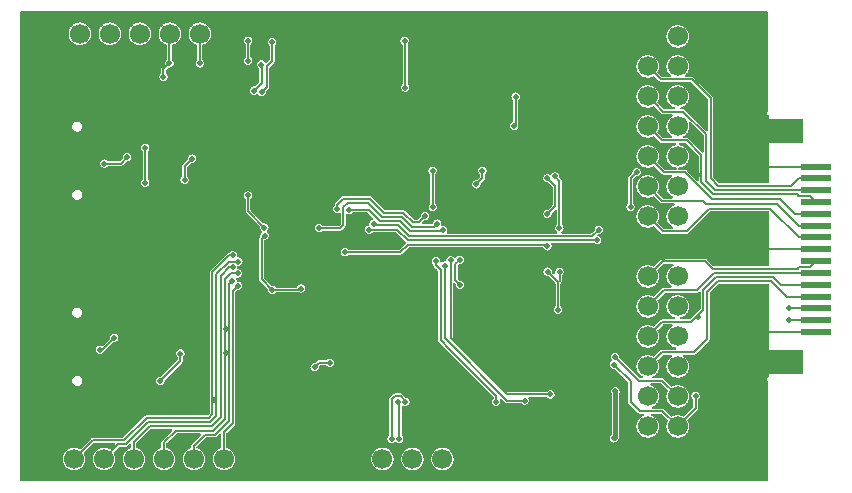
<source format=gbl>
%FSLAX46Y46*%
%MOMM*%
%ADD10C,0.200000*%
%ADD11C,0.400000*%
%AMPS14*
21,1,2.900000,2.000000,0.000000,0.000000,180.000000*
%
%ADD14PS14*%
%AMPS13*
21,1,2.540000,0.500000,0.000000,0.000000,180.000000*
%
%ADD13PS13*%
%AMPS15*
1,1,1.700000,0.000000,0.000000*
%
%ADD15PS15*%
%AMPS12*
1,1,1.700000,0.000000,0.000000*
%
%ADD12PS12*%
%AMPS16*
1,1,1.700000,0.000000,0.000000*
%
%ADD16PS16*%
%AMPS17*
1,1,0.500000,0.000000,0.000000*
%
%ADD17PS17*%
G01*
%LPD*%
G36*
X-3210000Y-19890000D02*
X-3170996Y-19882080D01*
X-3138171Y-19859575D01*
X-3116723Y-19826048D01*
X-3110000Y-19790000D01*
X-3110000Y-11401893D01*
X-3126852Y-11346338D01*
X-3140894Y-11325321D01*
X-3152876Y-11296397D01*
X-3158988Y-11265675D01*
X-3158988Y-11234352D01*
X-3152876Y-11203630D01*
X-3140896Y-11174710D01*
X-3123495Y-11148666D01*
X-3101347Y-11126518D01*
X-3075303Y-11109117D01*
X-3061729Y-11103494D01*
X-3028726Y-11081250D01*
X-3007013Y-11047895D01*
X-3000000Y-11011107D01*
X-3000000Y-3255020D01*
X-3007920Y-3216016D01*
X-3030425Y-3183191D01*
X-3063952Y-3161743D01*
X-3100000Y-3155020D01*
X-7209710Y-3155020D01*
X-7248714Y-3162940D01*
X-7280421Y-3184309D01*
X-7991701Y-3895589D01*
X-8013680Y-3928769D01*
X-8020990Y-3966300D01*
X-8020990Y-7839525D01*
X-8021737Y-7854725D01*
X-8022936Y-7866906D01*
X-8028859Y-7896681D01*
X-8031699Y-7906043D01*
X-8043315Y-7934087D01*
X-8047923Y-7942708D01*
X-8064795Y-7967958D01*
X-8071116Y-7975660D01*
X-8081948Y-7986574D01*
X-8084412Y-7990324D01*
X-9195360Y-9101272D01*
X-9199415Y-9104041D01*
X-9210329Y-9114873D01*
X-9218031Y-9121194D01*
X-9243281Y-9138066D01*
X-9251902Y-9142674D01*
X-9279946Y-9154290D01*
X-9289305Y-9157129D01*
X-9319086Y-9163054D01*
X-9331266Y-9164254D01*
X-9346449Y-9165000D01*
X-10173090Y-9165000D01*
X-10212094Y-9172920D01*
X-10244919Y-9195425D01*
X-10266367Y-9228952D01*
X-10273039Y-9268188D01*
X-10263880Y-9306919D01*
X-10224501Y-9350772D01*
X-10205893Y-9361926D01*
X-10193254Y-9370371D01*
X-10130183Y-9417148D01*
X-10118434Y-9426790D01*
X-10060272Y-9479505D01*
X-10049505Y-9490272D01*
X-9996790Y-9548434D01*
X-9987148Y-9560183D01*
X-9940371Y-9623254D01*
X-9931936Y-9635878D01*
X-9891563Y-9703234D01*
X-9884396Y-9716644D01*
X-9850832Y-9787610D01*
X-9845014Y-9801657D01*
X-9818567Y-9875570D01*
X-9814152Y-9890126D01*
X-9795076Y-9966281D01*
X-9792112Y-9981183D01*
X-9780588Y-10058869D01*
X-9779100Y-10073967D01*
X-9775247Y-10152405D01*
X-9775247Y-10167595D01*
X-9779100Y-10246033D01*
X-9780588Y-10261131D01*
X-9792112Y-10338817D01*
X-9795076Y-10353719D01*
X-9814152Y-10429874D01*
X-9818567Y-10444430D01*
X-9845014Y-10518343D01*
X-9850832Y-10532390D01*
X-9884396Y-10603356D01*
X-9891563Y-10616766D01*
X-9931936Y-10684122D01*
X-9940371Y-10696746D01*
X-9987148Y-10759817D01*
X-9996790Y-10771566D01*
X-10049505Y-10829728D01*
X-10060272Y-10840495D01*
X-10118434Y-10893210D01*
X-10130183Y-10902852D01*
X-10193254Y-10949629D01*
X-10205878Y-10958064D01*
X-10273234Y-10998437D01*
X-10286644Y-11005604D01*
X-10357610Y-11039168D01*
X-10371657Y-11044986D01*
X-10445570Y-11071433D01*
X-10460126Y-11075848D01*
X-10536281Y-11094924D01*
X-10551183Y-11097888D01*
X-10628869Y-11109412D01*
X-10643967Y-11110900D01*
X-10722405Y-11114753D01*
X-10737595Y-11114753D01*
X-10816033Y-11110900D01*
X-10831131Y-11109412D01*
X-10908817Y-11097888D01*
X-10923719Y-11094924D01*
X-10999874Y-11075848D01*
X-11014430Y-11071433D01*
X-11088343Y-11044986D01*
X-11102390Y-11039168D01*
X-11173356Y-11005604D01*
X-11186766Y-10998437D01*
X-11254122Y-10958064D01*
X-11266746Y-10949629D01*
X-11329817Y-10902852D01*
X-11341566Y-10893210D01*
X-11399728Y-10840495D01*
X-11410495Y-10829728D01*
X-11463210Y-10771566D01*
X-11472852Y-10759817D01*
X-11519629Y-10696746D01*
X-11528064Y-10684122D01*
X-11568437Y-10616766D01*
X-11575604Y-10603356D01*
X-11609168Y-10532390D01*
X-11614986Y-10518343D01*
X-11641433Y-10444430D01*
X-11645848Y-10429874D01*
X-11664924Y-10353719D01*
X-11667888Y-10338817D01*
X-11679412Y-10261131D01*
X-11680900Y-10246033D01*
X-11684753Y-10167595D01*
X-11684753Y-10152405D01*
X-11680900Y-10073967D01*
X-11679412Y-10058869D01*
X-11667888Y-9981183D01*
X-11664924Y-9966281D01*
X-11645848Y-9890126D01*
X-11641433Y-9875570D01*
X-11614986Y-9801657D01*
X-11609168Y-9787610D01*
X-11575604Y-9716644D01*
X-11568437Y-9703234D01*
X-11528064Y-9635878D01*
X-11519629Y-9623254D01*
X-11472852Y-9560183D01*
X-11463210Y-9548434D01*
X-11410495Y-9490272D01*
X-11399728Y-9479505D01*
X-11341566Y-9426790D01*
X-11329817Y-9417148D01*
X-11266746Y-9370371D01*
X-11254107Y-9361926D01*
X-11235499Y-9350772D01*
X-11206116Y-9323927D01*
X-11189532Y-9287748D01*
X-11188372Y-9247965D01*
X-11202820Y-9210881D01*
X-11230588Y-9182369D01*
X-11286910Y-9165000D01*
X-11943666Y-9165000D01*
X-11982670Y-9172920D01*
X-12014377Y-9194289D01*
X-12411083Y-9590995D01*
X-12433062Y-9624175D01*
X-12440359Y-9663300D01*
X-12428563Y-9708848D01*
X-12424395Y-9716646D01*
X-12390832Y-9787610D01*
X-12385014Y-9801657D01*
X-12358567Y-9875570D01*
X-12354152Y-9890126D01*
X-12335076Y-9966281D01*
X-12332112Y-9981183D01*
X-12320588Y-10058869D01*
X-12319100Y-10073967D01*
X-12315247Y-10152405D01*
X-12315247Y-10167595D01*
X-12319100Y-10246033D01*
X-12320588Y-10261131D01*
X-12332112Y-10338817D01*
X-12335076Y-10353719D01*
X-12354152Y-10429874D01*
X-12358567Y-10444430D01*
X-12385014Y-10518343D01*
X-12390832Y-10532390D01*
X-12424396Y-10603356D01*
X-12431563Y-10616766D01*
X-12471936Y-10684122D01*
X-12480371Y-10696746D01*
X-12527148Y-10759817D01*
X-12536790Y-10771566D01*
X-12589505Y-10829728D01*
X-12600272Y-10840495D01*
X-12658434Y-10893210D01*
X-12670183Y-10902852D01*
X-12733254Y-10949629D01*
X-12745878Y-10958064D01*
X-12813234Y-10998437D01*
X-12813929Y-10998808D01*
X-12814127Y-10998972D01*
X-12815332Y-10999694D01*
X-12815222Y-10999878D01*
X-12844594Y-11024179D01*
X-12862934Y-11059501D01*
X-12866045Y-11099179D01*
X-12853433Y-11136928D01*
X-12827098Y-11166768D01*
X-12791209Y-11183972D01*
X-12766789Y-11187000D01*
X-12040465Y-11187000D01*
X-12025265Y-11187747D01*
X-12013093Y-11188945D01*
X-11983298Y-11194872D01*
X-11973946Y-11197709D01*
X-11945902Y-11209325D01*
X-11937281Y-11213933D01*
X-11912031Y-11230805D01*
X-11904505Y-11236981D01*
X-11893796Y-11247707D01*
X-11889590Y-11250498D01*
X-11299005Y-11841083D01*
X-11265825Y-11863062D01*
X-11226700Y-11870359D01*
X-11181152Y-11858563D01*
X-11173354Y-11854395D01*
X-11102390Y-11820832D01*
X-11088343Y-11815014D01*
X-11014430Y-11788567D01*
X-10999874Y-11784152D01*
X-10923719Y-11765076D01*
X-10908817Y-11762112D01*
X-10831131Y-11750588D01*
X-10816033Y-11749100D01*
X-10737595Y-11745247D01*
X-10722405Y-11745247D01*
X-10643967Y-11749100D01*
X-10628869Y-11750588D01*
X-10551183Y-11762112D01*
X-10536281Y-11765076D01*
X-10460126Y-11784152D01*
X-10445570Y-11788567D01*
X-10371657Y-11815014D01*
X-10357610Y-11820832D01*
X-10286644Y-11854396D01*
X-10273234Y-11861563D01*
X-10205878Y-11901936D01*
X-10193254Y-11910371D01*
X-10130183Y-11957148D01*
X-10118434Y-11966790D01*
X-10060272Y-12019505D01*
X-10049505Y-12030272D01*
X-9996790Y-12088434D01*
X-9987148Y-12100183D01*
X-9940371Y-12163254D01*
X-9931936Y-12175878D01*
X-9891563Y-12243234D01*
X-9884396Y-12256644D01*
X-9850832Y-12327610D01*
X-9845014Y-12341657D01*
X-9818567Y-12415570D01*
X-9814152Y-12430126D01*
X-9795076Y-12506281D01*
X-9792112Y-12521183D01*
X-9780588Y-12598869D01*
X-9779100Y-12613967D01*
X-9775247Y-12692405D01*
X-9775247Y-12707595D01*
X-9779100Y-12786033D01*
X-9780588Y-12801131D01*
X-9792112Y-12878817D01*
X-9795076Y-12893719D01*
X-9814152Y-12969874D01*
X-9818567Y-12984430D01*
X-9845014Y-13058343D01*
X-9850832Y-13072390D01*
X-9884396Y-13143356D01*
X-9891563Y-13156766D01*
X-9931936Y-13224122D01*
X-9940371Y-13236746D01*
X-9987148Y-13299817D01*
X-9996790Y-13311566D01*
X-10049505Y-13369728D01*
X-10060272Y-13380495D01*
X-10118434Y-13433210D01*
X-10130183Y-13442852D01*
X-10193254Y-13489629D01*
X-10205878Y-13498064D01*
X-10273234Y-13538437D01*
X-10286644Y-13545604D01*
X-10357610Y-13579168D01*
X-10371657Y-13584986D01*
X-10445570Y-13611433D01*
X-10460126Y-13615848D01*
X-10536281Y-13634924D01*
X-10551183Y-13637888D01*
X-10628869Y-13649412D01*
X-10643967Y-13650900D01*
X-10722405Y-13654753D01*
X-10737595Y-13654753D01*
X-10816033Y-13650900D01*
X-10831131Y-13649412D01*
X-10908817Y-13637888D01*
X-10923719Y-13634924D01*
X-10999874Y-13615848D01*
X-11014430Y-13611433D01*
X-11088343Y-13584986D01*
X-11102390Y-13579168D01*
X-11173356Y-13545604D01*
X-11186766Y-13538437D01*
X-11254122Y-13498064D01*
X-11266746Y-13489629D01*
X-11329817Y-13442852D01*
X-11341566Y-13433210D01*
X-11399728Y-13380495D01*
X-11410495Y-13369728D01*
X-11463210Y-13311566D01*
X-11472852Y-13299817D01*
X-11519629Y-13236746D01*
X-11528064Y-13224122D01*
X-11568437Y-13156766D01*
X-11575604Y-13143356D01*
X-11609168Y-13072390D01*
X-11614986Y-13058343D01*
X-11641433Y-12984430D01*
X-11645848Y-12969874D01*
X-11664924Y-12893719D01*
X-11667888Y-12878817D01*
X-11679412Y-12801131D01*
X-11680900Y-12786033D01*
X-11684753Y-12707595D01*
X-11684753Y-12692405D01*
X-11680900Y-12613967D01*
X-11679412Y-12598869D01*
X-11667888Y-12521183D01*
X-11664924Y-12506281D01*
X-11645848Y-12430126D01*
X-11641433Y-12415570D01*
X-11614986Y-12341657D01*
X-11609168Y-12327610D01*
X-11575605Y-12256646D01*
X-11571437Y-12248848D01*
X-11560035Y-12210716D01*
X-11564408Y-12171158D01*
X-11588917Y-12130995D01*
X-12093623Y-11626289D01*
X-12126803Y-11604310D01*
X-12164334Y-11597000D01*
X-12944652Y-11597000D01*
X-12983656Y-11604920D01*
X-13016481Y-11627425D01*
X-13037929Y-11660952D01*
X-13044601Y-11700188D01*
X-13035442Y-11738919D01*
X-13011901Y-11771010D01*
X-12978341Y-11791154D01*
X-12911657Y-11815014D01*
X-12897610Y-11820832D01*
X-12826644Y-11854396D01*
X-12813234Y-11861563D01*
X-12745878Y-11901936D01*
X-12733254Y-11910371D01*
X-12670183Y-11957148D01*
X-12658434Y-11966790D01*
X-12600272Y-12019505D01*
X-12589505Y-12030272D01*
X-12536790Y-12088434D01*
X-12527148Y-12100183D01*
X-12480371Y-12163254D01*
X-12471936Y-12175878D01*
X-12431563Y-12243234D01*
X-12424396Y-12256644D01*
X-12390832Y-12327610D01*
X-12385014Y-12341657D01*
X-12358567Y-12415570D01*
X-12354152Y-12430126D01*
X-12335076Y-12506281D01*
X-12332112Y-12521183D01*
X-12320588Y-12598869D01*
X-12319100Y-12613967D01*
X-12315247Y-12692405D01*
X-12315247Y-12707595D01*
X-12319100Y-12786033D01*
X-12320588Y-12801131D01*
X-12332112Y-12878817D01*
X-12335076Y-12893719D01*
X-12354152Y-12969874D01*
X-12358567Y-12984430D01*
X-12385014Y-13058343D01*
X-12390832Y-13072390D01*
X-12424396Y-13143356D01*
X-12431563Y-13156766D01*
X-12471936Y-13224122D01*
X-12480371Y-13236746D01*
X-12527148Y-13299817D01*
X-12536790Y-13311566D01*
X-12589505Y-13369728D01*
X-12600272Y-13380495D01*
X-12658434Y-13433210D01*
X-12670183Y-13442852D01*
X-12733254Y-13489629D01*
X-12745878Y-13498064D01*
X-12813234Y-13538437D01*
X-12826644Y-13545604D01*
X-12849895Y-13556601D01*
X-12881767Y-13580436D01*
X-12901819Y-13614815D01*
X-12906874Y-13654292D01*
X-12896131Y-13692615D01*
X-12871291Y-13723711D01*
X-12836290Y-13742657D01*
X-12807140Y-13747000D01*
X-12020465Y-13747000D01*
X-12005265Y-13747747D01*
X-11993093Y-13748945D01*
X-11963298Y-13754872D01*
X-11953946Y-13757709D01*
X-11925902Y-13769325D01*
X-11917281Y-13773933D01*
X-11892031Y-13790805D01*
X-11884505Y-13796981D01*
X-11873796Y-13807707D01*
X-11869590Y-13810498D01*
X-11299005Y-14381083D01*
X-11265825Y-14403062D01*
X-11226700Y-14410359D01*
X-11181152Y-14398563D01*
X-11173354Y-14394395D01*
X-11102390Y-14360832D01*
X-11088343Y-14355014D01*
X-11014430Y-14328567D01*
X-10999874Y-14324152D01*
X-10923719Y-14305076D01*
X-10908817Y-14302112D01*
X-10831131Y-14290588D01*
X-10816033Y-14289100D01*
X-10737595Y-14285247D01*
X-10722405Y-14285247D01*
X-10643967Y-14289100D01*
X-10628869Y-14290588D01*
X-10551183Y-14302112D01*
X-10536281Y-14305076D01*
X-10460126Y-14324152D01*
X-10445570Y-14328567D01*
X-10371657Y-14355014D01*
X-10357610Y-14360832D01*
X-10286646Y-14394395D01*
X-10278848Y-14398563D01*
X-10240716Y-14409965D01*
X-10201158Y-14405592D01*
X-10160995Y-14381083D01*
X-9450289Y-13670377D01*
X-9428310Y-13637197D01*
X-9421000Y-13599666D01*
X-9421000Y-13009232D01*
X-9428920Y-12970228D01*
X-9453845Y-12935136D01*
X-9461467Y-12928228D01*
X-9472230Y-12917465D01*
X-9485404Y-12902930D01*
X-9495045Y-12891183D01*
X-9506743Y-12875409D01*
X-9515194Y-12862762D01*
X-9525279Y-12845936D01*
X-9532449Y-12832523D01*
X-9540841Y-12814779D01*
X-9546655Y-12800740D01*
X-9553269Y-12782258D01*
X-9557686Y-12767697D01*
X-9562454Y-12748661D01*
X-9565416Y-12733771D01*
X-9568301Y-12714323D01*
X-9569789Y-12699223D01*
X-9570753Y-12679595D01*
X-9570753Y-12664405D01*
X-9569789Y-12644777D01*
X-9568301Y-12629677D01*
X-9565416Y-12610229D01*
X-9562454Y-12595339D01*
X-9557686Y-12576303D01*
X-9553269Y-12561742D01*
X-9546655Y-12543260D01*
X-9540841Y-12529221D01*
X-9532449Y-12511477D01*
X-9525279Y-12498064D01*
X-9515194Y-12481238D01*
X-9506743Y-12468591D01*
X-9495045Y-12452817D01*
X-9485404Y-12441070D01*
X-9472230Y-12426535D01*
X-9461465Y-12415770D01*
X-9446930Y-12402596D01*
X-9435183Y-12392955D01*
X-9419409Y-12381257D01*
X-9406762Y-12372806D01*
X-9389936Y-12362721D01*
X-9376523Y-12355551D01*
X-9358779Y-12347159D01*
X-9344740Y-12341345D01*
X-9326258Y-12334731D01*
X-9311697Y-12330314D01*
X-9292661Y-12325546D01*
X-9277771Y-12322584D01*
X-9258323Y-12319699D01*
X-9243223Y-12318211D01*
X-9223595Y-12317247D01*
X-9208405Y-12317247D01*
X-9188777Y-12318211D01*
X-9173677Y-12319699D01*
X-9154229Y-12322584D01*
X-9139339Y-12325546D01*
X-9120303Y-12330314D01*
X-9105742Y-12334731D01*
X-9087260Y-12341345D01*
X-9073221Y-12347159D01*
X-9055477Y-12355551D01*
X-9042064Y-12362721D01*
X-9025238Y-12372806D01*
X-9012591Y-12381257D01*
X-8996817Y-12392955D01*
X-8985070Y-12402596D01*
X-8970535Y-12415770D01*
X-8959770Y-12426535D01*
X-8946596Y-12441070D01*
X-8936955Y-12452817D01*
X-8925257Y-12468591D01*
X-8916806Y-12481238D01*
X-8906721Y-12498064D01*
X-8899551Y-12511477D01*
X-8891159Y-12529221D01*
X-8885345Y-12543260D01*
X-8878731Y-12561742D01*
X-8874314Y-12576303D01*
X-8869546Y-12595339D01*
X-8866584Y-12610229D01*
X-8863699Y-12629677D01*
X-8862211Y-12644777D01*
X-8861247Y-12664405D01*
X-8861247Y-12679595D01*
X-8862211Y-12699223D01*
X-8863699Y-12714323D01*
X-8866584Y-12733771D01*
X-8869546Y-12748661D01*
X-8874314Y-12767697D01*
X-8878731Y-12782258D01*
X-8885345Y-12800740D01*
X-8891159Y-12814779D01*
X-8899551Y-12832523D01*
X-8906721Y-12845936D01*
X-8916806Y-12862762D01*
X-8925257Y-12875409D01*
X-8936955Y-12891183D01*
X-8946596Y-12902930D01*
X-8959770Y-12917465D01*
X-8970533Y-12928228D01*
X-8978155Y-12935136D01*
X-9001736Y-12967197D01*
X-9011000Y-13009232D01*
X-9011000Y-13723535D01*
X-9011747Y-13738735D01*
X-9012946Y-13750916D01*
X-9018869Y-13780691D01*
X-9021709Y-13790053D01*
X-9033325Y-13818097D01*
X-9037933Y-13826718D01*
X-9054805Y-13851968D01*
X-9061126Y-13859670D01*
X-9071958Y-13870584D01*
X-9074422Y-13874334D01*
X-9871083Y-14670995D01*
X-9893062Y-14704175D01*
X-9900359Y-14743300D01*
X-9888563Y-14788848D01*
X-9884395Y-14796646D01*
X-9850832Y-14867610D01*
X-9845014Y-14881657D01*
X-9818567Y-14955570D01*
X-9814152Y-14970126D01*
X-9795076Y-15046281D01*
X-9792112Y-15061183D01*
X-9780588Y-15138869D01*
X-9779100Y-15153967D01*
X-9775247Y-15232405D01*
X-9775247Y-15247595D01*
X-9779100Y-15326033D01*
X-9780588Y-15341131D01*
X-9792112Y-15418817D01*
X-9795076Y-15433719D01*
X-9814152Y-15509874D01*
X-9818567Y-15524430D01*
X-9845014Y-15598343D01*
X-9850832Y-15612390D01*
X-9884396Y-15683356D01*
X-9891563Y-15696766D01*
X-9931936Y-15764122D01*
X-9940371Y-15776746D01*
X-9987148Y-15839817D01*
X-9996790Y-15851566D01*
X-10049505Y-15909728D01*
X-10060272Y-15920495D01*
X-10118434Y-15973210D01*
X-10130183Y-15982852D01*
X-10193254Y-16029629D01*
X-10205878Y-16038064D01*
X-10273234Y-16078437D01*
X-10286644Y-16085604D01*
X-10357610Y-16119168D01*
X-10371657Y-16124986D01*
X-10445570Y-16151433D01*
X-10460126Y-16155848D01*
X-10536281Y-16174924D01*
X-10551183Y-16177888D01*
X-10628869Y-16189412D01*
X-10643967Y-16190900D01*
X-10722405Y-16194753D01*
X-10737595Y-16194753D01*
X-10816033Y-16190900D01*
X-10831131Y-16189412D01*
X-10908817Y-16177888D01*
X-10923719Y-16174924D01*
X-10999874Y-16155848D01*
X-11014430Y-16151433D01*
X-11088343Y-16124986D01*
X-11102390Y-16119168D01*
X-11173356Y-16085604D01*
X-11186766Y-16078437D01*
X-11254122Y-16038064D01*
X-11266746Y-16029629D01*
X-11329817Y-15982852D01*
X-11341566Y-15973210D01*
X-11399728Y-15920495D01*
X-11410495Y-15909728D01*
X-11463210Y-15851566D01*
X-11472852Y-15839817D01*
X-11519629Y-15776746D01*
X-11528064Y-15764122D01*
X-11568437Y-15696766D01*
X-11575604Y-15683356D01*
X-11609168Y-15612390D01*
X-11614986Y-15598343D01*
X-11641433Y-15524430D01*
X-11645848Y-15509874D01*
X-11664924Y-15433719D01*
X-11667888Y-15418817D01*
X-11679412Y-15341131D01*
X-11680900Y-15326033D01*
X-11684753Y-15247595D01*
X-11684753Y-15232405D01*
X-11680900Y-15153967D01*
X-11679412Y-15138869D01*
X-11667888Y-15061183D01*
X-11664924Y-15046281D01*
X-11645848Y-14970126D01*
X-11641433Y-14955570D01*
X-11614986Y-14881657D01*
X-11609168Y-14867610D01*
X-11575605Y-14796646D01*
X-11571437Y-14788848D01*
X-11560035Y-14750716D01*
X-11564408Y-14711158D01*
X-11588917Y-14670995D01*
X-12073623Y-14186289D01*
X-12106803Y-14164310D01*
X-12144334Y-14157000D01*
X-12888756Y-14157000D01*
X-12927760Y-14164920D01*
X-12960585Y-14187425D01*
X-12982033Y-14220952D01*
X-12988705Y-14260188D01*
X-12979546Y-14298919D01*
X-12956005Y-14331010D01*
X-12922446Y-14351154D01*
X-12911651Y-14355017D01*
X-12897610Y-14360832D01*
X-12826644Y-14394396D01*
X-12813234Y-14401563D01*
X-12745878Y-14441936D01*
X-12733254Y-14450371D01*
X-12670183Y-14497148D01*
X-12658434Y-14506790D01*
X-12600272Y-14559505D01*
X-12589505Y-14570272D01*
X-12536790Y-14628434D01*
X-12527148Y-14640183D01*
X-12480371Y-14703254D01*
X-12471936Y-14715878D01*
X-12431563Y-14783234D01*
X-12424396Y-14796644D01*
X-12390832Y-14867610D01*
X-12385014Y-14881657D01*
X-12358567Y-14955570D01*
X-12354152Y-14970126D01*
X-12335076Y-15046281D01*
X-12332112Y-15061183D01*
X-12320588Y-15138869D01*
X-12319100Y-15153967D01*
X-12315247Y-15232405D01*
X-12315247Y-15247595D01*
X-12319100Y-15326033D01*
X-12320588Y-15341131D01*
X-12332112Y-15418817D01*
X-12335076Y-15433719D01*
X-12354152Y-15509874D01*
X-12358567Y-15524430D01*
X-12385014Y-15598343D01*
X-12390832Y-15612390D01*
X-12424396Y-15683356D01*
X-12431563Y-15696766D01*
X-12471936Y-15764122D01*
X-12480371Y-15776746D01*
X-12527148Y-15839817D01*
X-12536790Y-15851566D01*
X-12589505Y-15909728D01*
X-12600272Y-15920495D01*
X-12658434Y-15973210D01*
X-12670183Y-15982852D01*
X-12733254Y-16029629D01*
X-12745878Y-16038064D01*
X-12813234Y-16078437D01*
X-12826644Y-16085604D01*
X-12897610Y-16119168D01*
X-12911657Y-16124986D01*
X-12985570Y-16151433D01*
X-13000126Y-16155848D01*
X-13076281Y-16174924D01*
X-13091183Y-16177888D01*
X-13168869Y-16189412D01*
X-13183967Y-16190900D01*
X-13262405Y-16194753D01*
X-13277595Y-16194753D01*
X-13356033Y-16190900D01*
X-13371131Y-16189412D01*
X-13448817Y-16177888D01*
X-13463719Y-16174924D01*
X-13539874Y-16155848D01*
X-13554430Y-16151433D01*
X-13628343Y-16124986D01*
X-13642390Y-16119168D01*
X-13713356Y-16085604D01*
X-13726766Y-16078437D01*
X-13794122Y-16038064D01*
X-13806746Y-16029629D01*
X-13869817Y-15982852D01*
X-13881566Y-15973210D01*
X-13939728Y-15920495D01*
X-13950495Y-15909728D01*
X-14003210Y-15851566D01*
X-14012852Y-15839817D01*
X-14059629Y-15776746D01*
X-14068064Y-15764122D01*
X-14108437Y-15696766D01*
X-14115604Y-15683356D01*
X-14149168Y-15612390D01*
X-14154986Y-15598343D01*
X-14181433Y-15524430D01*
X-14185848Y-15509874D01*
X-14204924Y-15433719D01*
X-14207888Y-15418817D01*
X-14219412Y-15341131D01*
X-14220900Y-15326033D01*
X-14224753Y-15247595D01*
X-14224753Y-15232405D01*
X-14220900Y-15153967D01*
X-14219412Y-15138869D01*
X-14207888Y-15061183D01*
X-14204924Y-15046281D01*
X-14185848Y-14970126D01*
X-14181433Y-14955570D01*
X-14154986Y-14881657D01*
X-14149168Y-14867610D01*
X-14115604Y-14796644D01*
X-14108437Y-14783234D01*
X-14068064Y-14715878D01*
X-14059629Y-14703254D01*
X-14012852Y-14640183D01*
X-14003210Y-14628434D01*
X-13950495Y-14570272D01*
X-13939728Y-14559505D01*
X-13881566Y-14506790D01*
X-13869817Y-14497148D01*
X-13806746Y-14450371D01*
X-13794122Y-14441936D01*
X-13726766Y-14401563D01*
X-13713356Y-14394396D01*
X-13642390Y-14360832D01*
X-13628349Y-14355017D01*
X-13617554Y-14351154D01*
X-13583499Y-14330557D01*
X-13560175Y-14298308D01*
X-13551276Y-14259517D01*
X-13558212Y-14220326D01*
X-13579884Y-14186945D01*
X-13612860Y-14164660D01*
X-13651244Y-14157000D01*
X-13949552Y-14157000D01*
X-13964735Y-14156254D01*
X-13976912Y-14155054D01*
X-14006695Y-14149129D01*
X-14016053Y-14146290D01*
X-14044097Y-14134674D01*
X-14052718Y-14130066D01*
X-14077968Y-14113194D01*
X-14087419Y-14105438D01*
X-14098685Y-14095227D01*
X-14863227Y-13330685D01*
X-14873438Y-13319419D01*
X-14881194Y-13309968D01*
X-14898066Y-13284718D01*
X-14902674Y-13276097D01*
X-14914290Y-13248053D01*
X-14917129Y-13238695D01*
X-14923054Y-13208912D01*
X-14924254Y-13196735D01*
X-14925000Y-13181552D01*
X-14925000Y-11561213D01*
X-14932920Y-11522209D01*
X-14954289Y-11490502D01*
X-16041372Y-10403419D01*
X-16074552Y-10381440D01*
X-16116994Y-10374251D01*
X-16127265Y-10374756D01*
X-16142471Y-10374756D01*
X-16162099Y-10373792D01*
X-16177199Y-10372304D01*
X-16196647Y-10369419D01*
X-16211537Y-10366457D01*
X-16230573Y-10361689D01*
X-16245134Y-10357272D01*
X-16263616Y-10350658D01*
X-16277655Y-10344844D01*
X-16295399Y-10336452D01*
X-16308812Y-10329282D01*
X-16325638Y-10319197D01*
X-16338285Y-10310746D01*
X-16354059Y-10299048D01*
X-16365806Y-10289407D01*
X-16380341Y-10276233D01*
X-16391106Y-10265468D01*
X-16404280Y-10250933D01*
X-16413921Y-10239186D01*
X-16425619Y-10223412D01*
X-16434070Y-10210765D01*
X-16444155Y-10193939D01*
X-16451325Y-10180526D01*
X-16459717Y-10162782D01*
X-16465531Y-10148743D01*
X-16472145Y-10130261D01*
X-16476562Y-10115700D01*
X-16481330Y-10096664D01*
X-16484292Y-10081774D01*
X-16487177Y-10062326D01*
X-16488665Y-10047226D01*
X-16489629Y-10027598D01*
X-16489629Y-10012408D01*
X-16488665Y-9992780D01*
X-16487177Y-9977680D01*
X-16484292Y-9958232D01*
X-16481330Y-9943342D01*
X-16476562Y-9924306D01*
X-16472145Y-9909745D01*
X-16465531Y-9891263D01*
X-16459717Y-9877224D01*
X-16451325Y-9859480D01*
X-16444155Y-9846067D01*
X-16434070Y-9829241D01*
X-16425619Y-9816594D01*
X-16413921Y-9800820D01*
X-16404280Y-9789073D01*
X-16391106Y-9774538D01*
X-16380341Y-9763773D01*
X-16365806Y-9750599D01*
X-16354059Y-9740958D01*
X-16338285Y-9729260D01*
X-16330834Y-9724281D01*
X-16302804Y-9696027D01*
X-16288014Y-9659077D01*
X-16288807Y-9619286D01*
X-16303244Y-9585576D01*
X-16312125Y-9572285D01*
X-16322204Y-9555469D01*
X-16329374Y-9542056D01*
X-16337766Y-9524312D01*
X-16343580Y-9510273D01*
X-16350194Y-9491791D01*
X-16354611Y-9477230D01*
X-16359379Y-9458194D01*
X-16362341Y-9443304D01*
X-16365226Y-9423856D01*
X-16366714Y-9408756D01*
X-16367678Y-9389128D01*
X-16367678Y-9373938D01*
X-16366714Y-9354310D01*
X-16365226Y-9339210D01*
X-16362341Y-9319762D01*
X-16359379Y-9304872D01*
X-16354611Y-9285836D01*
X-16350194Y-9271275D01*
X-16343580Y-9252793D01*
X-16337766Y-9238754D01*
X-16329374Y-9221010D01*
X-16322204Y-9207597D01*
X-16312119Y-9190771D01*
X-16303668Y-9178124D01*
X-16291970Y-9162350D01*
X-16282329Y-9150603D01*
X-16269155Y-9136068D01*
X-16258390Y-9125303D01*
X-16243855Y-9112129D01*
X-16232108Y-9102488D01*
X-16216334Y-9090790D01*
X-16203687Y-9082339D01*
X-16186861Y-9072254D01*
X-16173448Y-9065084D01*
X-16155704Y-9056692D01*
X-16141665Y-9050878D01*
X-16123183Y-9044264D01*
X-16108622Y-9039847D01*
X-16089586Y-9035079D01*
X-16074696Y-9032117D01*
X-16055248Y-9029232D01*
X-16040148Y-9027744D01*
X-16020520Y-9026780D01*
X-16005330Y-9026780D01*
X-15985702Y-9027744D01*
X-15970602Y-9029232D01*
X-15951154Y-9032117D01*
X-15936264Y-9035079D01*
X-15917228Y-9039847D01*
X-15902667Y-9044264D01*
X-15884185Y-9050878D01*
X-15870146Y-9056692D01*
X-15852402Y-9065084D01*
X-15838989Y-9072254D01*
X-15822163Y-9082339D01*
X-15809516Y-9090790D01*
X-15793742Y-9102488D01*
X-15781995Y-9112129D01*
X-15767460Y-9125303D01*
X-15756695Y-9136068D01*
X-15743521Y-9150603D01*
X-15733880Y-9162350D01*
X-15722182Y-9178124D01*
X-15713731Y-9190771D01*
X-15703646Y-9207597D01*
X-15696476Y-9221010D01*
X-15688084Y-9238754D01*
X-15682270Y-9252793D01*
X-15675656Y-9271275D01*
X-15671239Y-9285836D01*
X-15666471Y-9304872D01*
X-15663509Y-9319762D01*
X-15660624Y-9339210D01*
X-15659136Y-9354310D01*
X-15658172Y-9373938D01*
X-15658172Y-9389144D01*
X-15658677Y-9399415D01*
X-15652682Y-9438761D01*
X-15629509Y-9475037D01*
X-13946835Y-11157711D01*
X-13913655Y-11179690D01*
X-13876124Y-11187000D01*
X-13773211Y-11187000D01*
X-13734207Y-11179080D01*
X-13701382Y-11156575D01*
X-13679934Y-11123048D01*
X-13673262Y-11083812D01*
X-13682421Y-11045081D01*
X-13705962Y-11012990D01*
X-13724712Y-10999767D01*
X-13724668Y-10999694D01*
X-13725645Y-10999108D01*
X-13726071Y-10998808D01*
X-13726766Y-10998437D01*
X-13794122Y-10958064D01*
X-13806746Y-10949629D01*
X-13869817Y-10902852D01*
X-13881566Y-10893210D01*
X-13939728Y-10840495D01*
X-13950495Y-10829728D01*
X-14003210Y-10771566D01*
X-14012852Y-10759817D01*
X-14059629Y-10696746D01*
X-14068064Y-10684122D01*
X-14108437Y-10616766D01*
X-14115604Y-10603356D01*
X-14149168Y-10532390D01*
X-14154986Y-10518343D01*
X-14181433Y-10444430D01*
X-14185848Y-10429874D01*
X-14204924Y-10353719D01*
X-14207888Y-10338817D01*
X-14219412Y-10261131D01*
X-14220900Y-10246033D01*
X-14224753Y-10167595D01*
X-14224753Y-10152405D01*
X-14220900Y-10073967D01*
X-14219412Y-10058869D01*
X-14207888Y-9981183D01*
X-14204924Y-9966281D01*
X-14185848Y-9890126D01*
X-14181433Y-9875570D01*
X-14154986Y-9801657D01*
X-14149168Y-9787610D01*
X-14115604Y-9716644D01*
X-14108437Y-9703234D01*
X-14068064Y-9635878D01*
X-14059629Y-9623254D01*
X-14012852Y-9560183D01*
X-14003210Y-9548434D01*
X-13950495Y-9490272D01*
X-13939728Y-9479505D01*
X-13881566Y-9426790D01*
X-13869817Y-9417148D01*
X-13806746Y-9370371D01*
X-13794122Y-9361936D01*
X-13726766Y-9321563D01*
X-13713356Y-9314396D01*
X-13642390Y-9280832D01*
X-13628343Y-9275014D01*
X-13554430Y-9248567D01*
X-13539874Y-9244152D01*
X-13463719Y-9225076D01*
X-13448817Y-9222112D01*
X-13371131Y-9210588D01*
X-13356033Y-9209100D01*
X-13277595Y-9205247D01*
X-13262405Y-9205247D01*
X-13183967Y-9209100D01*
X-13168869Y-9210588D01*
X-13091183Y-9222112D01*
X-13076281Y-9225076D01*
X-13000126Y-9244152D01*
X-12985570Y-9248567D01*
X-12911657Y-9275014D01*
X-12897610Y-9280832D01*
X-12826646Y-9314395D01*
X-12818848Y-9318563D01*
X-12780716Y-9329965D01*
X-12741158Y-9325592D01*
X-12700995Y-9301083D01*
X-12218639Y-8818727D01*
X-12214584Y-8815958D01*
X-12203670Y-8805126D01*
X-12195968Y-8798805D01*
X-12170718Y-8781933D01*
X-12162097Y-8777325D01*
X-12134053Y-8765709D01*
X-12124691Y-8762869D01*
X-12094916Y-8756946D01*
X-12082735Y-8755747D01*
X-12067535Y-8755000D01*
X-10933186Y-8755000D01*
X-10894182Y-8747080D01*
X-10861357Y-8724575D01*
X-10839909Y-8691048D01*
X-10833237Y-8651812D01*
X-10842396Y-8613081D01*
X-10865937Y-8580990D01*
X-10913674Y-8556922D01*
X-10923723Y-8554923D01*
X-10999874Y-8535848D01*
X-11014430Y-8531433D01*
X-11088343Y-8504986D01*
X-11102390Y-8499168D01*
X-11173356Y-8465604D01*
X-11186766Y-8458437D01*
X-11254122Y-8418064D01*
X-11266746Y-8409629D01*
X-11329817Y-8362852D01*
X-11341566Y-8353210D01*
X-11399728Y-8300495D01*
X-11410495Y-8289728D01*
X-11463210Y-8231566D01*
X-11472852Y-8219817D01*
X-11519629Y-8156746D01*
X-11528064Y-8144122D01*
X-11568437Y-8076766D01*
X-11575604Y-8063356D01*
X-11609168Y-7992390D01*
X-11614986Y-7978343D01*
X-11641433Y-7904430D01*
X-11645848Y-7889874D01*
X-11664924Y-7813719D01*
X-11667888Y-7798817D01*
X-11679412Y-7721131D01*
X-11680900Y-7706033D01*
X-11684753Y-7627595D01*
X-11684753Y-7612405D01*
X-11680900Y-7533967D01*
X-11679412Y-7518869D01*
X-11667888Y-7441183D01*
X-11664924Y-7426281D01*
X-11645848Y-7350126D01*
X-11641433Y-7335570D01*
X-11614986Y-7261657D01*
X-11609168Y-7247610D01*
X-11575604Y-7176644D01*
X-11568437Y-7163234D01*
X-11528064Y-7095878D01*
X-11519629Y-7083254D01*
X-11472852Y-7020183D01*
X-11463210Y-7008434D01*
X-11410495Y-6950272D01*
X-11399728Y-6939505D01*
X-11341566Y-6886790D01*
X-11329817Y-6877148D01*
X-11266746Y-6830371D01*
X-11254122Y-6821936D01*
X-11202131Y-6790773D01*
X-11172749Y-6763928D01*
X-11156164Y-6727748D01*
X-11155004Y-6687966D01*
X-11169452Y-6650881D01*
X-11197220Y-6622369D01*
X-11253542Y-6605000D01*
X-11923666Y-6605000D01*
X-11962670Y-6612920D01*
X-11994377Y-6634289D01*
X-12411083Y-7050995D01*
X-12433062Y-7084175D01*
X-12440359Y-7123300D01*
X-12428563Y-7168848D01*
X-12424395Y-7176646D01*
X-12390832Y-7247610D01*
X-12385014Y-7261657D01*
X-12358567Y-7335570D01*
X-12354152Y-7350126D01*
X-12335076Y-7426281D01*
X-12332112Y-7441183D01*
X-12320588Y-7518869D01*
X-12319100Y-7533967D01*
X-12315247Y-7612405D01*
X-12315247Y-7627595D01*
X-12319100Y-7706033D01*
X-12320588Y-7721131D01*
X-12332112Y-7798817D01*
X-12335076Y-7813719D01*
X-12354152Y-7889874D01*
X-12358567Y-7904430D01*
X-12385014Y-7978343D01*
X-12390832Y-7992390D01*
X-12424396Y-8063356D01*
X-12431563Y-8076766D01*
X-12471936Y-8144122D01*
X-12480371Y-8156746D01*
X-12527148Y-8219817D01*
X-12536790Y-8231566D01*
X-12589505Y-8289728D01*
X-12600272Y-8300495D01*
X-12658434Y-8353210D01*
X-12670183Y-8362852D01*
X-12733254Y-8409629D01*
X-12745878Y-8418064D01*
X-12813234Y-8458437D01*
X-12826644Y-8465604D01*
X-12897610Y-8499168D01*
X-12911657Y-8504986D01*
X-12985570Y-8531433D01*
X-13000126Y-8535848D01*
X-13076281Y-8554924D01*
X-13091183Y-8557888D01*
X-13168869Y-8569412D01*
X-13183967Y-8570900D01*
X-13262405Y-8574753D01*
X-13277595Y-8574753D01*
X-13356033Y-8570900D01*
X-13371131Y-8569412D01*
X-13448817Y-8557888D01*
X-13463719Y-8554924D01*
X-13539874Y-8535848D01*
X-13554430Y-8531433D01*
X-13628343Y-8504986D01*
X-13642390Y-8499168D01*
X-13713356Y-8465604D01*
X-13726766Y-8458437D01*
X-13794122Y-8418064D01*
X-13806746Y-8409629D01*
X-13869817Y-8362852D01*
X-13881566Y-8353210D01*
X-13939728Y-8300495D01*
X-13950495Y-8289728D01*
X-14003210Y-8231566D01*
X-14012852Y-8219817D01*
X-14059629Y-8156746D01*
X-14068064Y-8144122D01*
X-14108437Y-8076766D01*
X-14115604Y-8063356D01*
X-14149168Y-7992390D01*
X-14154986Y-7978343D01*
X-14181433Y-7904430D01*
X-14185848Y-7889874D01*
X-14204924Y-7813719D01*
X-14207888Y-7798817D01*
X-14219412Y-7721131D01*
X-14220900Y-7706033D01*
X-14224753Y-7627595D01*
X-14224753Y-7612405D01*
X-14220900Y-7533967D01*
X-14219412Y-7518869D01*
X-14207888Y-7441183D01*
X-14204924Y-7426281D01*
X-14185848Y-7350126D01*
X-14181433Y-7335570D01*
X-14154986Y-7261657D01*
X-14149168Y-7247610D01*
X-14115604Y-7176644D01*
X-14108437Y-7163234D01*
X-14068064Y-7095878D01*
X-14059629Y-7083254D01*
X-14012852Y-7020183D01*
X-14003210Y-7008434D01*
X-13950495Y-6950272D01*
X-13939728Y-6939505D01*
X-13881566Y-6886790D01*
X-13869817Y-6877148D01*
X-13806746Y-6830371D01*
X-13794122Y-6821936D01*
X-13726766Y-6781563D01*
X-13713356Y-6774396D01*
X-13642390Y-6740832D01*
X-13628343Y-6735014D01*
X-13554430Y-6708567D01*
X-13539874Y-6704152D01*
X-13463719Y-6685076D01*
X-13448817Y-6682112D01*
X-13371131Y-6670588D01*
X-13356033Y-6669100D01*
X-13277595Y-6665247D01*
X-13262405Y-6665247D01*
X-13183967Y-6669100D01*
X-13168869Y-6670588D01*
X-13091183Y-6682112D01*
X-13076281Y-6685076D01*
X-13000126Y-6704152D01*
X-12985570Y-6708567D01*
X-12911657Y-6735014D01*
X-12897610Y-6740832D01*
X-12826646Y-6774395D01*
X-12818848Y-6778563D01*
X-12780716Y-6789965D01*
X-12741158Y-6785592D01*
X-12700995Y-6761083D01*
X-12198639Y-6258727D01*
X-12194584Y-6255958D01*
X-12183670Y-6245126D01*
X-12175968Y-6238805D01*
X-12150718Y-6221933D01*
X-12142097Y-6217325D01*
X-12114053Y-6205709D01*
X-12104691Y-6202869D01*
X-12074916Y-6196946D01*
X-12062735Y-6195747D01*
X-12047535Y-6195000D01*
X-11015593Y-6195000D01*
X-10976589Y-6187080D01*
X-10943764Y-6164575D01*
X-10922316Y-6131048D01*
X-10915644Y-6091812D01*
X-10924803Y-6053081D01*
X-10948344Y-6020990D01*
X-10991296Y-5997997D01*
X-10999869Y-5995850D01*
X-11014430Y-5991433D01*
X-11088343Y-5964986D01*
X-11102390Y-5959168D01*
X-11173356Y-5925604D01*
X-11186766Y-5918437D01*
X-11254122Y-5878064D01*
X-11266746Y-5869629D01*
X-11329817Y-5822852D01*
X-11341566Y-5813210D01*
X-11399728Y-5760495D01*
X-11410495Y-5749728D01*
X-11463210Y-5691566D01*
X-11472852Y-5679817D01*
X-11519629Y-5616746D01*
X-11528064Y-5604122D01*
X-11568437Y-5536766D01*
X-11575604Y-5523356D01*
X-11609168Y-5452390D01*
X-11614986Y-5438343D01*
X-11641433Y-5364430D01*
X-11645848Y-5349874D01*
X-11664924Y-5273719D01*
X-11667888Y-5258817D01*
X-11679412Y-5181131D01*
X-11680900Y-5166033D01*
X-11684753Y-5087595D01*
X-11684753Y-5072405D01*
X-11680900Y-4993967D01*
X-11679412Y-4978869D01*
X-11667888Y-4901183D01*
X-11664924Y-4886281D01*
X-11645848Y-4810126D01*
X-11641433Y-4795570D01*
X-11614986Y-4721657D01*
X-11609168Y-4707610D01*
X-11575604Y-4636644D01*
X-11568437Y-4623234D01*
X-11528064Y-4555878D01*
X-11519629Y-4543254D01*
X-11472852Y-4480183D01*
X-11463210Y-4468434D01*
X-11410495Y-4410272D01*
X-11399728Y-4399505D01*
X-11341566Y-4346790D01*
X-11329817Y-4337148D01*
X-11266746Y-4290371D01*
X-11254122Y-4281936D01*
X-11186766Y-4241563D01*
X-11173356Y-4234396D01*
X-11102390Y-4200832D01*
X-11088343Y-4195014D01*
X-11014430Y-4168567D01*
X-10999874Y-4164152D01*
X-10923719Y-4145076D01*
X-10908817Y-4142112D01*
X-10831131Y-4130588D01*
X-10816033Y-4129100D01*
X-10737595Y-4125247D01*
X-10722405Y-4125247D01*
X-10643967Y-4129100D01*
X-10628869Y-4130588D01*
X-10551183Y-4142112D01*
X-10536281Y-4145076D01*
X-10460126Y-4164152D01*
X-10445570Y-4168567D01*
X-10371657Y-4195014D01*
X-10357610Y-4200832D01*
X-10286644Y-4234396D01*
X-10273234Y-4241563D01*
X-10205878Y-4281936D01*
X-10193254Y-4290371D01*
X-10130183Y-4337148D01*
X-10118434Y-4346790D01*
X-10060272Y-4399505D01*
X-10049505Y-4410272D01*
X-9996790Y-4468434D01*
X-9987148Y-4480183D01*
X-9940371Y-4543254D01*
X-9931936Y-4555878D01*
X-9891563Y-4623234D01*
X-9884396Y-4636644D01*
X-9850832Y-4707610D01*
X-9845014Y-4721657D01*
X-9818567Y-4795570D01*
X-9814152Y-4810126D01*
X-9795076Y-4886281D01*
X-9792112Y-4901183D01*
X-9780588Y-4978869D01*
X-9779100Y-4993967D01*
X-9775247Y-5072405D01*
X-9775247Y-5087595D01*
X-9779100Y-5166033D01*
X-9780588Y-5181131D01*
X-9792112Y-5258817D01*
X-9795076Y-5273719D01*
X-9814152Y-5349874D01*
X-9818567Y-5364430D01*
X-9845014Y-5438343D01*
X-9850832Y-5452390D01*
X-9884396Y-5523356D01*
X-9891563Y-5536766D01*
X-9931936Y-5604122D01*
X-9940371Y-5616746D01*
X-9987148Y-5679817D01*
X-9996790Y-5691566D01*
X-10049505Y-5749728D01*
X-10060272Y-5760495D01*
X-10118434Y-5813210D01*
X-10130183Y-5822852D01*
X-10193254Y-5869629D01*
X-10205878Y-5878064D01*
X-10273234Y-5918437D01*
X-10286644Y-5925604D01*
X-10357610Y-5959168D01*
X-10371657Y-5964986D01*
X-10445570Y-5991433D01*
X-10460131Y-5995850D01*
X-10468704Y-5997997D01*
X-10504615Y-6015156D01*
X-10530988Y-6044963D01*
X-10543647Y-6082695D01*
X-10540586Y-6122377D01*
X-10522291Y-6157722D01*
X-10491659Y-6183132D01*
X-10444407Y-6195000D01*
X-9726334Y-6195000D01*
X-9687330Y-6187080D01*
X-9655623Y-6165711D01*
X-8810289Y-5320377D01*
X-8788310Y-5287197D01*
X-8781000Y-5249666D01*
X-8781000Y-3934986D01*
X-8788920Y-3895982D01*
X-8811425Y-3863157D01*
X-8844952Y-3841709D01*
X-8884188Y-3835037D01*
X-8922919Y-3844196D01*
X-8951443Y-3864008D01*
X-8954334Y-3866878D01*
X-8962031Y-3873194D01*
X-8987281Y-3890066D01*
X-8995902Y-3894674D01*
X-9023946Y-3906290D01*
X-9033305Y-3909129D01*
X-9063086Y-3915054D01*
X-9075266Y-3916254D01*
X-9090449Y-3917000D01*
X-11775666Y-3917000D01*
X-11814670Y-3924920D01*
X-11846377Y-3946289D01*
X-12411083Y-4510995D01*
X-12433062Y-4544175D01*
X-12440359Y-4583300D01*
X-12428563Y-4628848D01*
X-12424395Y-4636646D01*
X-12390832Y-4707610D01*
X-12385014Y-4721657D01*
X-12358567Y-4795570D01*
X-12354152Y-4810126D01*
X-12335076Y-4886281D01*
X-12332112Y-4901183D01*
X-12320588Y-4978869D01*
X-12319100Y-4993967D01*
X-12315247Y-5072405D01*
X-12315247Y-5087595D01*
X-12319100Y-5166033D01*
X-12320588Y-5181131D01*
X-12332112Y-5258817D01*
X-12335076Y-5273719D01*
X-12354152Y-5349874D01*
X-12358567Y-5364430D01*
X-12385014Y-5438343D01*
X-12390832Y-5452390D01*
X-12424396Y-5523356D01*
X-12431563Y-5536766D01*
X-12471936Y-5604122D01*
X-12480371Y-5616746D01*
X-12527148Y-5679817D01*
X-12536790Y-5691566D01*
X-12589505Y-5749728D01*
X-12600272Y-5760495D01*
X-12658434Y-5813210D01*
X-12670183Y-5822852D01*
X-12733254Y-5869629D01*
X-12745878Y-5878064D01*
X-12813234Y-5918437D01*
X-12826644Y-5925604D01*
X-12897610Y-5959168D01*
X-12911657Y-5964986D01*
X-12985570Y-5991433D01*
X-13000126Y-5995848D01*
X-13076281Y-6014924D01*
X-13091183Y-6017888D01*
X-13168869Y-6029412D01*
X-13183967Y-6030900D01*
X-13262405Y-6034753D01*
X-13277595Y-6034753D01*
X-13356033Y-6030900D01*
X-13371131Y-6029412D01*
X-13448817Y-6017888D01*
X-13463719Y-6014924D01*
X-13539874Y-5995848D01*
X-13554430Y-5991433D01*
X-13628343Y-5964986D01*
X-13642390Y-5959168D01*
X-13713356Y-5925604D01*
X-13726766Y-5918437D01*
X-13794122Y-5878064D01*
X-13806746Y-5869629D01*
X-13869817Y-5822852D01*
X-13881566Y-5813210D01*
X-13939728Y-5760495D01*
X-13950495Y-5749728D01*
X-14003210Y-5691566D01*
X-14012852Y-5679817D01*
X-14059629Y-5616746D01*
X-14068064Y-5604122D01*
X-14108437Y-5536766D01*
X-14115604Y-5523356D01*
X-14149168Y-5452390D01*
X-14154986Y-5438343D01*
X-14181433Y-5364430D01*
X-14185848Y-5349874D01*
X-14204924Y-5273719D01*
X-14207888Y-5258817D01*
X-14219412Y-5181131D01*
X-14220900Y-5166033D01*
X-14224753Y-5087595D01*
X-14224753Y-5072405D01*
X-14220900Y-4993967D01*
X-14219412Y-4978869D01*
X-14207888Y-4901183D01*
X-14204924Y-4886281D01*
X-14185848Y-4810126D01*
X-14181433Y-4795570D01*
X-14154986Y-4721657D01*
X-14149168Y-4707610D01*
X-14115604Y-4636644D01*
X-14108437Y-4623234D01*
X-14068064Y-4555878D01*
X-14059629Y-4543254D01*
X-14012852Y-4480183D01*
X-14003210Y-4468434D01*
X-13950495Y-4410272D01*
X-13939728Y-4399505D01*
X-13881566Y-4346790D01*
X-13869817Y-4337148D01*
X-13806746Y-4290371D01*
X-13794122Y-4281936D01*
X-13726766Y-4241563D01*
X-13713356Y-4234396D01*
X-13642390Y-4200832D01*
X-13628343Y-4195014D01*
X-13554430Y-4168567D01*
X-13539874Y-4164152D01*
X-13463719Y-4145076D01*
X-13448817Y-4142112D01*
X-13371131Y-4130588D01*
X-13356033Y-4129100D01*
X-13277595Y-4125247D01*
X-13262405Y-4125247D01*
X-13183967Y-4129100D01*
X-13168869Y-4130588D01*
X-13091183Y-4142112D01*
X-13076281Y-4145076D01*
X-13000126Y-4164152D01*
X-12985570Y-4168567D01*
X-12911657Y-4195014D01*
X-12897610Y-4200832D01*
X-12826646Y-4234395D01*
X-12818848Y-4238563D01*
X-12780716Y-4249965D01*
X-12741158Y-4245592D01*
X-12700995Y-4221083D01*
X-12050639Y-3570727D01*
X-12046584Y-3567958D01*
X-12035670Y-3557126D01*
X-12027968Y-3550805D01*
X-12002718Y-3533933D01*
X-11994097Y-3529325D01*
X-11966053Y-3517709D01*
X-11956691Y-3514869D01*
X-11926916Y-3508946D01*
X-11914735Y-3507747D01*
X-11899535Y-3507000D01*
X-11330294Y-3507000D01*
X-11291290Y-3499080D01*
X-11258465Y-3476575D01*
X-11237017Y-3443048D01*
X-11230345Y-3403812D01*
X-11239504Y-3365081D01*
X-11270724Y-3326680D01*
X-11329804Y-3282862D01*
X-11341566Y-3273210D01*
X-11399728Y-3220495D01*
X-11410495Y-3209728D01*
X-11463210Y-3151566D01*
X-11472852Y-3139817D01*
X-11519629Y-3076746D01*
X-11528064Y-3064122D01*
X-11568437Y-2996766D01*
X-11575604Y-2983356D01*
X-11609168Y-2912390D01*
X-11614986Y-2898343D01*
X-11641433Y-2824430D01*
X-11645848Y-2809874D01*
X-11664924Y-2733719D01*
X-11667888Y-2718817D01*
X-11679412Y-2641131D01*
X-11680900Y-2626033D01*
X-11684753Y-2547595D01*
X-11684753Y-2532405D01*
X-11680900Y-2453967D01*
X-11679412Y-2438869D01*
X-11667888Y-2361183D01*
X-11664924Y-2346281D01*
X-11645848Y-2270126D01*
X-11641433Y-2255570D01*
X-11614986Y-2181657D01*
X-11609168Y-2167610D01*
X-11575604Y-2096644D01*
X-11568437Y-2083234D01*
X-11528064Y-2015878D01*
X-11519629Y-2003254D01*
X-11472852Y-1940183D01*
X-11463210Y-1928434D01*
X-11410495Y-1870272D01*
X-11399728Y-1859505D01*
X-11341566Y-1806790D01*
X-11329817Y-1797148D01*
X-11266746Y-1750371D01*
X-11254122Y-1741936D01*
X-11186766Y-1701563D01*
X-11173356Y-1694396D01*
X-11133190Y-1675399D01*
X-11101318Y-1651564D01*
X-11081266Y-1617185D01*
X-11076211Y-1577708D01*
X-11086954Y-1539385D01*
X-11111794Y-1508289D01*
X-11146795Y-1489343D01*
X-11175945Y-1485000D01*
X-11883666Y-1485000D01*
X-11922670Y-1492920D01*
X-11954377Y-1514289D01*
X-12411083Y-1970995D01*
X-12433062Y-2004175D01*
X-12440359Y-2043300D01*
X-12428563Y-2088848D01*
X-12424395Y-2096646D01*
X-12390832Y-2167610D01*
X-12385014Y-2181657D01*
X-12358567Y-2255570D01*
X-12354152Y-2270126D01*
X-12335076Y-2346281D01*
X-12332112Y-2361183D01*
X-12320588Y-2438869D01*
X-12319100Y-2453967D01*
X-12315247Y-2532405D01*
X-12315247Y-2547595D01*
X-12319100Y-2626033D01*
X-12320588Y-2641131D01*
X-12332112Y-2718817D01*
X-12335076Y-2733719D01*
X-12354152Y-2809874D01*
X-12358567Y-2824430D01*
X-12385014Y-2898343D01*
X-12390832Y-2912390D01*
X-12424396Y-2983356D01*
X-12431563Y-2996766D01*
X-12471936Y-3064122D01*
X-12480371Y-3076746D01*
X-12527148Y-3139817D01*
X-12536790Y-3151566D01*
X-12589505Y-3209728D01*
X-12600272Y-3220495D01*
X-12658434Y-3273210D01*
X-12670183Y-3282852D01*
X-12733254Y-3329629D01*
X-12745878Y-3338064D01*
X-12813234Y-3378437D01*
X-12826644Y-3385604D01*
X-12897610Y-3419168D01*
X-12911657Y-3424986D01*
X-12985570Y-3451433D01*
X-13000126Y-3455848D01*
X-13076281Y-3474924D01*
X-13091183Y-3477888D01*
X-13168869Y-3489412D01*
X-13183967Y-3490900D01*
X-13262405Y-3494753D01*
X-13277595Y-3494753D01*
X-13356033Y-3490900D01*
X-13371131Y-3489412D01*
X-13448817Y-3477888D01*
X-13463719Y-3474924D01*
X-13539874Y-3455848D01*
X-13554430Y-3451433D01*
X-13628343Y-3424986D01*
X-13642390Y-3419168D01*
X-13713356Y-3385604D01*
X-13726766Y-3378437D01*
X-13794122Y-3338064D01*
X-13806746Y-3329629D01*
X-13869817Y-3282852D01*
X-13881566Y-3273210D01*
X-13939728Y-3220495D01*
X-13950495Y-3209728D01*
X-14003210Y-3151566D01*
X-14012852Y-3139817D01*
X-14059629Y-3076746D01*
X-14068064Y-3064122D01*
X-14108437Y-2996766D01*
X-14115604Y-2983356D01*
X-14149168Y-2912390D01*
X-14154986Y-2898343D01*
X-14181433Y-2824430D01*
X-14185848Y-2809874D01*
X-14204924Y-2733719D01*
X-14207888Y-2718817D01*
X-14219412Y-2641131D01*
X-14220900Y-2626033D01*
X-14224753Y-2547595D01*
X-14224753Y-2532405D01*
X-14220900Y-2453967D01*
X-14219412Y-2438869D01*
X-14207888Y-2361183D01*
X-14204924Y-2346281D01*
X-14185848Y-2270126D01*
X-14181433Y-2255570D01*
X-14154986Y-2181657D01*
X-14149168Y-2167610D01*
X-14115604Y-2096644D01*
X-14108437Y-2083234D01*
X-14068064Y-2015878D01*
X-14059629Y-2003254D01*
X-14012852Y-1940183D01*
X-14003210Y-1928434D01*
X-13950495Y-1870272D01*
X-13939728Y-1859505D01*
X-13881566Y-1806790D01*
X-13869817Y-1797148D01*
X-13806746Y-1750371D01*
X-13794122Y-1741936D01*
X-13726766Y-1701563D01*
X-13713356Y-1694396D01*
X-13642390Y-1660832D01*
X-13628343Y-1655014D01*
X-13554430Y-1628567D01*
X-13539874Y-1624152D01*
X-13463719Y-1605076D01*
X-13448817Y-1602112D01*
X-13371131Y-1590588D01*
X-13356033Y-1589100D01*
X-13277595Y-1585247D01*
X-13262405Y-1585247D01*
X-13183967Y-1589100D01*
X-13168869Y-1590588D01*
X-13091183Y-1602112D01*
X-13076281Y-1605076D01*
X-13000126Y-1624152D01*
X-12985570Y-1628567D01*
X-12911657Y-1655014D01*
X-12897610Y-1660832D01*
X-12826646Y-1694395D01*
X-12818848Y-1698563D01*
X-12780716Y-1709965D01*
X-12741158Y-1705592D01*
X-12700995Y-1681083D01*
X-12158639Y-1138727D01*
X-12154584Y-1135958D01*
X-12143670Y-1125126D01*
X-12135968Y-1118805D01*
X-12110718Y-1101933D01*
X-12102097Y-1097325D01*
X-12074053Y-1085709D01*
X-12064691Y-1082869D01*
X-12034916Y-1076946D01*
X-12022735Y-1075747D01*
X-12007535Y-1075000D01*
X-8393433Y-1075000D01*
X-8378233Y-1075747D01*
X-8366061Y-1076945D01*
X-8336266Y-1082872D01*
X-8326914Y-1085709D01*
X-8298870Y-1097325D01*
X-8290249Y-1101933D01*
X-8264999Y-1118805D01*
X-8257473Y-1124981D01*
X-8246764Y-1135707D01*
X-8242558Y-1138498D01*
X-7715355Y-1665701D01*
X-7682175Y-1687680D01*
X-7644644Y-1694990D01*
X-3100000Y-1694990D01*
X-3060996Y-1687070D01*
X-3028171Y-1664565D01*
X-3006723Y-1631038D01*
X-3000000Y-1594990D01*
X-3000000Y2895000D01*
X-3007920Y2934004D01*
X-3030425Y2966829D01*
X-3063952Y2988277D01*
X-3100000Y2995000D01*
X-7937666Y2995000D01*
X-7976670Y2987080D01*
X-8008377Y2965711D01*
X-9835287Y1138801D01*
X-9839796Y1135707D01*
X-9850505Y1124981D01*
X-9858031Y1118805D01*
X-9883281Y1101933D01*
X-9891902Y1097325D01*
X-9919946Y1085709D01*
X-9929298Y1082872D01*
X-9959093Y1076945D01*
X-9971265Y1075747D01*
X-9986465Y1075000D01*
X-12007535Y1075000D01*
X-12022735Y1075747D01*
X-12034916Y1076946D01*
X-12064691Y1082869D01*
X-12074053Y1085709D01*
X-12102097Y1097325D01*
X-12110718Y1101933D01*
X-12135968Y1118805D01*
X-12143670Y1125126D01*
X-12154584Y1135958D01*
X-12158334Y1138422D01*
X-12700995Y1681083D01*
X-12734175Y1703062D01*
X-12773300Y1710359D01*
X-12818848Y1698563D01*
X-12826646Y1694395D01*
X-12897610Y1660832D01*
X-12911657Y1655014D01*
X-12985570Y1628567D01*
X-13000126Y1624152D01*
X-13076281Y1605076D01*
X-13091183Y1602112D01*
X-13168869Y1590588D01*
X-13183967Y1589100D01*
X-13262405Y1585247D01*
X-13277595Y1585247D01*
X-13356033Y1589100D01*
X-13371131Y1590588D01*
X-13448817Y1602112D01*
X-13463719Y1605076D01*
X-13539874Y1624152D01*
X-13554430Y1628567D01*
X-13628343Y1655014D01*
X-13642390Y1660832D01*
X-13713356Y1694396D01*
X-13726766Y1701563D01*
X-13794122Y1741936D01*
X-13806746Y1750371D01*
X-13869817Y1797148D01*
X-13881566Y1806790D01*
X-13939728Y1859505D01*
X-13950495Y1870272D01*
X-14003210Y1928434D01*
X-14012852Y1940183D01*
X-14059629Y2003254D01*
X-14068064Y2015878D01*
X-14108437Y2083234D01*
X-14115604Y2096644D01*
X-14149168Y2167610D01*
X-14154986Y2181657D01*
X-14181433Y2255570D01*
X-14185848Y2270126D01*
X-14204924Y2346281D01*
X-14207888Y2361183D01*
X-14219412Y2438869D01*
X-14220900Y2453967D01*
X-14224753Y2532405D01*
X-14224753Y2547595D01*
X-14220900Y2626033D01*
X-14219412Y2641131D01*
X-14207888Y2718817D01*
X-14204924Y2733719D01*
X-14185848Y2809874D01*
X-14181433Y2824430D01*
X-14154986Y2898343D01*
X-14149168Y2912390D01*
X-14115604Y2983356D01*
X-14108437Y2996766D01*
X-14068064Y3064122D01*
X-14059629Y3076746D01*
X-14012852Y3139817D01*
X-14003210Y3151566D01*
X-13950495Y3209728D01*
X-13939728Y3220495D01*
X-13881566Y3273210D01*
X-13869817Y3282852D01*
X-13806746Y3329629D01*
X-13794122Y3338064D01*
X-13726766Y3378437D01*
X-13713356Y3385604D01*
X-13642390Y3419168D01*
X-13628343Y3424986D01*
X-13554430Y3451433D01*
X-13539874Y3455848D01*
X-13463719Y3474924D01*
X-13448817Y3477888D01*
X-13371131Y3489412D01*
X-13356033Y3490900D01*
X-13277595Y3494753D01*
X-13262405Y3494753D01*
X-13183967Y3490900D01*
X-13168869Y3489412D01*
X-13091183Y3477888D01*
X-13076281Y3474924D01*
X-13000126Y3455848D01*
X-12985570Y3451433D01*
X-12911657Y3424986D01*
X-12897610Y3419168D01*
X-12826644Y3385604D01*
X-12813234Y3378437D01*
X-12745878Y3338064D01*
X-12733254Y3329629D01*
X-12670183Y3282852D01*
X-12658434Y3273210D01*
X-12600272Y3220495D01*
X-12589505Y3209728D01*
X-12536790Y3151566D01*
X-12527148Y3139817D01*
X-12480371Y3076746D01*
X-12471936Y3064122D01*
X-12431563Y2996766D01*
X-12424396Y2983356D01*
X-12390832Y2912390D01*
X-12385014Y2898343D01*
X-12358567Y2824430D01*
X-12354152Y2809874D01*
X-12335076Y2733719D01*
X-12332112Y2718817D01*
X-12320588Y2641131D01*
X-12319100Y2626033D01*
X-12315247Y2547595D01*
X-12315247Y2532405D01*
X-12319100Y2453967D01*
X-12320588Y2438869D01*
X-12332112Y2361183D01*
X-12335076Y2346281D01*
X-12354152Y2270126D01*
X-12358567Y2255570D01*
X-12385014Y2181657D01*
X-12390832Y2167610D01*
X-12424395Y2096646D01*
X-12428563Y2088848D01*
X-12439965Y2050716D01*
X-12435592Y2011158D01*
X-12411083Y1970995D01*
X-11954377Y1514289D01*
X-11921197Y1492310D01*
X-11883666Y1485000D01*
X-11175945Y1485000D01*
X-11136941Y1492920D01*
X-11104116Y1515425D01*
X-11082668Y1548952D01*
X-11075996Y1588188D01*
X-11085155Y1626919D01*
X-11108696Y1659010D01*
X-11133190Y1675399D01*
X-11173356Y1694396D01*
X-11186766Y1701563D01*
X-11254122Y1741936D01*
X-11266746Y1750371D01*
X-11329817Y1797148D01*
X-11341566Y1806790D01*
X-11399728Y1859505D01*
X-11410495Y1870272D01*
X-11463210Y1928434D01*
X-11472852Y1940183D01*
X-11519629Y2003254D01*
X-11528064Y2015878D01*
X-11568437Y2083234D01*
X-11575604Y2096644D01*
X-11609168Y2167610D01*
X-11614986Y2181657D01*
X-11641433Y2255570D01*
X-11645848Y2270126D01*
X-11664924Y2346281D01*
X-11667888Y2361183D01*
X-11679412Y2438869D01*
X-11680900Y2453967D01*
X-11684753Y2532405D01*
X-11684753Y2547595D01*
X-11680900Y2626033D01*
X-11679412Y2641131D01*
X-11667888Y2718817D01*
X-11664924Y2733719D01*
X-11645848Y2809874D01*
X-11641433Y2824430D01*
X-11614986Y2898343D01*
X-11609168Y2912390D01*
X-11575604Y2983356D01*
X-11568437Y2996766D01*
X-11528064Y3064122D01*
X-11519629Y3076746D01*
X-11472852Y3139817D01*
X-11463210Y3151566D01*
X-11410495Y3209728D01*
X-11399728Y3220495D01*
X-11341566Y3273210D01*
X-11329817Y3282852D01*
X-11266746Y3329629D01*
X-11254122Y3338064D01*
X-11186766Y3378437D01*
X-11173356Y3385604D01*
X-11102390Y3419168D01*
X-11088343Y3424986D01*
X-11044017Y3440846D01*
X-11009962Y3461443D01*
X-10986637Y3493691D01*
X-10977738Y3532483D01*
X-10984673Y3571673D01*
X-11006345Y3605055D01*
X-11039321Y3627340D01*
X-11077706Y3635000D01*
X-12027535Y3635000D01*
X-12042735Y3635747D01*
X-12054916Y3636946D01*
X-12084691Y3642869D01*
X-12094053Y3645709D01*
X-12122097Y3657325D01*
X-12130718Y3661933D01*
X-12155968Y3678805D01*
X-12163670Y3685126D01*
X-12174584Y3695958D01*
X-12178334Y3698422D01*
X-12700995Y4221083D01*
X-12734175Y4243062D01*
X-12773300Y4250359D01*
X-12818848Y4238563D01*
X-12826646Y4234395D01*
X-12897610Y4200832D01*
X-12911657Y4195014D01*
X-12985570Y4168567D01*
X-13000126Y4164152D01*
X-13076281Y4145076D01*
X-13091183Y4142112D01*
X-13168869Y4130588D01*
X-13183967Y4129100D01*
X-13262405Y4125247D01*
X-13277595Y4125247D01*
X-13356033Y4129100D01*
X-13371131Y4130588D01*
X-13448817Y4142112D01*
X-13463719Y4145076D01*
X-13539874Y4164152D01*
X-13554430Y4168567D01*
X-13628343Y4195014D01*
X-13642390Y4200832D01*
X-13713356Y4234396D01*
X-13726766Y4241563D01*
X-13794122Y4281936D01*
X-13806746Y4290371D01*
X-13869817Y4337148D01*
X-13881566Y4346790D01*
X-13939728Y4399505D01*
X-13950495Y4410272D01*
X-14003210Y4468434D01*
X-14012852Y4480183D01*
X-14059629Y4543254D01*
X-14068064Y4555878D01*
X-14108437Y4623234D01*
X-14115604Y4636644D01*
X-14149168Y4707610D01*
X-14154986Y4721657D01*
X-14181433Y4795570D01*
X-14185848Y4810126D01*
X-14204924Y4886281D01*
X-14207888Y4901183D01*
X-14219412Y4978869D01*
X-14220900Y4993967D01*
X-14224753Y5072405D01*
X-14224753Y5087595D01*
X-14220900Y5166033D01*
X-14219412Y5181131D01*
X-14207888Y5258817D01*
X-14204924Y5273719D01*
X-14185848Y5349874D01*
X-14181433Y5364430D01*
X-14154986Y5438343D01*
X-14149168Y5452390D01*
X-14115604Y5523356D01*
X-14108441Y5536758D01*
X-14068064Y5604122D01*
X-14059629Y5616746D01*
X-14012852Y5679817D01*
X-14003210Y5691566D01*
X-13950495Y5749728D01*
X-13939728Y5760495D01*
X-13881566Y5813210D01*
X-13869817Y5822852D01*
X-13806746Y5869629D01*
X-13794122Y5878064D01*
X-13726766Y5918437D01*
X-13713356Y5925604D01*
X-13642390Y5959168D01*
X-13628343Y5964986D01*
X-13554430Y5991433D01*
X-13539874Y5995848D01*
X-13463719Y6014924D01*
X-13448817Y6017888D01*
X-13371131Y6029412D01*
X-13356033Y6030900D01*
X-13277595Y6034753D01*
X-13262405Y6034753D01*
X-13183967Y6030900D01*
X-13168869Y6029412D01*
X-13091183Y6017888D01*
X-13076281Y6014924D01*
X-13000126Y5995848D01*
X-12985570Y5991433D01*
X-12911657Y5964986D01*
X-12897610Y5959168D01*
X-12826644Y5925604D01*
X-12813234Y5918437D01*
X-12745878Y5878064D01*
X-12733254Y5869629D01*
X-12670183Y5822852D01*
X-12658434Y5813210D01*
X-12600272Y5760495D01*
X-12589505Y5749728D01*
X-12536790Y5691566D01*
X-12527148Y5679817D01*
X-12480371Y5616746D01*
X-12471936Y5604122D01*
X-12431559Y5536758D01*
X-12424396Y5523356D01*
X-12390832Y5452390D01*
X-12385014Y5438343D01*
X-12358567Y5364430D01*
X-12354152Y5349874D01*
X-12335076Y5273719D01*
X-12332112Y5258817D01*
X-12320588Y5181131D01*
X-12319100Y5166033D01*
X-12315247Y5087595D01*
X-12315247Y5072405D01*
X-12319100Y4993967D01*
X-12320588Y4978869D01*
X-12332112Y4901183D01*
X-12335076Y4886281D01*
X-12354152Y4810126D01*
X-12358567Y4795570D01*
X-12385014Y4721657D01*
X-12390832Y4707610D01*
X-12424395Y4636646D01*
X-12428563Y4628848D01*
X-12439965Y4590716D01*
X-12435592Y4551158D01*
X-12411083Y4510995D01*
X-11974377Y4074289D01*
X-11941197Y4052310D01*
X-11903666Y4045000D01*
X-11218233Y4045000D01*
X-11179229Y4052920D01*
X-11146404Y4075425D01*
X-11124956Y4108952D01*
X-11118284Y4148188D01*
X-11127443Y4186919D01*
X-11150984Y4219010D01*
X-11171462Y4232739D01*
X-11171194Y4233240D01*
X-11186766Y4241563D01*
X-11254122Y4281936D01*
X-11266746Y4290371D01*
X-11329817Y4337148D01*
X-11341566Y4346790D01*
X-11399728Y4399505D01*
X-11410495Y4410272D01*
X-11463210Y4468434D01*
X-11472852Y4480183D01*
X-11519629Y4543254D01*
X-11528064Y4555878D01*
X-11568437Y4623234D01*
X-11575604Y4636644D01*
X-11609168Y4707610D01*
X-11614986Y4721657D01*
X-11641433Y4795570D01*
X-11645848Y4810126D01*
X-11664924Y4886281D01*
X-11667888Y4901183D01*
X-11679412Y4978869D01*
X-11680900Y4993967D01*
X-11684753Y5072405D01*
X-11684753Y5087595D01*
X-11680900Y5166033D01*
X-11679412Y5181131D01*
X-11667888Y5258817D01*
X-11664924Y5273719D01*
X-11645848Y5349874D01*
X-11641433Y5364430D01*
X-11614986Y5438343D01*
X-11609168Y5452390D01*
X-11575604Y5523356D01*
X-11568441Y5536758D01*
X-11528064Y5604122D01*
X-11519629Y5616746D01*
X-11472852Y5679817D01*
X-11463210Y5691566D01*
X-11410495Y5749728D01*
X-11399728Y5760495D01*
X-11341566Y5813210D01*
X-11329817Y5822852D01*
X-11266746Y5869629D01*
X-11254116Y5878069D01*
X-11248845Y5881228D01*
X-11219463Y5908074D01*
X-11202878Y5944253D01*
X-11201719Y5984036D01*
X-11216168Y6021120D01*
X-11243936Y6049631D01*
X-11300257Y6067000D01*
X-11919535Y6067000D01*
X-11934735Y6067747D01*
X-11946916Y6068946D01*
X-11976691Y6074869D01*
X-11986053Y6077709D01*
X-12014097Y6089325D01*
X-12022718Y6093933D01*
X-12047968Y6110805D01*
X-12055670Y6117126D01*
X-12066584Y6127958D01*
X-12070334Y6130422D01*
X-12700995Y6761083D01*
X-12734175Y6783062D01*
X-12773300Y6790359D01*
X-12818848Y6778563D01*
X-12826646Y6774395D01*
X-12897610Y6740832D01*
X-12911657Y6735014D01*
X-12985570Y6708567D01*
X-13000126Y6704152D01*
X-13076281Y6685076D01*
X-13091183Y6682112D01*
X-13168869Y6670588D01*
X-13183967Y6669100D01*
X-13262405Y6665247D01*
X-13277595Y6665247D01*
X-13356033Y6669100D01*
X-13371131Y6670588D01*
X-13448817Y6682112D01*
X-13463719Y6685076D01*
X-13539874Y6704152D01*
X-13554430Y6708567D01*
X-13628343Y6735014D01*
X-13642390Y6740832D01*
X-13713356Y6774396D01*
X-13726766Y6781563D01*
X-13794122Y6821936D01*
X-13806746Y6830371D01*
X-13869817Y6877148D01*
X-13881566Y6886790D01*
X-13939728Y6939505D01*
X-13950495Y6950272D01*
X-14003210Y7008434D01*
X-14012852Y7020183D01*
X-14059629Y7083254D01*
X-14068064Y7095878D01*
X-14108437Y7163234D01*
X-14115604Y7176644D01*
X-14149168Y7247610D01*
X-14154986Y7261657D01*
X-14181433Y7335570D01*
X-14185848Y7350126D01*
X-14204924Y7426281D01*
X-14207888Y7441183D01*
X-14219412Y7518869D01*
X-14220900Y7533967D01*
X-14224753Y7612405D01*
X-14224753Y7627595D01*
X-14220900Y7706033D01*
X-14219412Y7721131D01*
X-14207888Y7798817D01*
X-14204924Y7813719D01*
X-14185848Y7889874D01*
X-14181433Y7904430D01*
X-14154986Y7978343D01*
X-14149168Y7992390D01*
X-14115604Y8063356D01*
X-14108437Y8076766D01*
X-14068064Y8144122D01*
X-14059629Y8156746D01*
X-14012852Y8219817D01*
X-14003210Y8231566D01*
X-13950495Y8289728D01*
X-13939728Y8300495D01*
X-13881566Y8353210D01*
X-13869817Y8362852D01*
X-13806746Y8409629D01*
X-13794122Y8418064D01*
X-13726766Y8458437D01*
X-13713356Y8465604D01*
X-13642390Y8499168D01*
X-13628343Y8504986D01*
X-13554430Y8531433D01*
X-13539874Y8535848D01*
X-13463719Y8554924D01*
X-13448817Y8557888D01*
X-13371131Y8569412D01*
X-13356033Y8570900D01*
X-13277595Y8574753D01*
X-13262405Y8574753D01*
X-13183967Y8570900D01*
X-13168869Y8569412D01*
X-13091183Y8557888D01*
X-13076281Y8554924D01*
X-13000126Y8535848D01*
X-12985570Y8531433D01*
X-12911657Y8504986D01*
X-12897610Y8499168D01*
X-12826644Y8465604D01*
X-12813234Y8458437D01*
X-12745878Y8418064D01*
X-12733254Y8409629D01*
X-12670183Y8362852D01*
X-12658434Y8353210D01*
X-12600272Y8300495D01*
X-12589505Y8289728D01*
X-12536790Y8231566D01*
X-12527148Y8219817D01*
X-12480371Y8156746D01*
X-12471936Y8144122D01*
X-12431563Y8076766D01*
X-12424396Y8063356D01*
X-12390832Y7992390D01*
X-12385014Y7978343D01*
X-12358567Y7904430D01*
X-12354152Y7889874D01*
X-12335076Y7813719D01*
X-12332112Y7798817D01*
X-12320588Y7721131D01*
X-12319100Y7706033D01*
X-12315247Y7627595D01*
X-12315247Y7612405D01*
X-12319100Y7533967D01*
X-12320588Y7518869D01*
X-12332112Y7441183D01*
X-12335076Y7426281D01*
X-12354152Y7350126D01*
X-12358567Y7335570D01*
X-12385014Y7261657D01*
X-12390832Y7247610D01*
X-12424395Y7176646D01*
X-12428563Y7168848D01*
X-12439965Y7130716D01*
X-12435592Y7091158D01*
X-12411083Y7050995D01*
X-11866377Y6506289D01*
X-11833197Y6484310D01*
X-11795666Y6477000D01*
X-10881739Y6477000D01*
X-10842735Y6484920D01*
X-10809910Y6507425D01*
X-10788462Y6540952D01*
X-10781790Y6580188D01*
X-10790949Y6618919D01*
X-10814490Y6651010D01*
X-10867065Y6675918D01*
X-10908817Y6682112D01*
X-10923719Y6685076D01*
X-10999874Y6704152D01*
X-11014430Y6708567D01*
X-11088343Y6735014D01*
X-11102390Y6740832D01*
X-11173356Y6774396D01*
X-11186766Y6781563D01*
X-11254122Y6821936D01*
X-11266746Y6830371D01*
X-11329817Y6877148D01*
X-11341566Y6886790D01*
X-11399728Y6939505D01*
X-11410495Y6950272D01*
X-11463210Y7008434D01*
X-11472852Y7020183D01*
X-11519629Y7083254D01*
X-11528064Y7095878D01*
X-11568437Y7163234D01*
X-11575604Y7176644D01*
X-11609168Y7247610D01*
X-11614986Y7261657D01*
X-11641433Y7335570D01*
X-11645848Y7350126D01*
X-11664924Y7426281D01*
X-11667888Y7441183D01*
X-11679412Y7518869D01*
X-11680900Y7533967D01*
X-11684753Y7612405D01*
X-11684753Y7627595D01*
X-11680900Y7706033D01*
X-11679412Y7721131D01*
X-11667888Y7798817D01*
X-11664924Y7813719D01*
X-11645848Y7889874D01*
X-11641433Y7904430D01*
X-11614986Y7978343D01*
X-11609168Y7992390D01*
X-11575604Y8063356D01*
X-11568437Y8076766D01*
X-11528064Y8144122D01*
X-11519629Y8156746D01*
X-11472852Y8219817D01*
X-11463210Y8231566D01*
X-11410495Y8289728D01*
X-11399728Y8300495D01*
X-11341566Y8353210D01*
X-11329817Y8362852D01*
X-11266746Y8409629D01*
X-11254122Y8418064D01*
X-11186766Y8458437D01*
X-11173356Y8465604D01*
X-11102390Y8499168D01*
X-11088343Y8504986D01*
X-11014430Y8531433D01*
X-10999874Y8535848D01*
X-10923723Y8554923D01*
X-10913674Y8556922D01*
X-10876966Y8572300D01*
X-10849163Y8600778D01*
X-10834669Y8637844D01*
X-10835780Y8677628D01*
X-10852320Y8713828D01*
X-10881670Y8740709D01*
X-10933186Y8755000D01*
X-12067535Y8755000D01*
X-12082735Y8755747D01*
X-12094916Y8756946D01*
X-12124691Y8762869D01*
X-12134053Y8765709D01*
X-12162097Y8777325D01*
X-12170718Y8781933D01*
X-12195968Y8798805D01*
X-12203670Y8805126D01*
X-12214584Y8815958D01*
X-12218334Y8818422D01*
X-12700995Y9301083D01*
X-12734175Y9323062D01*
X-12773300Y9330359D01*
X-12818848Y9318563D01*
X-12826646Y9314395D01*
X-12897610Y9280832D01*
X-12911657Y9275014D01*
X-12985570Y9248567D01*
X-13000126Y9244152D01*
X-13076281Y9225076D01*
X-13091183Y9222112D01*
X-13168869Y9210588D01*
X-13183967Y9209100D01*
X-13262405Y9205247D01*
X-13277595Y9205247D01*
X-13356033Y9209100D01*
X-13371131Y9210588D01*
X-13448817Y9222112D01*
X-13463719Y9225076D01*
X-13539874Y9244152D01*
X-13554430Y9248567D01*
X-13628343Y9275014D01*
X-13642390Y9280832D01*
X-13713356Y9314396D01*
X-13726766Y9321563D01*
X-13794122Y9361936D01*
X-13806746Y9370371D01*
X-13869817Y9417148D01*
X-13881566Y9426790D01*
X-13939728Y9479505D01*
X-13950495Y9490272D01*
X-14003210Y9548434D01*
X-14012852Y9560183D01*
X-14059629Y9623254D01*
X-14068064Y9635878D01*
X-14108437Y9703234D01*
X-14115604Y9716644D01*
X-14149168Y9787610D01*
X-14154986Y9801657D01*
X-14181433Y9875570D01*
X-14185848Y9890126D01*
X-14204924Y9966281D01*
X-14207888Y9981183D01*
X-14219412Y10058869D01*
X-14220900Y10073967D01*
X-14224753Y10152405D01*
X-14224753Y10167595D01*
X-14220900Y10246033D01*
X-14219412Y10261131D01*
X-14207888Y10338817D01*
X-14204924Y10353719D01*
X-14185848Y10429874D01*
X-14181433Y10444430D01*
X-14154986Y10518343D01*
X-14149168Y10532390D01*
X-14115604Y10603356D01*
X-14108437Y10616766D01*
X-14068064Y10684122D01*
X-14059629Y10696746D01*
X-14012852Y10759817D01*
X-14003210Y10771566D01*
X-13950495Y10829728D01*
X-13939728Y10840495D01*
X-13881566Y10893210D01*
X-13869817Y10902852D01*
X-13806746Y10949629D01*
X-13794122Y10958064D01*
X-13726766Y10998437D01*
X-13713356Y11005604D01*
X-13642390Y11039168D01*
X-13628343Y11044986D01*
X-13554430Y11071433D01*
X-13539874Y11075848D01*
X-13463719Y11094924D01*
X-13448817Y11097888D01*
X-13371131Y11109412D01*
X-13356033Y11110900D01*
X-13277595Y11114753D01*
X-13262405Y11114753D01*
X-13183967Y11110900D01*
X-13168869Y11109412D01*
X-13091183Y11097888D01*
X-13076281Y11094924D01*
X-13000126Y11075848D01*
X-12985570Y11071433D01*
X-12911657Y11044986D01*
X-12897610Y11039168D01*
X-12826644Y11005604D01*
X-12813234Y10998437D01*
X-12745878Y10958064D01*
X-12733254Y10949629D01*
X-12670183Y10902852D01*
X-12658434Y10893210D01*
X-12600272Y10840495D01*
X-12589505Y10829728D01*
X-12536790Y10771566D01*
X-12527148Y10759817D01*
X-12480371Y10696746D01*
X-12471936Y10684122D01*
X-12431563Y10616766D01*
X-12424396Y10603356D01*
X-12390832Y10532390D01*
X-12385014Y10518343D01*
X-12358567Y10444430D01*
X-12354152Y10429874D01*
X-12335076Y10353719D01*
X-12332112Y10338817D01*
X-12320588Y10261131D01*
X-12319100Y10246033D01*
X-12315247Y10167595D01*
X-12315247Y10152405D01*
X-12319100Y10073967D01*
X-12320588Y10058869D01*
X-12332112Y9981183D01*
X-12335076Y9966281D01*
X-12354152Y9890126D01*
X-12358567Y9875570D01*
X-12385014Y9801657D01*
X-12390832Y9787610D01*
X-12424395Y9716646D01*
X-12428563Y9708848D01*
X-12439965Y9670716D01*
X-12435592Y9631158D01*
X-12411083Y9590995D01*
X-12014377Y9194289D01*
X-11981197Y9172310D01*
X-11943666Y9165000D01*
X-11286910Y9165000D01*
X-11247906Y9172920D01*
X-11215081Y9195425D01*
X-11193633Y9228952D01*
X-11186961Y9268188D01*
X-11196120Y9306919D01*
X-11235499Y9350772D01*
X-11254107Y9361926D01*
X-11266746Y9370371D01*
X-11329817Y9417148D01*
X-11341566Y9426790D01*
X-11399728Y9479505D01*
X-11410495Y9490272D01*
X-11463210Y9548434D01*
X-11472852Y9560183D01*
X-11519629Y9623254D01*
X-11528064Y9635878D01*
X-11568437Y9703234D01*
X-11575604Y9716644D01*
X-11609168Y9787610D01*
X-11614986Y9801657D01*
X-11641433Y9875570D01*
X-11645848Y9890126D01*
X-11664924Y9966281D01*
X-11667888Y9981183D01*
X-11679412Y10058869D01*
X-11680900Y10073967D01*
X-11684753Y10152405D01*
X-11684753Y10167595D01*
X-11680900Y10246033D01*
X-11679412Y10261131D01*
X-11667888Y10338817D01*
X-11664924Y10353719D01*
X-11645848Y10429874D01*
X-11641433Y10444430D01*
X-11614986Y10518343D01*
X-11609168Y10532390D01*
X-11575604Y10603356D01*
X-11568437Y10616766D01*
X-11528064Y10684122D01*
X-11519629Y10696746D01*
X-11472852Y10759817D01*
X-11463210Y10771566D01*
X-11410495Y10829728D01*
X-11399728Y10840495D01*
X-11341566Y10893210D01*
X-11329817Y10902852D01*
X-11266746Y10949629D01*
X-11254122Y10958064D01*
X-11186766Y10998437D01*
X-11186071Y10998808D01*
X-11185873Y10998972D01*
X-11184668Y10999694D01*
X-11184778Y10999878D01*
X-11155406Y11024179D01*
X-11137066Y11059501D01*
X-11133955Y11099179D01*
X-11146567Y11136928D01*
X-11172902Y11166768D01*
X-11208791Y11183972D01*
X-11233211Y11187000D01*
X-11959535Y11187000D01*
X-11974735Y11187747D01*
X-11986916Y11188946D01*
X-12016691Y11194869D01*
X-12026053Y11197709D01*
X-12054097Y11209325D01*
X-12062718Y11213933D01*
X-12087968Y11230805D01*
X-12095670Y11237126D01*
X-12106584Y11247958D01*
X-12110334Y11250422D01*
X-12700995Y11841083D01*
X-12734175Y11863062D01*
X-12773300Y11870359D01*
X-12818848Y11858563D01*
X-12826646Y11854395D01*
X-12897610Y11820832D01*
X-12911657Y11815014D01*
X-12985570Y11788567D01*
X-13000126Y11784152D01*
X-13076281Y11765076D01*
X-13091183Y11762112D01*
X-13168869Y11750588D01*
X-13183967Y11749100D01*
X-13262405Y11745247D01*
X-13277595Y11745247D01*
X-13356033Y11749100D01*
X-13371131Y11750588D01*
X-13448817Y11762112D01*
X-13463719Y11765076D01*
X-13539874Y11784152D01*
X-13554430Y11788567D01*
X-13628343Y11815014D01*
X-13642390Y11820832D01*
X-13713356Y11854396D01*
X-13726766Y11861563D01*
X-13794122Y11901936D01*
X-13806746Y11910371D01*
X-13869817Y11957148D01*
X-13881566Y11966790D01*
X-13939728Y12019505D01*
X-13950495Y12030272D01*
X-14003210Y12088434D01*
X-14012852Y12100183D01*
X-14059629Y12163254D01*
X-14068064Y12175878D01*
X-14108437Y12243234D01*
X-14115604Y12256644D01*
X-14149168Y12327610D01*
X-14154986Y12341657D01*
X-14181433Y12415570D01*
X-14185848Y12430126D01*
X-14204924Y12506281D01*
X-14207888Y12521183D01*
X-14219412Y12598869D01*
X-14220900Y12613967D01*
X-14224753Y12692405D01*
X-14224753Y12707595D01*
X-14220900Y12786033D01*
X-14219412Y12801131D01*
X-14207888Y12878817D01*
X-14204924Y12893719D01*
X-14185848Y12969874D01*
X-14181433Y12984430D01*
X-14154986Y13058343D01*
X-14149168Y13072390D01*
X-14115604Y13143356D01*
X-14108437Y13156766D01*
X-14068064Y13224122D01*
X-14059629Y13236746D01*
X-14012852Y13299817D01*
X-14003210Y13311566D01*
X-13950495Y13369728D01*
X-13939728Y13380495D01*
X-13881566Y13433210D01*
X-13869817Y13442852D01*
X-13806746Y13489629D01*
X-13794122Y13498064D01*
X-13726766Y13538437D01*
X-13713356Y13545604D01*
X-13642390Y13579168D01*
X-13628343Y13584986D01*
X-13554430Y13611433D01*
X-13539874Y13615848D01*
X-13463719Y13634924D01*
X-13448817Y13637888D01*
X-13371131Y13649412D01*
X-13356033Y13650900D01*
X-13277595Y13654753D01*
X-13262405Y13654753D01*
X-13183967Y13650900D01*
X-13168869Y13649412D01*
X-13091183Y13637888D01*
X-13076281Y13634924D01*
X-13000126Y13615848D01*
X-12985570Y13611433D01*
X-12911657Y13584986D01*
X-12897610Y13579168D01*
X-12826644Y13545604D01*
X-12813234Y13538437D01*
X-12745878Y13498064D01*
X-12733254Y13489629D01*
X-12670183Y13442852D01*
X-12658434Y13433210D01*
X-12600272Y13380495D01*
X-12589505Y13369728D01*
X-12536790Y13311566D01*
X-12527148Y13299817D01*
X-12480371Y13236746D01*
X-12471936Y13224122D01*
X-12431563Y13156766D01*
X-12424396Y13143356D01*
X-12390832Y13072390D01*
X-12385014Y13058343D01*
X-12358567Y12984430D01*
X-12354152Y12969874D01*
X-12335076Y12893719D01*
X-12332112Y12878817D01*
X-12320588Y12801131D01*
X-12319100Y12786033D01*
X-12315247Y12707595D01*
X-12315247Y12692405D01*
X-12319100Y12613967D01*
X-12320588Y12598869D01*
X-12332112Y12521183D01*
X-12335076Y12506281D01*
X-12354152Y12430126D01*
X-12358567Y12415570D01*
X-12385014Y12341657D01*
X-12390832Y12327610D01*
X-12424395Y12256646D01*
X-12428563Y12248848D01*
X-12439965Y12210716D01*
X-12435592Y12171158D01*
X-12411083Y12130995D01*
X-11906377Y11626289D01*
X-11873197Y11604310D01*
X-11835666Y11597000D01*
X-11055348Y11597000D01*
X-11016344Y11604920D01*
X-10983519Y11627425D01*
X-10962071Y11660952D01*
X-10955399Y11700188D01*
X-10964558Y11738919D01*
X-10988099Y11771010D01*
X-11021659Y11791154D01*
X-11088343Y11815014D01*
X-11102390Y11820832D01*
X-11173356Y11854396D01*
X-11186766Y11861563D01*
X-11254122Y11901936D01*
X-11266746Y11910371D01*
X-11329817Y11957148D01*
X-11341566Y11966790D01*
X-11399728Y12019505D01*
X-11410495Y12030272D01*
X-11463210Y12088434D01*
X-11472852Y12100183D01*
X-11519629Y12163254D01*
X-11528064Y12175878D01*
X-11568437Y12243234D01*
X-11575604Y12256644D01*
X-11609168Y12327610D01*
X-11614986Y12341657D01*
X-11641433Y12415570D01*
X-11645848Y12430126D01*
X-11664924Y12506281D01*
X-11667888Y12521183D01*
X-11679412Y12598869D01*
X-11680900Y12613967D01*
X-11684753Y12692405D01*
X-11684753Y12707595D01*
X-11680900Y12786033D01*
X-11679412Y12801131D01*
X-11667888Y12878817D01*
X-11664924Y12893719D01*
X-11645848Y12969874D01*
X-11641433Y12984430D01*
X-11614986Y13058343D01*
X-11609168Y13072390D01*
X-11575604Y13143356D01*
X-11568437Y13156766D01*
X-11528064Y13224122D01*
X-11519629Y13236746D01*
X-11472852Y13299817D01*
X-11463210Y13311566D01*
X-11410495Y13369728D01*
X-11399728Y13380495D01*
X-11341566Y13433210D01*
X-11329817Y13442852D01*
X-11266746Y13489629D01*
X-11254122Y13498064D01*
X-11186766Y13538437D01*
X-11173356Y13545604D01*
X-11102390Y13579168D01*
X-11088343Y13584986D01*
X-11014430Y13611433D01*
X-10999874Y13615848D01*
X-10923719Y13634924D01*
X-10908817Y13637888D01*
X-10831131Y13649412D01*
X-10816033Y13650900D01*
X-10737595Y13654753D01*
X-10722405Y13654753D01*
X-10643967Y13650900D01*
X-10628869Y13649412D01*
X-10551183Y13637888D01*
X-10536281Y13634924D01*
X-10460126Y13615848D01*
X-10445570Y13611433D01*
X-10371657Y13584986D01*
X-10357610Y13579168D01*
X-10286644Y13545604D01*
X-10273234Y13538437D01*
X-10205878Y13498064D01*
X-10193254Y13489629D01*
X-10130183Y13442852D01*
X-10118434Y13433210D01*
X-10060272Y13380495D01*
X-10049505Y13369728D01*
X-9996790Y13311566D01*
X-9987148Y13299817D01*
X-9940371Y13236746D01*
X-9931936Y13224122D01*
X-9891563Y13156766D01*
X-9884396Y13143356D01*
X-9850832Y13072390D01*
X-9845014Y13058343D01*
X-9818567Y12984430D01*
X-9814152Y12969874D01*
X-9795076Y12893719D01*
X-9792112Y12878817D01*
X-9780588Y12801131D01*
X-9779100Y12786033D01*
X-9775247Y12707595D01*
X-9775247Y12692405D01*
X-9779100Y12613967D01*
X-9780588Y12598869D01*
X-9792112Y12521183D01*
X-9795076Y12506281D01*
X-9814152Y12430126D01*
X-9818567Y12415570D01*
X-9845014Y12341657D01*
X-9850832Y12327610D01*
X-9884396Y12256644D01*
X-9891563Y12243234D01*
X-9931936Y12175878D01*
X-9940371Y12163254D01*
X-9987148Y12100183D01*
X-9996790Y12088434D01*
X-10049505Y12030272D01*
X-10060272Y12019505D01*
X-10118434Y11966790D01*
X-10130183Y11957148D01*
X-10193254Y11910371D01*
X-10205878Y11901936D01*
X-10273234Y11861563D01*
X-10286644Y11854396D01*
X-10357610Y11820832D01*
X-10371657Y11815014D01*
X-10438341Y11791154D01*
X-10472397Y11770557D01*
X-10495721Y11738309D01*
X-10504620Y11699517D01*
X-10497685Y11660327D01*
X-10476012Y11626945D01*
X-10443037Y11604660D01*
X-10404652Y11597000D01*
X-10242449Y11597000D01*
X-10227266Y11596254D01*
X-10215086Y11595054D01*
X-10185305Y11589129D01*
X-10175946Y11586290D01*
X-10147902Y11574674D01*
X-10139281Y11570066D01*
X-10114031Y11553194D01*
X-10106329Y11546873D01*
X-10095415Y11536041D01*
X-10091665Y11533577D01*
X-8311711Y9753623D01*
X-8278531Y9731644D01*
X-8239406Y9724347D01*
X-8200534Y9732887D01*
X-8168071Y9755913D01*
X-8147161Y9789777D01*
X-8141000Y9824334D01*
X-8141000Y12417666D01*
X-8148920Y12456670D01*
X-8170289Y12488377D01*
X-9587613Y13905701D01*
X-9620793Y13927680D01*
X-9658324Y13934990D01*
X-12167525Y13934990D01*
X-12182725Y13935737D01*
X-12194906Y13936936D01*
X-12224681Y13942859D01*
X-12234043Y13945699D01*
X-12262087Y13957315D01*
X-12270708Y13961923D01*
X-12295958Y13978795D01*
X-12303660Y13985116D01*
X-12314574Y13995948D01*
X-12318324Y13998412D01*
X-12700995Y14381083D01*
X-12734175Y14403062D01*
X-12773300Y14410359D01*
X-12818848Y14398563D01*
X-12826646Y14394395D01*
X-12897610Y14360832D01*
X-12911657Y14355014D01*
X-12985570Y14328567D01*
X-13000126Y14324152D01*
X-13076281Y14305076D01*
X-13091183Y14302112D01*
X-13168869Y14290588D01*
X-13183967Y14289100D01*
X-13262405Y14285247D01*
X-13277595Y14285247D01*
X-13356033Y14289100D01*
X-13371131Y14290588D01*
X-13448817Y14302112D01*
X-13463719Y14305076D01*
X-13539874Y14324152D01*
X-13554430Y14328567D01*
X-13628343Y14355014D01*
X-13642390Y14360832D01*
X-13713356Y14394396D01*
X-13726766Y14401563D01*
X-13794122Y14441936D01*
X-13806746Y14450371D01*
X-13869817Y14497148D01*
X-13881566Y14506790D01*
X-13939728Y14559505D01*
X-13950495Y14570272D01*
X-14003210Y14628434D01*
X-14012852Y14640183D01*
X-14059629Y14703254D01*
X-14068064Y14715878D01*
X-14108437Y14783234D01*
X-14115604Y14796644D01*
X-14149168Y14867610D01*
X-14154986Y14881657D01*
X-14181433Y14955570D01*
X-14185848Y14970126D01*
X-14204924Y15046281D01*
X-14207888Y15061183D01*
X-14219412Y15138869D01*
X-14220900Y15153967D01*
X-14224753Y15232405D01*
X-14224753Y15247595D01*
X-14220900Y15326033D01*
X-14219412Y15341131D01*
X-14207888Y15418817D01*
X-14204924Y15433719D01*
X-14185848Y15509874D01*
X-14181433Y15524430D01*
X-14154986Y15598343D01*
X-14149168Y15612390D01*
X-14115604Y15683356D01*
X-14108437Y15696766D01*
X-14068064Y15764122D01*
X-14059629Y15776746D01*
X-14012852Y15839817D01*
X-14003210Y15851566D01*
X-13950495Y15909728D01*
X-13939728Y15920495D01*
X-13881566Y15973210D01*
X-13869817Y15982852D01*
X-13806746Y16029629D01*
X-13794122Y16038064D01*
X-13726766Y16078437D01*
X-13713356Y16085604D01*
X-13642390Y16119168D01*
X-13628343Y16124986D01*
X-13554430Y16151433D01*
X-13539874Y16155848D01*
X-13463719Y16174924D01*
X-13448817Y16177888D01*
X-13371131Y16189412D01*
X-13356033Y16190900D01*
X-13277595Y16194753D01*
X-13262405Y16194753D01*
X-13183967Y16190900D01*
X-13168869Y16189412D01*
X-13091183Y16177888D01*
X-13076281Y16174924D01*
X-13000126Y16155848D01*
X-12985570Y16151433D01*
X-12911657Y16124986D01*
X-12897610Y16119168D01*
X-12826644Y16085604D01*
X-12813234Y16078437D01*
X-12745878Y16038064D01*
X-12733254Y16029629D01*
X-12670183Y15982852D01*
X-12658434Y15973210D01*
X-12600272Y15920495D01*
X-12589505Y15909728D01*
X-12536790Y15851566D01*
X-12527148Y15839817D01*
X-12480371Y15776746D01*
X-12471936Y15764122D01*
X-12431563Y15696766D01*
X-12424396Y15683356D01*
X-12390832Y15612390D01*
X-12385014Y15598343D01*
X-12358567Y15524430D01*
X-12354152Y15509874D01*
X-12335076Y15433719D01*
X-12332112Y15418817D01*
X-12320588Y15341131D01*
X-12319100Y15326033D01*
X-12315247Y15247595D01*
X-12315247Y15232405D01*
X-12319100Y15153967D01*
X-12320588Y15138869D01*
X-12332112Y15061183D01*
X-12335076Y15046281D01*
X-12354152Y14970126D01*
X-12358567Y14955570D01*
X-12385014Y14881657D01*
X-12390832Y14867610D01*
X-12424395Y14796646D01*
X-12428563Y14788848D01*
X-12439965Y14750716D01*
X-12435592Y14711158D01*
X-12411083Y14670995D01*
X-12114367Y14374279D01*
X-12081187Y14352300D01*
X-12043656Y14344990D01*
X-11422288Y14344990D01*
X-11383284Y14352910D01*
X-11350459Y14375415D01*
X-11329011Y14408942D01*
X-11322339Y14448178D01*
X-11331498Y14486909D01*
X-11355132Y14519085D01*
X-11399728Y14559505D01*
X-11410495Y14570272D01*
X-11463210Y14628434D01*
X-11472852Y14640183D01*
X-11519629Y14703254D01*
X-11528064Y14715878D01*
X-11568437Y14783234D01*
X-11575604Y14796644D01*
X-11609168Y14867610D01*
X-11614986Y14881657D01*
X-11641433Y14955570D01*
X-11645848Y14970126D01*
X-11664924Y15046281D01*
X-11667888Y15061183D01*
X-11679412Y15138869D01*
X-11680900Y15153967D01*
X-11684753Y15232405D01*
X-11684753Y15247595D01*
X-11680900Y15326033D01*
X-11679412Y15341131D01*
X-11667888Y15418817D01*
X-11664924Y15433719D01*
X-11645848Y15509874D01*
X-11641433Y15524430D01*
X-11614986Y15598343D01*
X-11609168Y15612390D01*
X-11575604Y15683356D01*
X-11568437Y15696766D01*
X-11528064Y15764122D01*
X-11519629Y15776746D01*
X-11472852Y15839817D01*
X-11463210Y15851566D01*
X-11410495Y15909728D01*
X-11399728Y15920495D01*
X-11341566Y15973210D01*
X-11329817Y15982852D01*
X-11266746Y16029629D01*
X-11254122Y16038064D01*
X-11186766Y16078437D01*
X-11173356Y16085604D01*
X-11102390Y16119168D01*
X-11088343Y16124986D01*
X-11014430Y16151433D01*
X-10999874Y16155848D01*
X-10923719Y16174924D01*
X-10908817Y16177888D01*
X-10831131Y16189412D01*
X-10816033Y16190900D01*
X-10737595Y16194753D01*
X-10722405Y16194753D01*
X-10643967Y16190900D01*
X-10628869Y16189412D01*
X-10551183Y16177888D01*
X-10536281Y16174924D01*
X-10460126Y16155848D01*
X-10445570Y16151433D01*
X-10371657Y16124986D01*
X-10357610Y16119168D01*
X-10286644Y16085604D01*
X-10273234Y16078437D01*
X-10205878Y16038064D01*
X-10193254Y16029629D01*
X-10130183Y15982852D01*
X-10118434Y15973210D01*
X-10060272Y15920495D01*
X-10049505Y15909728D01*
X-9996790Y15851566D01*
X-9987148Y15839817D01*
X-9940371Y15776746D01*
X-9931936Y15764122D01*
X-9891563Y15696766D01*
X-9884396Y15683356D01*
X-9850832Y15612390D01*
X-9845014Y15598343D01*
X-9818567Y15524430D01*
X-9814152Y15509874D01*
X-9795076Y15433719D01*
X-9792112Y15418817D01*
X-9780588Y15341131D01*
X-9779100Y15326033D01*
X-9775247Y15247595D01*
X-9775247Y15232405D01*
X-9779100Y15153967D01*
X-9780588Y15138869D01*
X-9792112Y15061183D01*
X-9795076Y15046281D01*
X-9814152Y14970126D01*
X-9818567Y14955570D01*
X-9845014Y14881657D01*
X-9850832Y14867610D01*
X-9884396Y14796644D01*
X-9891563Y14783234D01*
X-9931936Y14715878D01*
X-9940371Y14703254D01*
X-9987148Y14640183D01*
X-9996790Y14628434D01*
X-10049505Y14570272D01*
X-10060272Y14559505D01*
X-10104868Y14519085D01*
X-10128449Y14487023D01*
X-10137657Y14448303D01*
X-10131034Y14409059D01*
X-10109628Y14375506D01*
X-10076831Y14352959D01*
X-10037712Y14344990D01*
X-9534439Y14344990D01*
X-9519256Y14344244D01*
X-9507076Y14343044D01*
X-9477295Y14337119D01*
X-9467936Y14334280D01*
X-9439892Y14322664D01*
X-9431271Y14318056D01*
X-9406021Y14301184D01*
X-9398319Y14294863D01*
X-9387405Y14284031D01*
X-9383655Y14281567D01*
X-7794727Y12692639D01*
X-7791958Y12688584D01*
X-7781126Y12677670D01*
X-7774805Y12669968D01*
X-7757933Y12644718D01*
X-7753325Y12636097D01*
X-7741709Y12608053D01*
X-7738869Y12598691D01*
X-7732946Y12568916D01*
X-7731747Y12556735D01*
X-7731000Y12541535D01*
X-7731000Y5886334D01*
X-7723080Y5847330D01*
X-7701711Y5815623D01*
X-7240377Y5354289D01*
X-7207197Y5332310D01*
X-7169666Y5325000D01*
X-3100000Y5325000D01*
X-3060996Y5332920D01*
X-3028171Y5355425D01*
X-3006723Y5388952D01*
X-3000000Y5425000D01*
X-3000000Y11011079D01*
X-3007920Y11050083D01*
X-3030425Y11082908D01*
X-3061729Y11103466D01*
X-3075303Y11109089D01*
X-3101347Y11126490D01*
X-3123495Y11148638D01*
X-3140896Y11174682D01*
X-3152876Y11203602D01*
X-3158988Y11234324D01*
X-3158988Y11265647D01*
X-3152876Y11296369D01*
X-3140894Y11325293D01*
X-3126852Y11346310D01*
X-3110000Y11401865D01*
X-3110000Y19790000D01*
X-3117920Y19829004D01*
X-3140425Y19861829D01*
X-3173952Y19883277D01*
X-3210000Y19890000D01*
X-66290000Y19890000D01*
X-66329004Y19882080D01*
X-66361829Y19859575D01*
X-66383277Y19826048D01*
X-66390000Y19790000D01*
X-66390000Y-19790000D01*
X-66382080Y-19829004D01*
X-66359575Y-19861829D01*
X-66326048Y-19883277D01*
X-66290000Y-19890000D01*
X-3210000Y-19890000D01*
D02*
G37*
%LPC*%
G36*
X-51192405Y15133247D02*
X-51207595Y15133247D01*
X-51227223Y15134211D01*
X-51242323Y15135699D01*
X-51261771Y15138584D01*
X-51276661Y15141546D01*
X-51295697Y15146314D01*
X-51310258Y15150731D01*
X-51328740Y15157345D01*
X-51342779Y15163159D01*
X-51360523Y15171551D01*
X-51373936Y15178721D01*
X-51390762Y15188806D01*
X-51403409Y15197257D01*
X-51419183Y15208955D01*
X-51430930Y15218596D01*
X-51445465Y15231770D01*
X-51456230Y15242535D01*
X-51469404Y15257070D01*
X-51479045Y15268817D01*
X-51490743Y15284591D01*
X-51499194Y15297238D01*
X-51509279Y15314064D01*
X-51516449Y15327477D01*
X-51524841Y15345221D01*
X-51530655Y15359260D01*
X-51537269Y15377742D01*
X-51541686Y15392303D01*
X-51546454Y15411339D01*
X-51549416Y15426229D01*
X-51552301Y15445677D01*
X-51553789Y15460777D01*
X-51554753Y15480405D01*
X-51554753Y15495595D01*
X-51553789Y15515223D01*
X-51552301Y15530323D01*
X-51549416Y15549771D01*
X-51546454Y15564661D01*
X-51541686Y15583697D01*
X-51537269Y15598258D01*
X-51530655Y15616740D01*
X-51524841Y15630779D01*
X-51516449Y15648523D01*
X-51509279Y15661936D01*
X-51499194Y15678762D01*
X-51490743Y15691409D01*
X-51479045Y15707183D01*
X-51469404Y15718930D01*
X-51456230Y15733465D01*
X-51445467Y15744228D01*
X-51437845Y15751136D01*
X-51414264Y15783197D01*
X-51405000Y15825232D01*
X-51405000Y16993341D01*
X-51412920Y17032345D01*
X-51435425Y17065170D01*
X-51472402Y17086937D01*
X-51472115Y17087739D01*
X-51548343Y17115014D01*
X-51562390Y17120832D01*
X-51633356Y17154396D01*
X-51646766Y17161563D01*
X-51714122Y17201936D01*
X-51726746Y17210371D01*
X-51789817Y17257148D01*
X-51801566Y17266790D01*
X-51859728Y17319505D01*
X-51870495Y17330272D01*
X-51923210Y17388434D01*
X-51932852Y17400183D01*
X-51979629Y17463254D01*
X-51988064Y17475878D01*
X-52028437Y17543234D01*
X-52035604Y17556644D01*
X-52069168Y17627610D01*
X-52074986Y17641657D01*
X-52101433Y17715570D01*
X-52105848Y17730126D01*
X-52124924Y17806281D01*
X-52127888Y17821183D01*
X-52139412Y17898869D01*
X-52140900Y17913967D01*
X-52144753Y17992405D01*
X-52144753Y18007595D01*
X-52140900Y18086033D01*
X-52139412Y18101131D01*
X-52127888Y18178817D01*
X-52124924Y18193719D01*
X-52105848Y18269874D01*
X-52101433Y18284430D01*
X-52074986Y18358343D01*
X-52069168Y18372390D01*
X-52035604Y18443356D01*
X-52028437Y18456766D01*
X-51988064Y18524122D01*
X-51979629Y18536746D01*
X-51932852Y18599817D01*
X-51923210Y18611566D01*
X-51870495Y18669728D01*
X-51859728Y18680495D01*
X-51801566Y18733210D01*
X-51789817Y18742852D01*
X-51726746Y18789629D01*
X-51714122Y18798064D01*
X-51646766Y18838437D01*
X-51633356Y18845604D01*
X-51562390Y18879168D01*
X-51548343Y18884986D01*
X-51474430Y18911433D01*
X-51459874Y18915848D01*
X-51383719Y18934924D01*
X-51368817Y18937888D01*
X-51291131Y18949412D01*
X-51276033Y18950900D01*
X-51197595Y18954753D01*
X-51182405Y18954753D01*
X-51103967Y18950900D01*
X-51088869Y18949412D01*
X-51011183Y18937888D01*
X-50996281Y18934924D01*
X-50920126Y18915848D01*
X-50905570Y18911433D01*
X-50831657Y18884986D01*
X-50817610Y18879168D01*
X-50746644Y18845604D01*
X-50733234Y18838437D01*
X-50665878Y18798064D01*
X-50653254Y18789629D01*
X-50590183Y18742852D01*
X-50578434Y18733210D01*
X-50520272Y18680495D01*
X-50509505Y18669728D01*
X-50456790Y18611566D01*
X-50447148Y18599817D01*
X-50400371Y18536746D01*
X-50391936Y18524122D01*
X-50351563Y18456766D01*
X-50344396Y18443356D01*
X-50310832Y18372390D01*
X-50305014Y18358343D01*
X-50278567Y18284430D01*
X-50274152Y18269874D01*
X-50255076Y18193719D01*
X-50252112Y18178817D01*
X-50240588Y18101131D01*
X-50239100Y18086033D01*
X-50235247Y18007595D01*
X-50235247Y17992405D01*
X-50239100Y17913967D01*
X-50240588Y17898869D01*
X-50252112Y17821183D01*
X-50255076Y17806281D01*
X-50274152Y17730126D01*
X-50278567Y17715570D01*
X-50305014Y17641657D01*
X-50310832Y17627610D01*
X-50344396Y17556644D01*
X-50351563Y17543234D01*
X-50391936Y17475878D01*
X-50400371Y17463254D01*
X-50447148Y17400183D01*
X-50456790Y17388434D01*
X-50509505Y17330272D01*
X-50520272Y17319505D01*
X-50578434Y17266790D01*
X-50590183Y17257148D01*
X-50653254Y17210371D01*
X-50665878Y17201936D01*
X-50733234Y17161563D01*
X-50746644Y17154396D01*
X-50817610Y17120832D01*
X-50831657Y17115014D01*
X-50905570Y17088567D01*
X-50922476Y17083439D01*
X-50922318Y17082919D01*
X-50955220Y17067190D01*
X-50981589Y17037380D01*
X-50995000Y16987356D01*
X-50995000Y15825232D01*
X-50987080Y15786228D01*
X-50962155Y15751136D01*
X-50954533Y15744228D01*
X-50943770Y15733465D01*
X-50930596Y15718930D01*
X-50920955Y15707183D01*
X-50909257Y15691409D01*
X-50900806Y15678762D01*
X-50890721Y15661936D01*
X-50883551Y15648523D01*
X-50875159Y15630779D01*
X-50869345Y15616740D01*
X-50862731Y15598258D01*
X-50858314Y15583697D01*
X-50853546Y15564661D01*
X-50850584Y15549771D01*
X-50847699Y15530323D01*
X-50846211Y15515223D01*
X-50845247Y15495595D01*
X-50845247Y15480405D01*
X-50846211Y15460777D01*
X-50847699Y15445677D01*
X-50850584Y15426229D01*
X-50853546Y15411339D01*
X-50858314Y15392303D01*
X-50862731Y15377742D01*
X-50869345Y15359260D01*
X-50875159Y15345221D01*
X-50883551Y15327477D01*
X-50890721Y15314064D01*
X-50900806Y15297238D01*
X-50909257Y15284591D01*
X-50920955Y15268817D01*
X-50930596Y15257070D01*
X-50943770Y15242535D01*
X-50954535Y15231770D01*
X-50969070Y15218596D01*
X-50980817Y15208955D01*
X-50996591Y15197257D01*
X-51009238Y15188806D01*
X-51026064Y15178721D01*
X-51039477Y15171551D01*
X-51057221Y15163159D01*
X-51071260Y15157345D01*
X-51089742Y15150731D01*
X-51104303Y15146314D01*
X-51123339Y15141546D01*
X-51138229Y15138584D01*
X-51157677Y15135699D01*
X-51172777Y15134211D01*
X-51192405Y15133247D01*
D02*
G37*
%LPC*%
G36*
X-54264405Y13993247D02*
X-54279595Y13993247D01*
X-54299223Y13994211D01*
X-54314323Y13995699D01*
X-54333771Y13998584D01*
X-54348661Y14001546D01*
X-54367697Y14006314D01*
X-54382258Y14010731D01*
X-54400740Y14017345D01*
X-54414779Y14023159D01*
X-54432523Y14031551D01*
X-54445936Y14038721D01*
X-54462762Y14048806D01*
X-54475409Y14057257D01*
X-54491183Y14068955D01*
X-54502930Y14078596D01*
X-54517465Y14091770D01*
X-54528230Y14102535D01*
X-54541404Y14117070D01*
X-54551045Y14128817D01*
X-54562743Y14144591D01*
X-54571194Y14157238D01*
X-54581279Y14174064D01*
X-54588449Y14187477D01*
X-54596841Y14205221D01*
X-54602655Y14219260D01*
X-54609269Y14237742D01*
X-54613686Y14252303D01*
X-54618454Y14271339D01*
X-54621416Y14286229D01*
X-54624301Y14305677D01*
X-54625789Y14320777D01*
X-54626753Y14340405D01*
X-54626753Y14355595D01*
X-54625789Y14375223D01*
X-54624301Y14390323D01*
X-54621416Y14409771D01*
X-54618454Y14424661D01*
X-54613686Y14443697D01*
X-54609269Y14458258D01*
X-54602655Y14476740D01*
X-54596841Y14490779D01*
X-54588449Y14508523D01*
X-54581279Y14521936D01*
X-54571194Y14538762D01*
X-54562743Y14551409D01*
X-54551045Y14567183D01*
X-54541404Y14578930D01*
X-54528230Y14593465D01*
X-54517467Y14604228D01*
X-54509845Y14611136D01*
X-54486264Y14643197D01*
X-54477000Y14685232D01*
X-54477000Y14973552D01*
X-54476254Y14988735D01*
X-54475054Y15000912D01*
X-54469129Y15030695D01*
X-54466290Y15040053D01*
X-54454674Y15068097D01*
X-54450066Y15076718D01*
X-54433194Y15101968D01*
X-54425438Y15111419D01*
X-54415227Y15122685D01*
X-54143416Y15394496D01*
X-54121437Y15427676D01*
X-54114248Y15470118D01*
X-54114753Y15480389D01*
X-54114753Y15495595D01*
X-54113789Y15515223D01*
X-54112301Y15530323D01*
X-54109416Y15549771D01*
X-54106454Y15564661D01*
X-54101686Y15583697D01*
X-54097269Y15598258D01*
X-54090655Y15616740D01*
X-54084841Y15630779D01*
X-54076449Y15648523D01*
X-54069279Y15661936D01*
X-54059194Y15678762D01*
X-54050743Y15691409D01*
X-54039045Y15707183D01*
X-54029404Y15718930D01*
X-54016230Y15733465D01*
X-54005467Y15744228D01*
X-53997845Y15751136D01*
X-53974264Y15783197D01*
X-53965000Y15825232D01*
X-53965000Y17000454D01*
X-53972920Y17039458D01*
X-53995425Y17072283D01*
X-54031311Y17094609D01*
X-54088361Y17115022D01*
X-54102390Y17120832D01*
X-54173356Y17154396D01*
X-54186766Y17161563D01*
X-54254122Y17201936D01*
X-54266746Y17210371D01*
X-54329817Y17257148D01*
X-54341566Y17266790D01*
X-54399728Y17319505D01*
X-54410495Y17330272D01*
X-54463210Y17388434D01*
X-54472852Y17400183D01*
X-54519629Y17463254D01*
X-54528064Y17475878D01*
X-54568437Y17543234D01*
X-54575604Y17556644D01*
X-54609168Y17627610D01*
X-54614986Y17641657D01*
X-54641433Y17715570D01*
X-54645848Y17730126D01*
X-54664924Y17806281D01*
X-54667888Y17821183D01*
X-54679412Y17898869D01*
X-54680900Y17913967D01*
X-54684753Y17992405D01*
X-54684753Y18007595D01*
X-54680900Y18086033D01*
X-54679412Y18101131D01*
X-54667888Y18178817D01*
X-54664924Y18193719D01*
X-54645848Y18269874D01*
X-54641433Y18284430D01*
X-54614986Y18358343D01*
X-54609168Y18372390D01*
X-54575604Y18443356D01*
X-54568437Y18456766D01*
X-54528064Y18524122D01*
X-54519629Y18536746D01*
X-54472852Y18599817D01*
X-54463210Y18611566D01*
X-54410495Y18669728D01*
X-54399728Y18680495D01*
X-54341566Y18733210D01*
X-54329817Y18742852D01*
X-54266746Y18789629D01*
X-54254122Y18798064D01*
X-54186766Y18838437D01*
X-54173356Y18845604D01*
X-54102390Y18879168D01*
X-54088343Y18884986D01*
X-54014430Y18911433D01*
X-53999874Y18915848D01*
X-53923719Y18934924D01*
X-53908817Y18937888D01*
X-53831131Y18949412D01*
X-53816033Y18950900D01*
X-53737595Y18954753D01*
X-53722405Y18954753D01*
X-53643967Y18950900D01*
X-53628869Y18949412D01*
X-53551183Y18937888D01*
X-53536281Y18934924D01*
X-53460126Y18915848D01*
X-53445570Y18911433D01*
X-53371657Y18884986D01*
X-53357610Y18879168D01*
X-53286644Y18845604D01*
X-53273234Y18838437D01*
X-53205878Y18798064D01*
X-53193254Y18789629D01*
X-53130183Y18742852D01*
X-53118434Y18733210D01*
X-53060272Y18680495D01*
X-53049505Y18669728D01*
X-52996790Y18611566D01*
X-52987148Y18599817D01*
X-52940371Y18536746D01*
X-52931936Y18524122D01*
X-52891563Y18456766D01*
X-52884396Y18443356D01*
X-52850832Y18372390D01*
X-52845014Y18358343D01*
X-52818567Y18284430D01*
X-52814152Y18269874D01*
X-52795076Y18193719D01*
X-52792112Y18178817D01*
X-52780588Y18101131D01*
X-52779100Y18086033D01*
X-52775247Y18007595D01*
X-52775247Y17992405D01*
X-52779100Y17913967D01*
X-52780588Y17898869D01*
X-52792112Y17821183D01*
X-52795076Y17806281D01*
X-52814152Y17730126D01*
X-52818567Y17715570D01*
X-52845014Y17641657D01*
X-52850832Y17627610D01*
X-52884396Y17556644D01*
X-52891563Y17543234D01*
X-52931936Y17475878D01*
X-52940371Y17463254D01*
X-52987148Y17400183D01*
X-52996790Y17388434D01*
X-53049505Y17330272D01*
X-53060272Y17319505D01*
X-53118434Y17266790D01*
X-53130183Y17257148D01*
X-53193254Y17210371D01*
X-53205878Y17201936D01*
X-53273234Y17161563D01*
X-53286644Y17154396D01*
X-53357610Y17120832D01*
X-53371657Y17115014D01*
X-53445570Y17088567D01*
X-53460116Y17084155D01*
X-53479296Y17079351D01*
X-53515207Y17062192D01*
X-53541580Y17032385D01*
X-53555000Y16982347D01*
X-53555000Y15825232D01*
X-53547080Y15786228D01*
X-53522155Y15751136D01*
X-53514533Y15744228D01*
X-53503770Y15733465D01*
X-53490596Y15718930D01*
X-53480955Y15707183D01*
X-53469257Y15691409D01*
X-53460806Y15678762D01*
X-53450721Y15661936D01*
X-53443551Y15648523D01*
X-53435159Y15630779D01*
X-53429345Y15616740D01*
X-53422731Y15598258D01*
X-53418314Y15583697D01*
X-53413546Y15564661D01*
X-53410584Y15549771D01*
X-53407699Y15530323D01*
X-53406211Y15515223D01*
X-53405247Y15495595D01*
X-53405247Y15480405D01*
X-53406211Y15460777D01*
X-53407699Y15445677D01*
X-53410584Y15426229D01*
X-53413546Y15411339D01*
X-53418314Y15392303D01*
X-53422731Y15377742D01*
X-53429345Y15359260D01*
X-53435159Y15345221D01*
X-53443551Y15327477D01*
X-53450721Y15314064D01*
X-53460806Y15297238D01*
X-53469257Y15284591D01*
X-53480955Y15268817D01*
X-53490596Y15257070D01*
X-53503770Y15242535D01*
X-53514535Y15231770D01*
X-53529070Y15218596D01*
X-53540817Y15208955D01*
X-53556591Y15197257D01*
X-53569238Y15188806D01*
X-53586064Y15178721D01*
X-53599477Y15171551D01*
X-53617221Y15163159D01*
X-53631260Y15157345D01*
X-53649742Y15150731D01*
X-53664303Y15146314D01*
X-53683339Y15141546D01*
X-53698229Y15138584D01*
X-53717677Y15135699D01*
X-53732777Y15134211D01*
X-53752405Y15133247D01*
X-53767611Y15133247D01*
X-53777882Y15133752D01*
X-53817228Y15127757D01*
X-53853504Y15104584D01*
X-54037711Y14920377D01*
X-54059690Y14887197D01*
X-54067000Y14849666D01*
X-54067000Y14685232D01*
X-54059080Y14646228D01*
X-54034155Y14611136D01*
X-54026533Y14604228D01*
X-54015770Y14593465D01*
X-54002596Y14578930D01*
X-53992955Y14567183D01*
X-53981257Y14551409D01*
X-53972806Y14538762D01*
X-53962721Y14521936D01*
X-53955551Y14508523D01*
X-53947159Y14490779D01*
X-53941345Y14476740D01*
X-53934731Y14458258D01*
X-53930314Y14443697D01*
X-53925546Y14424661D01*
X-53922584Y14409771D01*
X-53919699Y14390323D01*
X-53918211Y14375223D01*
X-53917247Y14355595D01*
X-53917247Y14340405D01*
X-53918211Y14320777D01*
X-53919699Y14305677D01*
X-53922584Y14286229D01*
X-53925546Y14271339D01*
X-53930314Y14252303D01*
X-53934731Y14237742D01*
X-53941345Y14219260D01*
X-53947159Y14205221D01*
X-53955551Y14187477D01*
X-53962721Y14174064D01*
X-53972806Y14157238D01*
X-53981257Y14144591D01*
X-53992955Y14128817D01*
X-54002596Y14117070D01*
X-54015770Y14102535D01*
X-54026535Y14091770D01*
X-54041070Y14078596D01*
X-54052817Y14068955D01*
X-54068591Y14057257D01*
X-54081238Y14048806D01*
X-54098064Y14038721D01*
X-54111477Y14031551D01*
X-54129221Y14023159D01*
X-54143260Y14017345D01*
X-54161742Y14010731D01*
X-54176303Y14006314D01*
X-54195339Y14001546D01*
X-54210229Y13998584D01*
X-54229677Y13995699D01*
X-54244777Y13994211D01*
X-54264405Y13993247D01*
D02*
G37*
%LPC*%
G36*
X-56262405Y17045247D02*
X-56277595Y17045247D01*
X-56356033Y17049100D01*
X-56371131Y17050588D01*
X-56448817Y17062112D01*
X-56463719Y17065076D01*
X-56539874Y17084152D01*
X-56554430Y17088567D01*
X-56628343Y17115014D01*
X-56642390Y17120832D01*
X-56713356Y17154396D01*
X-56726766Y17161563D01*
X-56794122Y17201936D01*
X-56806746Y17210371D01*
X-56869817Y17257148D01*
X-56881566Y17266790D01*
X-56939728Y17319505D01*
X-56950495Y17330272D01*
X-57003210Y17388434D01*
X-57012852Y17400183D01*
X-57059629Y17463254D01*
X-57068064Y17475878D01*
X-57108437Y17543234D01*
X-57115604Y17556644D01*
X-57149168Y17627610D01*
X-57154986Y17641657D01*
X-57181433Y17715570D01*
X-57185848Y17730126D01*
X-57204924Y17806281D01*
X-57207888Y17821183D01*
X-57219412Y17898869D01*
X-57220900Y17913967D01*
X-57224753Y17992405D01*
X-57224753Y18007595D01*
X-57220900Y18086033D01*
X-57219412Y18101131D01*
X-57207888Y18178817D01*
X-57204924Y18193719D01*
X-57185848Y18269874D01*
X-57181433Y18284430D01*
X-57154986Y18358343D01*
X-57149168Y18372390D01*
X-57115604Y18443356D01*
X-57108437Y18456766D01*
X-57068064Y18524122D01*
X-57059629Y18536746D01*
X-57012852Y18599817D01*
X-57003210Y18611566D01*
X-56950495Y18669728D01*
X-56939728Y18680495D01*
X-56881566Y18733210D01*
X-56869817Y18742852D01*
X-56806746Y18789629D01*
X-56794122Y18798064D01*
X-56726766Y18838437D01*
X-56713356Y18845604D01*
X-56642390Y18879168D01*
X-56628343Y18884986D01*
X-56554430Y18911433D01*
X-56539874Y18915848D01*
X-56463719Y18934924D01*
X-56448817Y18937888D01*
X-56371131Y18949412D01*
X-56356033Y18950900D01*
X-56277595Y18954753D01*
X-56262405Y18954753D01*
X-56183967Y18950900D01*
X-56168869Y18949412D01*
X-56091183Y18937888D01*
X-56076281Y18934924D01*
X-56000126Y18915848D01*
X-55985570Y18911433D01*
X-55911657Y18884986D01*
X-55897610Y18879168D01*
X-55826644Y18845604D01*
X-55813234Y18838437D01*
X-55745878Y18798064D01*
X-55733254Y18789629D01*
X-55670183Y18742852D01*
X-55658434Y18733210D01*
X-55600272Y18680495D01*
X-55589505Y18669728D01*
X-55536790Y18611566D01*
X-55527148Y18599817D01*
X-55480371Y18536746D01*
X-55471936Y18524122D01*
X-55431563Y18456766D01*
X-55424396Y18443356D01*
X-55390832Y18372390D01*
X-55385014Y18358343D01*
X-55358567Y18284430D01*
X-55354152Y18269874D01*
X-55335076Y18193719D01*
X-55332112Y18178817D01*
X-55320588Y18101131D01*
X-55319100Y18086033D01*
X-55315247Y18007595D01*
X-55315247Y17992405D01*
X-55319100Y17913967D01*
X-55320588Y17898869D01*
X-55332112Y17821183D01*
X-55335076Y17806281D01*
X-55354152Y17730126D01*
X-55358567Y17715570D01*
X-55385014Y17641657D01*
X-55390832Y17627610D01*
X-55424396Y17556644D01*
X-55431563Y17543234D01*
X-55471936Y17475878D01*
X-55480371Y17463254D01*
X-55527148Y17400183D01*
X-55536790Y17388434D01*
X-55589505Y17330272D01*
X-55600272Y17319505D01*
X-55658434Y17266790D01*
X-55670183Y17257148D01*
X-55733254Y17210371D01*
X-55745878Y17201936D01*
X-55813234Y17161563D01*
X-55826644Y17154396D01*
X-55897610Y17120832D01*
X-55911657Y17115014D01*
X-55985570Y17088567D01*
X-56000126Y17084152D01*
X-56076281Y17065076D01*
X-56091183Y17062112D01*
X-56168869Y17050588D01*
X-56183967Y17049100D01*
X-56262405Y17045247D01*
D02*
G37*
%LPC*%
G36*
X-58802405Y17045247D02*
X-58817595Y17045247D01*
X-58896033Y17049100D01*
X-58911131Y17050588D01*
X-58988817Y17062112D01*
X-59003719Y17065076D01*
X-59079874Y17084152D01*
X-59094430Y17088567D01*
X-59168343Y17115014D01*
X-59182390Y17120832D01*
X-59253356Y17154396D01*
X-59266766Y17161563D01*
X-59334122Y17201936D01*
X-59346746Y17210371D01*
X-59409817Y17257148D01*
X-59421566Y17266790D01*
X-59479728Y17319505D01*
X-59490495Y17330272D01*
X-59543210Y17388434D01*
X-59552852Y17400183D01*
X-59599629Y17463254D01*
X-59608064Y17475878D01*
X-59648437Y17543234D01*
X-59655604Y17556644D01*
X-59689168Y17627610D01*
X-59694986Y17641657D01*
X-59721433Y17715570D01*
X-59725848Y17730126D01*
X-59744924Y17806281D01*
X-59747888Y17821183D01*
X-59759412Y17898869D01*
X-59760900Y17913967D01*
X-59764753Y17992405D01*
X-59764753Y18007595D01*
X-59760900Y18086033D01*
X-59759412Y18101131D01*
X-59747888Y18178817D01*
X-59744924Y18193719D01*
X-59725848Y18269874D01*
X-59721433Y18284430D01*
X-59694986Y18358343D01*
X-59689168Y18372390D01*
X-59655604Y18443356D01*
X-59648437Y18456766D01*
X-59608064Y18524122D01*
X-59599629Y18536746D01*
X-59552852Y18599817D01*
X-59543210Y18611566D01*
X-59490495Y18669728D01*
X-59479728Y18680495D01*
X-59421566Y18733210D01*
X-59409817Y18742852D01*
X-59346746Y18789629D01*
X-59334122Y18798064D01*
X-59266766Y18838437D01*
X-59253356Y18845604D01*
X-59182390Y18879168D01*
X-59168343Y18884986D01*
X-59094430Y18911433D01*
X-59079874Y18915848D01*
X-59003719Y18934924D01*
X-58988817Y18937888D01*
X-58911131Y18949412D01*
X-58896033Y18950900D01*
X-58817595Y18954753D01*
X-58802405Y18954753D01*
X-58723967Y18950900D01*
X-58708869Y18949412D01*
X-58631183Y18937888D01*
X-58616281Y18934924D01*
X-58540126Y18915848D01*
X-58525570Y18911433D01*
X-58451657Y18884986D01*
X-58437610Y18879168D01*
X-58366644Y18845604D01*
X-58353234Y18838437D01*
X-58285878Y18798064D01*
X-58273254Y18789629D01*
X-58210183Y18742852D01*
X-58198434Y18733210D01*
X-58140272Y18680495D01*
X-58129505Y18669728D01*
X-58076790Y18611566D01*
X-58067148Y18599817D01*
X-58020371Y18536746D01*
X-58011936Y18524122D01*
X-57971563Y18456766D01*
X-57964396Y18443356D01*
X-57930832Y18372390D01*
X-57925014Y18358343D01*
X-57898567Y18284430D01*
X-57894152Y18269874D01*
X-57875076Y18193719D01*
X-57872112Y18178817D01*
X-57860588Y18101131D01*
X-57859100Y18086033D01*
X-57855247Y18007595D01*
X-57855247Y17992405D01*
X-57859100Y17913967D01*
X-57860588Y17898869D01*
X-57872112Y17821183D01*
X-57875076Y17806281D01*
X-57894152Y17730126D01*
X-57898567Y17715570D01*
X-57925014Y17641657D01*
X-57930832Y17627610D01*
X-57964396Y17556644D01*
X-57971563Y17543234D01*
X-58011936Y17475878D01*
X-58020371Y17463254D01*
X-58067148Y17400183D01*
X-58076790Y17388434D01*
X-58129505Y17330272D01*
X-58140272Y17319505D01*
X-58198434Y17266790D01*
X-58210183Y17257148D01*
X-58273254Y17210371D01*
X-58285878Y17201936D01*
X-58353234Y17161563D01*
X-58366644Y17154396D01*
X-58437610Y17120832D01*
X-58451657Y17115014D01*
X-58525570Y17088567D01*
X-58540126Y17084152D01*
X-58616281Y17065076D01*
X-58631183Y17062112D01*
X-58708869Y17050588D01*
X-58723967Y17049100D01*
X-58802405Y17045247D01*
D02*
G37*
%LPC*%
G36*
X-61342405Y17045247D02*
X-61357595Y17045247D01*
X-61436033Y17049100D01*
X-61451131Y17050588D01*
X-61528817Y17062112D01*
X-61543719Y17065076D01*
X-61619874Y17084152D01*
X-61634430Y17088567D01*
X-61708343Y17115014D01*
X-61722390Y17120832D01*
X-61793356Y17154396D01*
X-61806766Y17161563D01*
X-61874122Y17201936D01*
X-61886746Y17210371D01*
X-61949817Y17257148D01*
X-61961566Y17266790D01*
X-62019728Y17319505D01*
X-62030495Y17330272D01*
X-62083210Y17388434D01*
X-62092852Y17400183D01*
X-62139629Y17463254D01*
X-62148064Y17475878D01*
X-62188437Y17543234D01*
X-62195604Y17556644D01*
X-62229168Y17627610D01*
X-62234986Y17641657D01*
X-62261433Y17715570D01*
X-62265848Y17730126D01*
X-62284924Y17806281D01*
X-62287888Y17821183D01*
X-62299412Y17898869D01*
X-62300900Y17913967D01*
X-62304753Y17992405D01*
X-62304753Y18007595D01*
X-62300900Y18086033D01*
X-62299412Y18101131D01*
X-62287888Y18178817D01*
X-62284924Y18193719D01*
X-62265848Y18269874D01*
X-62261433Y18284430D01*
X-62234986Y18358343D01*
X-62229168Y18372390D01*
X-62195604Y18443356D01*
X-62188437Y18456766D01*
X-62148064Y18524122D01*
X-62139629Y18536746D01*
X-62092852Y18599817D01*
X-62083210Y18611566D01*
X-62030495Y18669728D01*
X-62019728Y18680495D01*
X-61961566Y18733210D01*
X-61949817Y18742852D01*
X-61886746Y18789629D01*
X-61874122Y18798064D01*
X-61806766Y18838437D01*
X-61793356Y18845604D01*
X-61722390Y18879168D01*
X-61708343Y18884986D01*
X-61634430Y18911433D01*
X-61619874Y18915848D01*
X-61543719Y18934924D01*
X-61528817Y18937888D01*
X-61451131Y18949412D01*
X-61436033Y18950900D01*
X-61357595Y18954753D01*
X-61342405Y18954753D01*
X-61263967Y18950900D01*
X-61248869Y18949412D01*
X-61171183Y18937888D01*
X-61156281Y18934924D01*
X-61080126Y18915848D01*
X-61065570Y18911433D01*
X-60991657Y18884986D01*
X-60977610Y18879168D01*
X-60906644Y18845604D01*
X-60893234Y18838437D01*
X-60825878Y18798064D01*
X-60813254Y18789629D01*
X-60750183Y18742852D01*
X-60738434Y18733210D01*
X-60680272Y18680495D01*
X-60669505Y18669728D01*
X-60616790Y18611566D01*
X-60607148Y18599817D01*
X-60560371Y18536746D01*
X-60551936Y18524122D01*
X-60511563Y18456766D01*
X-60504396Y18443356D01*
X-60470832Y18372390D01*
X-60465014Y18358343D01*
X-60438567Y18284430D01*
X-60434152Y18269874D01*
X-60415076Y18193719D01*
X-60412112Y18178817D01*
X-60400588Y18101131D01*
X-60399100Y18086033D01*
X-60395247Y18007595D01*
X-60395247Y17992405D01*
X-60399100Y17913967D01*
X-60400588Y17898869D01*
X-60412112Y17821183D01*
X-60415076Y17806281D01*
X-60434152Y17730126D01*
X-60438567Y17715570D01*
X-60465014Y17641657D01*
X-60470832Y17627610D01*
X-60504396Y17556644D01*
X-60511563Y17543234D01*
X-60551936Y17475878D01*
X-60560371Y17463254D01*
X-60607148Y17400183D01*
X-60616790Y17388434D01*
X-60669505Y17330272D01*
X-60680272Y17319505D01*
X-60738434Y17266790D01*
X-60750183Y17257148D01*
X-60813254Y17210371D01*
X-60825878Y17201936D01*
X-60893234Y17161563D01*
X-60906644Y17154396D01*
X-60977610Y17120832D01*
X-60991657Y17115014D01*
X-61065570Y17088567D01*
X-61080126Y17084152D01*
X-61156281Y17065076D01*
X-61171183Y17062112D01*
X-61248869Y17050588D01*
X-61263967Y17049100D01*
X-61342405Y17045247D01*
D02*
G37*
%LPC*%
G36*
X-10722405Y16825247D02*
X-10737595Y16825247D01*
X-10816033Y16829100D01*
X-10831131Y16830588D01*
X-10908817Y16842112D01*
X-10923719Y16845076D01*
X-10999874Y16864152D01*
X-11014430Y16868567D01*
X-11088343Y16895014D01*
X-11102390Y16900832D01*
X-11173356Y16934396D01*
X-11186766Y16941563D01*
X-11254122Y16981936D01*
X-11266746Y16990371D01*
X-11329817Y17037148D01*
X-11341566Y17046790D01*
X-11399728Y17099505D01*
X-11410495Y17110272D01*
X-11463210Y17168434D01*
X-11472852Y17180183D01*
X-11519629Y17243254D01*
X-11528064Y17255878D01*
X-11568437Y17323234D01*
X-11575604Y17336644D01*
X-11609168Y17407610D01*
X-11614986Y17421657D01*
X-11641433Y17495570D01*
X-11645848Y17510126D01*
X-11664924Y17586281D01*
X-11667888Y17601183D01*
X-11679412Y17678869D01*
X-11680900Y17693967D01*
X-11684753Y17772405D01*
X-11684753Y17787595D01*
X-11680900Y17866033D01*
X-11679412Y17881131D01*
X-11667888Y17958817D01*
X-11664924Y17973719D01*
X-11645848Y18049874D01*
X-11641433Y18064430D01*
X-11614986Y18138343D01*
X-11609168Y18152390D01*
X-11575604Y18223356D01*
X-11568437Y18236766D01*
X-11528064Y18304122D01*
X-11519629Y18316746D01*
X-11472852Y18379817D01*
X-11463210Y18391566D01*
X-11410495Y18449728D01*
X-11399728Y18460495D01*
X-11341566Y18513210D01*
X-11329817Y18522852D01*
X-11266746Y18569629D01*
X-11254122Y18578064D01*
X-11186766Y18618437D01*
X-11173356Y18625604D01*
X-11102390Y18659168D01*
X-11088343Y18664986D01*
X-11014430Y18691433D01*
X-10999874Y18695848D01*
X-10923719Y18714924D01*
X-10908817Y18717888D01*
X-10831131Y18729412D01*
X-10816033Y18730900D01*
X-10737595Y18734753D01*
X-10722405Y18734753D01*
X-10643967Y18730900D01*
X-10628869Y18729412D01*
X-10551183Y18717888D01*
X-10536281Y18714924D01*
X-10460126Y18695848D01*
X-10445570Y18691433D01*
X-10371657Y18664986D01*
X-10357610Y18659168D01*
X-10286644Y18625604D01*
X-10273234Y18618437D01*
X-10205878Y18578064D01*
X-10193254Y18569629D01*
X-10130183Y18522852D01*
X-10118434Y18513210D01*
X-10060272Y18460495D01*
X-10049505Y18449728D01*
X-9996790Y18391566D01*
X-9987148Y18379817D01*
X-9940371Y18316746D01*
X-9931936Y18304122D01*
X-9891563Y18236766D01*
X-9884396Y18223356D01*
X-9850832Y18152390D01*
X-9845014Y18138343D01*
X-9818567Y18064430D01*
X-9814152Y18049874D01*
X-9795076Y17973719D01*
X-9792112Y17958817D01*
X-9780588Y17881131D01*
X-9779100Y17866033D01*
X-9775247Y17787595D01*
X-9775247Y17772405D01*
X-9779100Y17693967D01*
X-9780588Y17678869D01*
X-9792112Y17601183D01*
X-9795076Y17586281D01*
X-9814152Y17510126D01*
X-9818567Y17495570D01*
X-9845014Y17421657D01*
X-9850832Y17407610D01*
X-9884396Y17336644D01*
X-9891563Y17323234D01*
X-9931936Y17255878D01*
X-9940371Y17243254D01*
X-9987148Y17180183D01*
X-9996790Y17168434D01*
X-10049505Y17110272D01*
X-10060272Y17099505D01*
X-10118434Y17046790D01*
X-10130183Y17037148D01*
X-10193254Y16990371D01*
X-10205878Y16981936D01*
X-10273234Y16941563D01*
X-10286644Y16934396D01*
X-10357610Y16900832D01*
X-10371657Y16895014D01*
X-10445570Y16868567D01*
X-10460126Y16864152D01*
X-10536281Y16845076D01*
X-10551183Y16842112D01*
X-10628869Y16830588D01*
X-10643967Y16829100D01*
X-10722405Y16825247D01*
D02*
G37*
%LPC*%
G36*
X-33784405Y13085247D02*
X-33799595Y13085247D01*
X-33819223Y13086211D01*
X-33834323Y13087699D01*
X-33853771Y13090584D01*
X-33868661Y13093546D01*
X-33887697Y13098314D01*
X-33902258Y13102731D01*
X-33920740Y13109345D01*
X-33934779Y13115159D01*
X-33952523Y13123551D01*
X-33965936Y13130721D01*
X-33982762Y13140806D01*
X-33995409Y13149257D01*
X-34011183Y13160955D01*
X-34022930Y13170596D01*
X-34037465Y13183770D01*
X-34048230Y13194535D01*
X-34061404Y13209070D01*
X-34071045Y13220817D01*
X-34082743Y13236591D01*
X-34091194Y13249238D01*
X-34101279Y13266064D01*
X-34108449Y13279477D01*
X-34116841Y13297221D01*
X-34122655Y13311260D01*
X-34129269Y13329742D01*
X-34133686Y13344303D01*
X-34138454Y13363339D01*
X-34141416Y13378229D01*
X-34144301Y13397677D01*
X-34145789Y13412777D01*
X-34146753Y13432405D01*
X-34146753Y13447595D01*
X-34145789Y13467223D01*
X-34144301Y13482323D01*
X-34141416Y13501771D01*
X-34138454Y13516661D01*
X-34133686Y13535697D01*
X-34129269Y13550258D01*
X-34122655Y13568740D01*
X-34116841Y13582779D01*
X-34108449Y13600523D01*
X-34101279Y13613936D01*
X-34091194Y13630762D01*
X-34082743Y13643409D01*
X-34071045Y13659183D01*
X-34061404Y13670930D01*
X-34048230Y13685465D01*
X-34037467Y13696228D01*
X-34029845Y13703136D01*
X-34006264Y13735197D01*
X-33997000Y13777232D01*
X-33997000Y17026114D01*
X-34004920Y17065118D01*
X-34041442Y17109261D01*
X-34053415Y17117261D01*
X-34069183Y17128955D01*
X-34080930Y17138596D01*
X-34095465Y17151770D01*
X-34106230Y17162535D01*
X-34119404Y17177070D01*
X-34129045Y17188817D01*
X-34140743Y17204591D01*
X-34149194Y17217238D01*
X-34159279Y17234064D01*
X-34166449Y17247477D01*
X-34174841Y17265221D01*
X-34180655Y17279260D01*
X-34187269Y17297742D01*
X-34191686Y17312303D01*
X-34196454Y17331339D01*
X-34199416Y17346229D01*
X-34202301Y17365677D01*
X-34203789Y17380777D01*
X-34204753Y17400405D01*
X-34204753Y17415595D01*
X-34203789Y17435223D01*
X-34202301Y17450323D01*
X-34199416Y17469771D01*
X-34196454Y17484661D01*
X-34191686Y17503697D01*
X-34187269Y17518258D01*
X-34180655Y17536740D01*
X-34174841Y17550779D01*
X-34166449Y17568523D01*
X-34159279Y17581936D01*
X-34149194Y17598762D01*
X-34140743Y17611409D01*
X-34129045Y17627183D01*
X-34119404Y17638930D01*
X-34106230Y17653465D01*
X-34095465Y17664230D01*
X-34080930Y17677404D01*
X-34069183Y17687045D01*
X-34053409Y17698743D01*
X-34040762Y17707194D01*
X-34023936Y17717279D01*
X-34010523Y17724449D01*
X-33992779Y17732841D01*
X-33978740Y17738655D01*
X-33960258Y17745269D01*
X-33945697Y17749686D01*
X-33926661Y17754454D01*
X-33911771Y17757416D01*
X-33892323Y17760301D01*
X-33877223Y17761789D01*
X-33857595Y17762753D01*
X-33842405Y17762753D01*
X-33822777Y17761789D01*
X-33807677Y17760301D01*
X-33788229Y17757416D01*
X-33773339Y17754454D01*
X-33754303Y17749686D01*
X-33739742Y17745269D01*
X-33721260Y17738655D01*
X-33707221Y17732841D01*
X-33689477Y17724449D01*
X-33676064Y17717279D01*
X-33659238Y17707194D01*
X-33646591Y17698743D01*
X-33630817Y17687045D01*
X-33619070Y17677404D01*
X-33604535Y17664230D01*
X-33593770Y17653465D01*
X-33580596Y17638930D01*
X-33570955Y17627183D01*
X-33559257Y17611409D01*
X-33550806Y17598762D01*
X-33540721Y17581936D01*
X-33533551Y17568523D01*
X-33525159Y17550779D01*
X-33519345Y17536740D01*
X-33512731Y17518258D01*
X-33508314Y17503697D01*
X-33503546Y17484661D01*
X-33500584Y17469771D01*
X-33497699Y17450323D01*
X-33496211Y17435223D01*
X-33495247Y17415595D01*
X-33495247Y17400405D01*
X-33496211Y17380777D01*
X-33497699Y17365677D01*
X-33500584Y17346229D01*
X-33503546Y17331339D01*
X-33508314Y17312303D01*
X-33512731Y17297742D01*
X-33519345Y17279260D01*
X-33525159Y17265221D01*
X-33533551Y17247477D01*
X-33540721Y17234064D01*
X-33550806Y17217238D01*
X-33559255Y17204594D01*
X-33567322Y17193716D01*
X-33584194Y17157670D01*
X-33587000Y17134147D01*
X-33587000Y13777232D01*
X-33579080Y13738228D01*
X-33554155Y13703136D01*
X-33546533Y13696228D01*
X-33535770Y13685465D01*
X-33522596Y13670930D01*
X-33512955Y13659183D01*
X-33501257Y13643409D01*
X-33492806Y13630762D01*
X-33482721Y13613936D01*
X-33475551Y13600523D01*
X-33467159Y13582779D01*
X-33461345Y13568740D01*
X-33454731Y13550258D01*
X-33450314Y13535697D01*
X-33445546Y13516661D01*
X-33442584Y13501771D01*
X-33439699Y13482323D01*
X-33438211Y13467223D01*
X-33437247Y13447595D01*
X-33437247Y13432405D01*
X-33438211Y13412777D01*
X-33439699Y13397677D01*
X-33442584Y13378229D01*
X-33445546Y13363339D01*
X-33450314Y13344303D01*
X-33454731Y13329742D01*
X-33461345Y13311260D01*
X-33467159Y13297221D01*
X-33475551Y13279477D01*
X-33482721Y13266064D01*
X-33492806Y13249238D01*
X-33501257Y13236591D01*
X-33512955Y13220817D01*
X-33522596Y13209070D01*
X-33535770Y13194535D01*
X-33546535Y13183770D01*
X-33561070Y13170596D01*
X-33572817Y13160955D01*
X-33588591Y13149257D01*
X-33601238Y13140806D01*
X-33618064Y13130721D01*
X-33631477Y13123551D01*
X-33649221Y13115159D01*
X-33663260Y13109345D01*
X-33681742Y13102731D01*
X-33696303Y13098314D01*
X-33715339Y13093546D01*
X-33730229Y13090584D01*
X-33749677Y13087699D01*
X-33764777Y13086211D01*
X-33784405Y13085247D01*
D02*
G37*
%LPC*%
G36*
X-47096405Y15365246D02*
X-47111595Y15365246D01*
X-47131223Y15366210D01*
X-47146323Y15367698D01*
X-47165771Y15370583D01*
X-47180661Y15373545D01*
X-47199697Y15378313D01*
X-47214258Y15382730D01*
X-47232740Y15389344D01*
X-47246779Y15395158D01*
X-47264523Y15403550D01*
X-47277936Y15410720D01*
X-47294762Y15420805D01*
X-47307409Y15429256D01*
X-47323183Y15440954D01*
X-47334930Y15450595D01*
X-47349465Y15463769D01*
X-47360230Y15474534D01*
X-47373404Y15489069D01*
X-47383045Y15500816D01*
X-47394743Y15516590D01*
X-47403194Y15529237D01*
X-47413279Y15546063D01*
X-47420449Y15559476D01*
X-47428841Y15577220D01*
X-47434655Y15591259D01*
X-47441269Y15609741D01*
X-47445686Y15624302D01*
X-47450454Y15643338D01*
X-47453416Y15658228D01*
X-47456301Y15677676D01*
X-47457789Y15692776D01*
X-47458753Y15712404D01*
X-47458753Y15727594D01*
X-47457789Y15747222D01*
X-47456301Y15762322D01*
X-47453416Y15781770D01*
X-47450454Y15796660D01*
X-47445686Y15815696D01*
X-47441269Y15830257D01*
X-47434655Y15848739D01*
X-47428841Y15862778D01*
X-47420449Y15880522D01*
X-47413279Y15893935D01*
X-47403194Y15910761D01*
X-47394743Y15923408D01*
X-47383045Y15939182D01*
X-47373404Y15950929D01*
X-47360230Y15965464D01*
X-47349467Y15976227D01*
X-47341845Y15983135D01*
X-47318264Y16015196D01*
X-47309000Y16057231D01*
X-47309000Y17070768D01*
X-47316920Y17109772D01*
X-47341845Y17144864D01*
X-47349467Y17151772D01*
X-47360230Y17162535D01*
X-47373404Y17177070D01*
X-47383045Y17188817D01*
X-47394743Y17204591D01*
X-47403194Y17217238D01*
X-47413279Y17234064D01*
X-47420449Y17247477D01*
X-47428841Y17265221D01*
X-47434655Y17279260D01*
X-47441269Y17297742D01*
X-47445686Y17312303D01*
X-47450454Y17331339D01*
X-47453416Y17346229D01*
X-47456301Y17365677D01*
X-47457789Y17380777D01*
X-47458753Y17400405D01*
X-47458753Y17415595D01*
X-47457789Y17435223D01*
X-47456301Y17450323D01*
X-47453416Y17469771D01*
X-47450454Y17484661D01*
X-47445686Y17503697D01*
X-47441269Y17518258D01*
X-47434655Y17536740D01*
X-47428841Y17550779D01*
X-47420449Y17568523D01*
X-47413279Y17581936D01*
X-47403194Y17598762D01*
X-47394743Y17611409D01*
X-47383045Y17627183D01*
X-47373404Y17638930D01*
X-47360230Y17653465D01*
X-47349465Y17664230D01*
X-47334930Y17677404D01*
X-47323183Y17687045D01*
X-47307409Y17698743D01*
X-47294762Y17707194D01*
X-47277936Y17717279D01*
X-47264523Y17724449D01*
X-47246779Y17732841D01*
X-47232740Y17738655D01*
X-47214258Y17745269D01*
X-47199697Y17749686D01*
X-47180661Y17754454D01*
X-47165771Y17757416D01*
X-47146323Y17760301D01*
X-47131223Y17761789D01*
X-47111595Y17762753D01*
X-47096405Y17762753D01*
X-47076777Y17761789D01*
X-47061677Y17760301D01*
X-47042229Y17757416D01*
X-47027339Y17754454D01*
X-47008303Y17749686D01*
X-46993742Y17745269D01*
X-46975260Y17738655D01*
X-46961221Y17732841D01*
X-46943477Y17724449D01*
X-46930064Y17717279D01*
X-46913238Y17707194D01*
X-46900591Y17698743D01*
X-46884817Y17687045D01*
X-46873070Y17677404D01*
X-46858535Y17664230D01*
X-46847770Y17653465D01*
X-46834596Y17638930D01*
X-46824955Y17627183D01*
X-46813257Y17611409D01*
X-46804806Y17598762D01*
X-46794721Y17581936D01*
X-46787551Y17568523D01*
X-46779159Y17550779D01*
X-46773345Y17536740D01*
X-46766731Y17518258D01*
X-46762314Y17503697D01*
X-46757546Y17484661D01*
X-46754584Y17469771D01*
X-46751699Y17450323D01*
X-46750211Y17435223D01*
X-46749247Y17415595D01*
X-46749247Y17400405D01*
X-46750211Y17380777D01*
X-46751699Y17365677D01*
X-46754584Y17346229D01*
X-46757546Y17331339D01*
X-46762314Y17312303D01*
X-46766731Y17297742D01*
X-46773345Y17279260D01*
X-46779159Y17265221D01*
X-46787551Y17247477D01*
X-46794721Y17234064D01*
X-46804806Y17217238D01*
X-46813257Y17204591D01*
X-46824955Y17188817D01*
X-46834596Y17177070D01*
X-46847770Y17162535D01*
X-46858533Y17151772D01*
X-46866155Y17144864D01*
X-46889736Y17112803D01*
X-46899000Y17070768D01*
X-46899000Y16057231D01*
X-46891080Y16018227D01*
X-46866155Y15983135D01*
X-46858533Y15976227D01*
X-46847770Y15965464D01*
X-46834596Y15950929D01*
X-46824955Y15939182D01*
X-46813257Y15923408D01*
X-46804806Y15910761D01*
X-46794721Y15893935D01*
X-46787551Y15880522D01*
X-46779159Y15862778D01*
X-46773345Y15848739D01*
X-46766731Y15830257D01*
X-46762314Y15815696D01*
X-46757546Y15796660D01*
X-46754584Y15781770D01*
X-46751699Y15762322D01*
X-46750211Y15747222D01*
X-46749247Y15727594D01*
X-46749247Y15712404D01*
X-46750211Y15692776D01*
X-46751699Y15677676D01*
X-46754584Y15658228D01*
X-46757546Y15643338D01*
X-46762314Y15624302D01*
X-46766731Y15609741D01*
X-46773345Y15591259D01*
X-46779159Y15577220D01*
X-46787551Y15559476D01*
X-46794721Y15546063D01*
X-46804806Y15529237D01*
X-46813257Y15516590D01*
X-46824955Y15500816D01*
X-46834596Y15489069D01*
X-46847770Y15474534D01*
X-46858535Y15463769D01*
X-46873070Y15450595D01*
X-46884817Y15440954D01*
X-46900591Y15429256D01*
X-46913238Y15420805D01*
X-46930064Y15410720D01*
X-46943477Y15403550D01*
X-46961221Y15395158D01*
X-46975260Y15389344D01*
X-46993742Y15382730D01*
X-47008303Y15378313D01*
X-47027339Y15373545D01*
X-47042229Y15370583D01*
X-47061677Y15367698D01*
X-47076777Y15366210D01*
X-47096405Y15365246D01*
D02*
G37*
%LPC*%
G36*
X-45944405Y12701247D02*
X-45959595Y12701247D01*
X-45979223Y12702211D01*
X-45994323Y12703699D01*
X-46013771Y12706584D01*
X-46028661Y12709546D01*
X-46047697Y12714314D01*
X-46062258Y12718731D01*
X-46080740Y12725345D01*
X-46094779Y12731159D01*
X-46112523Y12739551D01*
X-46125936Y12746721D01*
X-46142762Y12756806D01*
X-46155409Y12765257D01*
X-46171183Y12776955D01*
X-46182930Y12786596D01*
X-46197465Y12799770D01*
X-46208230Y12810535D01*
X-46221404Y12825070D01*
X-46231045Y12836817D01*
X-46242742Y12852590D01*
X-46250986Y12864928D01*
X-46279239Y12892959D01*
X-46316188Y12907750D01*
X-46355980Y12906959D01*
X-46389693Y12892521D01*
X-46401248Y12884800D01*
X-46418064Y12874721D01*
X-46431477Y12867551D01*
X-46449221Y12859159D01*
X-46463260Y12853345D01*
X-46481742Y12846731D01*
X-46496303Y12842314D01*
X-46515339Y12837546D01*
X-46530229Y12834584D01*
X-46549677Y12831699D01*
X-46564777Y12830211D01*
X-46584405Y12829247D01*
X-46599595Y12829247D01*
X-46619223Y12830211D01*
X-46634323Y12831699D01*
X-46653771Y12834584D01*
X-46668661Y12837546D01*
X-46687697Y12842314D01*
X-46702258Y12846731D01*
X-46720740Y12853345D01*
X-46734779Y12859159D01*
X-46752523Y12867551D01*
X-46765936Y12874721D01*
X-46782762Y12884806D01*
X-46795409Y12893257D01*
X-46811183Y12904955D01*
X-46822930Y12914596D01*
X-46837465Y12927770D01*
X-46848230Y12938535D01*
X-46861404Y12953070D01*
X-46871045Y12964817D01*
X-46882743Y12980591D01*
X-46891194Y12993238D01*
X-46901279Y13010064D01*
X-46908449Y13023477D01*
X-46916841Y13041221D01*
X-46922655Y13055260D01*
X-46929269Y13073742D01*
X-46933686Y13088303D01*
X-46938454Y13107339D01*
X-46941416Y13122229D01*
X-46944301Y13141677D01*
X-46945789Y13156777D01*
X-46946753Y13176405D01*
X-46946753Y13191595D01*
X-46945789Y13211223D01*
X-46944301Y13226323D01*
X-46941416Y13245771D01*
X-46938454Y13260661D01*
X-46933686Y13279697D01*
X-46929269Y13294258D01*
X-46922655Y13312740D01*
X-46916841Y13326779D01*
X-46908449Y13344523D01*
X-46901279Y13357936D01*
X-46891194Y13374762D01*
X-46882743Y13387409D01*
X-46871045Y13403183D01*
X-46861404Y13414930D01*
X-46848230Y13429465D01*
X-46837465Y13440230D01*
X-46822930Y13453404D01*
X-46811183Y13463045D01*
X-46795409Y13474743D01*
X-46782762Y13483194D01*
X-46765936Y13493279D01*
X-46752523Y13500449D01*
X-46734779Y13508841D01*
X-46720740Y13514655D01*
X-46702258Y13521269D01*
X-46687697Y13525686D01*
X-46668661Y13530454D01*
X-46653771Y13533416D01*
X-46634323Y13536301D01*
X-46619223Y13537789D01*
X-46599595Y13538753D01*
X-46584389Y13538753D01*
X-46574118Y13538248D01*
X-46534772Y13544243D01*
X-46498496Y13567416D01*
X-46186289Y13879623D01*
X-46164310Y13912803D01*
X-46157000Y13950334D01*
X-46157000Y15033867D01*
X-46164920Y15072871D01*
X-46194439Y15110315D01*
X-46193672Y15111250D01*
X-46207324Y15122454D01*
X-46221859Y15135628D01*
X-46232624Y15146393D01*
X-46245798Y15160928D01*
X-46255439Y15172675D01*
X-46267137Y15188449D01*
X-46275588Y15201096D01*
X-46285673Y15217922D01*
X-46292843Y15231335D01*
X-46301235Y15249079D01*
X-46307049Y15263118D01*
X-46313663Y15281600D01*
X-46318080Y15296161D01*
X-46322848Y15315197D01*
X-46325810Y15330087D01*
X-46328695Y15349535D01*
X-46330183Y15364635D01*
X-46331147Y15384263D01*
X-46331147Y15399453D01*
X-46330183Y15419081D01*
X-46328695Y15434181D01*
X-46325810Y15453629D01*
X-46322848Y15468519D01*
X-46318080Y15487555D01*
X-46313663Y15502116D01*
X-46307049Y15520598D01*
X-46301235Y15534637D01*
X-46292843Y15552381D01*
X-46285673Y15565794D01*
X-46275588Y15582620D01*
X-46267137Y15595267D01*
X-46255439Y15611041D01*
X-46245798Y15622788D01*
X-46232624Y15637323D01*
X-46221859Y15648088D01*
X-46207324Y15661262D01*
X-46195577Y15670903D01*
X-46179803Y15682601D01*
X-46167156Y15691052D01*
X-46150330Y15701137D01*
X-46136917Y15708307D01*
X-46119173Y15716699D01*
X-46105134Y15722513D01*
X-46086652Y15729127D01*
X-46072091Y15733544D01*
X-46053055Y15738312D01*
X-46038165Y15741274D01*
X-46018717Y15744159D01*
X-46003617Y15745647D01*
X-45983989Y15746611D01*
X-45968799Y15746611D01*
X-45949171Y15745647D01*
X-45934071Y15744159D01*
X-45914623Y15741274D01*
X-45899733Y15738312D01*
X-45880697Y15733544D01*
X-45866136Y15729127D01*
X-45847654Y15722513D01*
X-45833615Y15716699D01*
X-45815871Y15708307D01*
X-45802458Y15701137D01*
X-45785632Y15691052D01*
X-45772985Y15682601D01*
X-45757211Y15670903D01*
X-45745464Y15661262D01*
X-45730929Y15648088D01*
X-45720164Y15637323D01*
X-45706990Y15622788D01*
X-45697349Y15611041D01*
X-45685651Y15595267D01*
X-45677200Y15582620D01*
X-45667124Y15565810D01*
X-45659967Y15552420D01*
X-45634595Y15521756D01*
X-45599273Y15503416D01*
X-45559595Y15500305D01*
X-45521847Y15512917D01*
X-45501064Y15528850D01*
X-45290289Y15739625D01*
X-45268310Y15772805D01*
X-45261000Y15810336D01*
X-45261000Y16942768D01*
X-45268920Y16981772D01*
X-45293845Y17016864D01*
X-45301467Y17023772D01*
X-45312230Y17034535D01*
X-45325404Y17049070D01*
X-45335045Y17060817D01*
X-45346743Y17076591D01*
X-45355194Y17089238D01*
X-45365279Y17106064D01*
X-45372449Y17119477D01*
X-45380841Y17137221D01*
X-45386655Y17151260D01*
X-45393269Y17169742D01*
X-45397686Y17184303D01*
X-45402454Y17203339D01*
X-45405416Y17218229D01*
X-45408301Y17237677D01*
X-45409789Y17252777D01*
X-45410753Y17272405D01*
X-45410753Y17287595D01*
X-45409789Y17307223D01*
X-45408301Y17322323D01*
X-45405416Y17341771D01*
X-45402454Y17356661D01*
X-45397686Y17375697D01*
X-45393269Y17390258D01*
X-45386655Y17408740D01*
X-45380841Y17422779D01*
X-45372449Y17440523D01*
X-45365279Y17453936D01*
X-45355194Y17470762D01*
X-45346743Y17483409D01*
X-45335045Y17499183D01*
X-45325404Y17510930D01*
X-45312230Y17525465D01*
X-45301465Y17536230D01*
X-45286930Y17549404D01*
X-45275183Y17559045D01*
X-45259409Y17570743D01*
X-45246762Y17579194D01*
X-45229936Y17589279D01*
X-45216523Y17596449D01*
X-45198779Y17604841D01*
X-45184740Y17610655D01*
X-45166258Y17617269D01*
X-45151697Y17621686D01*
X-45132661Y17626454D01*
X-45117771Y17629416D01*
X-45098323Y17632301D01*
X-45083223Y17633789D01*
X-45063595Y17634753D01*
X-45048405Y17634753D01*
X-45028777Y17633789D01*
X-45013677Y17632301D01*
X-44994229Y17629416D01*
X-44979339Y17626454D01*
X-44960303Y17621686D01*
X-44945742Y17617269D01*
X-44927260Y17610655D01*
X-44913221Y17604841D01*
X-44895477Y17596449D01*
X-44882064Y17589279D01*
X-44865238Y17579194D01*
X-44852591Y17570743D01*
X-44836817Y17559045D01*
X-44825070Y17549404D01*
X-44810535Y17536230D01*
X-44799770Y17525465D01*
X-44786596Y17510930D01*
X-44776955Y17499183D01*
X-44765257Y17483409D01*
X-44756806Y17470762D01*
X-44746721Y17453936D01*
X-44739551Y17440523D01*
X-44731159Y17422779D01*
X-44725345Y17408740D01*
X-44718731Y17390258D01*
X-44714314Y17375697D01*
X-44709546Y17356661D01*
X-44706584Y17341771D01*
X-44703699Y17322323D01*
X-44702211Y17307223D01*
X-44701247Y17287595D01*
X-44701247Y17272405D01*
X-44702211Y17252777D01*
X-44703699Y17237677D01*
X-44706584Y17218229D01*
X-44709546Y17203339D01*
X-44714314Y17184303D01*
X-44718731Y17169742D01*
X-44725345Y17151260D01*
X-44731159Y17137221D01*
X-44739551Y17119477D01*
X-44746721Y17106064D01*
X-44756806Y17089238D01*
X-44765257Y17076591D01*
X-44776955Y17060817D01*
X-44786596Y17049070D01*
X-44799770Y17034535D01*
X-44810533Y17023772D01*
X-44818155Y17016864D01*
X-44841736Y16984803D01*
X-44851000Y16942768D01*
X-44851000Y15686467D01*
X-44851747Y15671267D01*
X-44852945Y15659095D01*
X-44858872Y15629300D01*
X-44861709Y15619948D01*
X-44873325Y15591904D01*
X-44877933Y15583283D01*
X-44894805Y15558033D01*
X-44900981Y15550507D01*
X-44911707Y15539798D01*
X-44914498Y15535592D01*
X-45265712Y15184378D01*
X-45287691Y15151198D01*
X-45295001Y15113667D01*
X-45295001Y13510464D01*
X-45295748Y13495264D01*
X-45296946Y13483092D01*
X-45302873Y13453297D01*
X-45305710Y13443945D01*
X-45317326Y13415901D01*
X-45321934Y13407280D01*
X-45338806Y13382030D01*
X-45344982Y13374504D01*
X-45355708Y13363795D01*
X-45358499Y13359589D01*
X-45568584Y13149504D01*
X-45590563Y13116324D01*
X-45597752Y13073882D01*
X-45597247Y13063611D01*
X-45597247Y13048405D01*
X-45598211Y13028777D01*
X-45599699Y13013677D01*
X-45602584Y12994229D01*
X-45605546Y12979339D01*
X-45610314Y12960303D01*
X-45614731Y12945742D01*
X-45621345Y12927260D01*
X-45627159Y12913221D01*
X-45635551Y12895477D01*
X-45642721Y12882064D01*
X-45652806Y12865238D01*
X-45661257Y12852591D01*
X-45672955Y12836817D01*
X-45682596Y12825070D01*
X-45695770Y12810535D01*
X-45706535Y12799770D01*
X-45721070Y12786596D01*
X-45732817Y12776955D01*
X-45748591Y12765257D01*
X-45761238Y12756806D01*
X-45778064Y12746721D01*
X-45791477Y12739551D01*
X-45809221Y12731159D01*
X-45823260Y12725345D01*
X-45841742Y12718731D01*
X-45856303Y12714314D01*
X-45875339Y12709546D01*
X-45890229Y12706584D01*
X-45909677Y12703699D01*
X-45924777Y12702211D01*
X-45944405Y12701247D01*
D02*
G37*
%LPC*%
G36*
X-24568405Y9820246D02*
X-24583595Y9820246D01*
X-24603223Y9821210D01*
X-24618323Y9822698D01*
X-24637771Y9825583D01*
X-24652661Y9828545D01*
X-24671697Y9833313D01*
X-24686258Y9837730D01*
X-24704740Y9844344D01*
X-24718779Y9850158D01*
X-24736523Y9858550D01*
X-24749936Y9865720D01*
X-24766762Y9875805D01*
X-24779409Y9884256D01*
X-24795183Y9895954D01*
X-24806930Y9905595D01*
X-24821465Y9918769D01*
X-24832230Y9929534D01*
X-24845404Y9944069D01*
X-24855045Y9955816D01*
X-24866743Y9971590D01*
X-24875194Y9984237D01*
X-24885279Y10001063D01*
X-24892449Y10014476D01*
X-24900841Y10032220D01*
X-24906655Y10046259D01*
X-24913269Y10064741D01*
X-24917686Y10079302D01*
X-24922454Y10098338D01*
X-24925416Y10113228D01*
X-24928301Y10132676D01*
X-24929789Y10147776D01*
X-24930753Y10167404D01*
X-24930753Y10182594D01*
X-24929789Y10202222D01*
X-24928301Y10217322D01*
X-24925416Y10236770D01*
X-24922454Y10251660D01*
X-24917686Y10270696D01*
X-24913269Y10285257D01*
X-24906655Y10303739D01*
X-24900841Y10317778D01*
X-24892449Y10335522D01*
X-24885279Y10348935D01*
X-24875194Y10365761D01*
X-24866743Y10378408D01*
X-24855045Y10394182D01*
X-24845404Y10405929D01*
X-24832230Y10420464D01*
X-24821465Y10431229D01*
X-24806930Y10444403D01*
X-24795183Y10454044D01*
X-24779409Y10465742D01*
X-24766762Y10474193D01*
X-24749936Y10484278D01*
X-24736523Y10491448D01*
X-24718785Y10499837D01*
X-24714731Y10501516D01*
X-24681727Y10523760D01*
X-24660013Y10557114D01*
X-24653000Y10593904D01*
X-24653000Y12334768D01*
X-24660920Y12373772D01*
X-24685845Y12408864D01*
X-24693467Y12415772D01*
X-24704230Y12426535D01*
X-24717404Y12441070D01*
X-24727045Y12452817D01*
X-24738743Y12468591D01*
X-24747194Y12481238D01*
X-24757279Y12498064D01*
X-24764449Y12511477D01*
X-24772841Y12529221D01*
X-24778655Y12543260D01*
X-24785269Y12561742D01*
X-24789686Y12576303D01*
X-24794454Y12595339D01*
X-24797416Y12610229D01*
X-24800301Y12629677D01*
X-24801789Y12644777D01*
X-24802753Y12664405D01*
X-24802753Y12679595D01*
X-24801789Y12699223D01*
X-24800301Y12714323D01*
X-24797416Y12733771D01*
X-24794454Y12748661D01*
X-24789686Y12767697D01*
X-24785269Y12782258D01*
X-24778655Y12800740D01*
X-24772841Y12814779D01*
X-24764449Y12832523D01*
X-24757279Y12845936D01*
X-24747194Y12862762D01*
X-24738743Y12875409D01*
X-24727045Y12891183D01*
X-24717404Y12902930D01*
X-24704230Y12917465D01*
X-24693465Y12928230D01*
X-24678930Y12941404D01*
X-24667183Y12951045D01*
X-24651409Y12962743D01*
X-24638762Y12971194D01*
X-24621936Y12981279D01*
X-24608523Y12988449D01*
X-24590779Y12996841D01*
X-24576740Y13002655D01*
X-24558258Y13009269D01*
X-24543697Y13013686D01*
X-24524661Y13018454D01*
X-24509771Y13021416D01*
X-24490323Y13024301D01*
X-24475223Y13025789D01*
X-24455595Y13026753D01*
X-24440405Y13026753D01*
X-24420777Y13025789D01*
X-24405677Y13024301D01*
X-24386229Y13021416D01*
X-24371339Y13018454D01*
X-24352303Y13013686D01*
X-24337742Y13009269D01*
X-24319260Y13002655D01*
X-24305221Y12996841D01*
X-24287477Y12988449D01*
X-24274064Y12981279D01*
X-24257238Y12971194D01*
X-24244591Y12962743D01*
X-24228817Y12951045D01*
X-24217070Y12941404D01*
X-24202535Y12928230D01*
X-24191770Y12917465D01*
X-24178596Y12902930D01*
X-24168955Y12891183D01*
X-24157257Y12875409D01*
X-24148806Y12862762D01*
X-24138721Y12845936D01*
X-24131551Y12832523D01*
X-24123159Y12814779D01*
X-24117345Y12800740D01*
X-24110731Y12782258D01*
X-24106314Y12767697D01*
X-24101546Y12748661D01*
X-24098584Y12733771D01*
X-24095699Y12714323D01*
X-24094211Y12699223D01*
X-24093247Y12679595D01*
X-24093247Y12664405D01*
X-24094211Y12644777D01*
X-24095699Y12629677D01*
X-24098584Y12610229D01*
X-24101546Y12595339D01*
X-24106314Y12576303D01*
X-24110731Y12561742D01*
X-24117345Y12543260D01*
X-24123159Y12529221D01*
X-24131551Y12511477D01*
X-24138721Y12498064D01*
X-24148806Y12481238D01*
X-24157257Y12468591D01*
X-24168955Y12452817D01*
X-24178596Y12441070D01*
X-24191770Y12426535D01*
X-24202533Y12415772D01*
X-24210155Y12408864D01*
X-24233736Y12376803D01*
X-24243000Y12334768D01*
X-24243000Y10314164D01*
X-24238694Y10285135D01*
X-24234312Y10270690D01*
X-24229546Y10251660D01*
X-24226584Y10236770D01*
X-24223699Y10217322D01*
X-24222211Y10202222D01*
X-24221247Y10182594D01*
X-24221247Y10167404D01*
X-24222211Y10147776D01*
X-24223699Y10132676D01*
X-24226584Y10113228D01*
X-24229546Y10098338D01*
X-24234314Y10079302D01*
X-24238731Y10064741D01*
X-24245345Y10046259D01*
X-24251159Y10032220D01*
X-24259551Y10014476D01*
X-24266721Y10001063D01*
X-24276806Y9984237D01*
X-24285257Y9971590D01*
X-24296955Y9955816D01*
X-24306596Y9944069D01*
X-24319770Y9929534D01*
X-24330535Y9918769D01*
X-24345070Y9905595D01*
X-24356817Y9895954D01*
X-24372591Y9884256D01*
X-24385238Y9875805D01*
X-24402064Y9865720D01*
X-24415477Y9858550D01*
X-24433221Y9850158D01*
X-24447260Y9844344D01*
X-24465742Y9837730D01*
X-24480303Y9833313D01*
X-24499339Y9828545D01*
X-24514229Y9825583D01*
X-24533677Y9822698D01*
X-24548777Y9821210D01*
X-24568405Y9820246D01*
D02*
G37*
%LPC*%
G36*
X-61562405Y9710247D02*
X-61577595Y9710247D01*
X-61604574Y9711572D01*
X-61619672Y9713060D01*
X-61646388Y9717023D01*
X-61661304Y9719989D01*
X-61687476Y9726545D01*
X-61702033Y9730962D01*
X-61727427Y9740048D01*
X-61741490Y9745873D01*
X-61765865Y9757401D01*
X-61779297Y9764581D01*
X-61802434Y9778448D01*
X-61815077Y9786896D01*
X-61836753Y9802973D01*
X-61848513Y9812624D01*
X-61868497Y9830737D01*
X-61879263Y9841503D01*
X-61897376Y9861487D01*
X-61907027Y9873247D01*
X-61923104Y9894923D01*
X-61931552Y9907566D01*
X-61945419Y9930703D01*
X-61952599Y9944135D01*
X-61964127Y9968510D01*
X-61969952Y9982573D01*
X-61979038Y10007967D01*
X-61983455Y10022524D01*
X-61990011Y10048696D01*
X-61992977Y10063612D01*
X-61996940Y10090328D01*
X-61998428Y10105426D01*
X-61999753Y10132405D01*
X-61999753Y10147595D01*
X-61998428Y10174574D01*
X-61996940Y10189672D01*
X-61992977Y10216388D01*
X-61990011Y10231304D01*
X-61983455Y10257476D01*
X-61979038Y10272033D01*
X-61969952Y10297427D01*
X-61964127Y10311490D01*
X-61952599Y10335865D01*
X-61945419Y10349297D01*
X-61931552Y10372434D01*
X-61923104Y10385077D01*
X-61907027Y10406753D01*
X-61897376Y10418513D01*
X-61879263Y10438497D01*
X-61868497Y10449263D01*
X-61848513Y10467376D01*
X-61836753Y10477027D01*
X-61815077Y10493104D01*
X-61802434Y10501552D01*
X-61779297Y10515419D01*
X-61765865Y10522599D01*
X-61741490Y10534127D01*
X-61727427Y10539952D01*
X-61702033Y10549038D01*
X-61687476Y10553455D01*
X-61661304Y10560011D01*
X-61646388Y10562977D01*
X-61619672Y10566940D01*
X-61604574Y10568428D01*
X-61577595Y10569753D01*
X-61562405Y10569753D01*
X-61535426Y10568428D01*
X-61520328Y10566940D01*
X-61493612Y10562977D01*
X-61478696Y10560011D01*
X-61452524Y10553455D01*
X-61437967Y10549038D01*
X-61412573Y10539952D01*
X-61398510Y10534127D01*
X-61374135Y10522599D01*
X-61360703Y10515419D01*
X-61337566Y10501552D01*
X-61324923Y10493104D01*
X-61303247Y10477027D01*
X-61291487Y10467376D01*
X-61271503Y10449263D01*
X-61260737Y10438497D01*
X-61242624Y10418513D01*
X-61232973Y10406753D01*
X-61216896Y10385077D01*
X-61208448Y10372434D01*
X-61194581Y10349297D01*
X-61187401Y10335865D01*
X-61175873Y10311490D01*
X-61170048Y10297427D01*
X-61160962Y10272033D01*
X-61156545Y10257476D01*
X-61149989Y10231304D01*
X-61147023Y10216388D01*
X-61143060Y10189672D01*
X-61141572Y10174574D01*
X-61140247Y10147595D01*
X-61140247Y10132405D01*
X-61141572Y10105426D01*
X-61143060Y10090328D01*
X-61147023Y10063612D01*
X-61149989Y10048696D01*
X-61156545Y10022524D01*
X-61160962Y10007967D01*
X-61170048Y9982573D01*
X-61175873Y9968510D01*
X-61187401Y9944135D01*
X-61194581Y9930703D01*
X-61208448Y9907566D01*
X-61216896Y9894923D01*
X-61232973Y9873247D01*
X-61242624Y9861487D01*
X-61260737Y9841503D01*
X-61271503Y9830737D01*
X-61291487Y9812624D01*
X-61303247Y9802973D01*
X-61324923Y9786896D01*
X-61337566Y9778448D01*
X-61360703Y9764581D01*
X-61374135Y9757401D01*
X-61398510Y9745873D01*
X-61412573Y9740048D01*
X-61437967Y9730962D01*
X-61452524Y9726545D01*
X-61478696Y9719989D01*
X-61493612Y9717023D01*
X-61520328Y9713060D01*
X-61535426Y9711572D01*
X-61562405Y9710247D01*
D02*
G37*
%LPC*%
G36*
X-55800405Y5021247D02*
X-55815595Y5021247D01*
X-55835223Y5022211D01*
X-55850323Y5023699D01*
X-55869771Y5026584D01*
X-55884661Y5029546D01*
X-55903697Y5034314D01*
X-55918258Y5038731D01*
X-55936740Y5045345D01*
X-55950779Y5051159D01*
X-55968523Y5059551D01*
X-55981936Y5066721D01*
X-55998762Y5076806D01*
X-56011409Y5085257D01*
X-56027183Y5096955D01*
X-56038930Y5106596D01*
X-56053465Y5119770D01*
X-56064230Y5130535D01*
X-56077404Y5145070D01*
X-56087045Y5156817D01*
X-56098743Y5172591D01*
X-56107194Y5185238D01*
X-56117279Y5202064D01*
X-56124449Y5215477D01*
X-56132841Y5233221D01*
X-56138655Y5247260D01*
X-56145269Y5265742D01*
X-56149686Y5280303D01*
X-56154454Y5299339D01*
X-56157416Y5314229D01*
X-56160301Y5333677D01*
X-56161789Y5348777D01*
X-56162753Y5368405D01*
X-56162753Y5383595D01*
X-56161789Y5403223D01*
X-56160301Y5418323D01*
X-56157416Y5437771D01*
X-56154454Y5452661D01*
X-56149686Y5471697D01*
X-56145269Y5486258D01*
X-56138655Y5504740D01*
X-56132841Y5518779D01*
X-56124449Y5536523D01*
X-56117279Y5549936D01*
X-56107194Y5566762D01*
X-56098743Y5579409D01*
X-56087045Y5595183D01*
X-56077404Y5606930D01*
X-56064230Y5621465D01*
X-56053467Y5632228D01*
X-56045845Y5639136D01*
X-56022264Y5671197D01*
X-56013000Y5713232D01*
X-56013000Y8002768D01*
X-56020920Y8041772D01*
X-56045845Y8076864D01*
X-56053467Y8083772D01*
X-56064230Y8094535D01*
X-56077404Y8109070D01*
X-56087045Y8120817D01*
X-56098743Y8136591D01*
X-56107194Y8149238D01*
X-56117279Y8166064D01*
X-56124449Y8179477D01*
X-56132841Y8197221D01*
X-56138655Y8211260D01*
X-56145269Y8229742D01*
X-56149686Y8244303D01*
X-56154454Y8263339D01*
X-56157416Y8278229D01*
X-56160301Y8297677D01*
X-56161789Y8312777D01*
X-56162753Y8332405D01*
X-56162753Y8347595D01*
X-56161789Y8367223D01*
X-56160301Y8382323D01*
X-56157416Y8401771D01*
X-56154454Y8416661D01*
X-56149686Y8435697D01*
X-56145269Y8450258D01*
X-56138655Y8468740D01*
X-56132841Y8482779D01*
X-56124449Y8500523D01*
X-56117279Y8513936D01*
X-56107194Y8530762D01*
X-56098743Y8543409D01*
X-56087045Y8559183D01*
X-56077404Y8570930D01*
X-56064230Y8585465D01*
X-56053465Y8596230D01*
X-56038930Y8609404D01*
X-56027183Y8619045D01*
X-56011409Y8630743D01*
X-55998762Y8639194D01*
X-55981936Y8649279D01*
X-55968525Y8656448D01*
X-55950779Y8664841D01*
X-55936740Y8670655D01*
X-55918258Y8677269D01*
X-55903697Y8681686D01*
X-55884661Y8686454D01*
X-55869771Y8689416D01*
X-55850323Y8692301D01*
X-55835223Y8693789D01*
X-55815595Y8694753D01*
X-55800405Y8694753D01*
X-55780777Y8693789D01*
X-55765677Y8692301D01*
X-55746229Y8689416D01*
X-55731339Y8686454D01*
X-55712303Y8681686D01*
X-55697742Y8677269D01*
X-55679260Y8670655D01*
X-55665221Y8664841D01*
X-55647475Y8656448D01*
X-55634064Y8649279D01*
X-55617238Y8639194D01*
X-55604591Y8630743D01*
X-55588817Y8619045D01*
X-55577070Y8609404D01*
X-55562535Y8596230D01*
X-55551770Y8585465D01*
X-55538596Y8570930D01*
X-55528955Y8559183D01*
X-55517257Y8543409D01*
X-55508806Y8530762D01*
X-55498721Y8513936D01*
X-55491551Y8500523D01*
X-55483159Y8482779D01*
X-55477345Y8468740D01*
X-55470731Y8450258D01*
X-55466314Y8435697D01*
X-55461546Y8416661D01*
X-55458584Y8401771D01*
X-55455699Y8382323D01*
X-55454211Y8367223D01*
X-55453247Y8347595D01*
X-55453247Y8332405D01*
X-55454211Y8312777D01*
X-55455699Y8297677D01*
X-55458584Y8278229D01*
X-55461546Y8263339D01*
X-55466314Y8244303D01*
X-55470731Y8229742D01*
X-55477345Y8211260D01*
X-55483159Y8197221D01*
X-55491551Y8179477D01*
X-55498721Y8166064D01*
X-55508806Y8149238D01*
X-55517257Y8136591D01*
X-55528955Y8120817D01*
X-55538596Y8109070D01*
X-55551770Y8094535D01*
X-55562533Y8083772D01*
X-55570155Y8076864D01*
X-55593736Y8044803D01*
X-55603000Y8002768D01*
X-55603000Y5713232D01*
X-55595080Y5674228D01*
X-55570155Y5639136D01*
X-55562533Y5632228D01*
X-55551770Y5621465D01*
X-55538596Y5606930D01*
X-55528955Y5595183D01*
X-55517257Y5579409D01*
X-55508806Y5566762D01*
X-55498721Y5549936D01*
X-55491551Y5536523D01*
X-55483159Y5518779D01*
X-55477345Y5504740D01*
X-55470731Y5486258D01*
X-55466314Y5471697D01*
X-55461546Y5452661D01*
X-55458584Y5437771D01*
X-55455699Y5418323D01*
X-55454211Y5403223D01*
X-55453247Y5383595D01*
X-55453247Y5368405D01*
X-55454211Y5348777D01*
X-55455699Y5333677D01*
X-55458584Y5314229D01*
X-55461546Y5299339D01*
X-55466314Y5280303D01*
X-55470731Y5265742D01*
X-55477345Y5247260D01*
X-55483159Y5233221D01*
X-55491551Y5215477D01*
X-55498721Y5202064D01*
X-55508806Y5185238D01*
X-55517257Y5172591D01*
X-55528955Y5156817D01*
X-55538596Y5145070D01*
X-55551770Y5130535D01*
X-55562535Y5119770D01*
X-55577070Y5106596D01*
X-55588817Y5096955D01*
X-55604591Y5085257D01*
X-55617238Y5076806D01*
X-55634064Y5066721D01*
X-55647477Y5059551D01*
X-55665221Y5051159D01*
X-55679260Y5045345D01*
X-55697742Y5038731D01*
X-55712303Y5034314D01*
X-55731339Y5029546D01*
X-55746229Y5026584D01*
X-55765677Y5023699D01*
X-55780777Y5022211D01*
X-55800405Y5021247D01*
D02*
G37*
%LPC*%
G36*
X-59256405Y6645247D02*
X-59271595Y6645247D01*
X-59291223Y6646211D01*
X-59306323Y6647699D01*
X-59325771Y6650584D01*
X-59340661Y6653546D01*
X-59359697Y6658314D01*
X-59374258Y6662731D01*
X-59392740Y6669345D01*
X-59406779Y6675159D01*
X-59424523Y6683551D01*
X-59437936Y6690721D01*
X-59454762Y6700806D01*
X-59467409Y6709257D01*
X-59483183Y6720955D01*
X-59494930Y6730596D01*
X-59509465Y6743770D01*
X-59520230Y6754535D01*
X-59533404Y6769070D01*
X-59543045Y6780817D01*
X-59554743Y6796591D01*
X-59563194Y6809238D01*
X-59573279Y6826064D01*
X-59580449Y6839477D01*
X-59588841Y6857221D01*
X-59594655Y6871260D01*
X-59601269Y6889742D01*
X-59605686Y6904303D01*
X-59610454Y6923339D01*
X-59613416Y6938229D01*
X-59616301Y6957677D01*
X-59617789Y6972777D01*
X-59618753Y6992405D01*
X-59618753Y7007595D01*
X-59617789Y7027223D01*
X-59616301Y7042323D01*
X-59613416Y7061771D01*
X-59610454Y7076661D01*
X-59605686Y7095697D01*
X-59601269Y7110258D01*
X-59594655Y7128740D01*
X-59588841Y7142779D01*
X-59580449Y7160523D01*
X-59573279Y7173936D01*
X-59563194Y7190762D01*
X-59554743Y7203409D01*
X-59543045Y7219183D01*
X-59533404Y7230930D01*
X-59520230Y7245465D01*
X-59509465Y7256230D01*
X-59494930Y7269404D01*
X-59483183Y7279045D01*
X-59467409Y7290743D01*
X-59454762Y7299194D01*
X-59437936Y7309279D01*
X-59424523Y7316449D01*
X-59406779Y7324841D01*
X-59392740Y7330655D01*
X-59374258Y7337269D01*
X-59359697Y7341686D01*
X-59340661Y7346454D01*
X-59325771Y7349416D01*
X-59306323Y7352301D01*
X-59291223Y7353789D01*
X-59271595Y7354753D01*
X-59256405Y7354753D01*
X-59236777Y7353789D01*
X-59221677Y7352301D01*
X-59202229Y7349416D01*
X-59187339Y7346454D01*
X-59168303Y7341686D01*
X-59153742Y7337269D01*
X-59135260Y7330655D01*
X-59121221Y7324841D01*
X-59103477Y7316449D01*
X-59090064Y7309279D01*
X-59073238Y7299194D01*
X-59060591Y7290743D01*
X-59044817Y7279045D01*
X-59033070Y7269404D01*
X-59018535Y7256230D01*
X-59007772Y7245467D01*
X-59000864Y7237845D01*
X-58968803Y7214264D01*
X-58926768Y7205000D01*
X-58010334Y7205000D01*
X-57971330Y7212920D01*
X-57939623Y7234289D01*
X-57727416Y7446496D01*
X-57705437Y7479676D01*
X-57698248Y7522118D01*
X-57698753Y7532389D01*
X-57698753Y7547595D01*
X-57697789Y7567223D01*
X-57696301Y7582323D01*
X-57693416Y7601771D01*
X-57690454Y7616661D01*
X-57685686Y7635697D01*
X-57681269Y7650258D01*
X-57674655Y7668740D01*
X-57668841Y7682779D01*
X-57660449Y7700523D01*
X-57653279Y7713936D01*
X-57643194Y7730762D01*
X-57634743Y7743409D01*
X-57623045Y7759183D01*
X-57613404Y7770930D01*
X-57600230Y7785465D01*
X-57589465Y7796230D01*
X-57574930Y7809404D01*
X-57563183Y7819045D01*
X-57547409Y7830743D01*
X-57534762Y7839194D01*
X-57517936Y7849279D01*
X-57504523Y7856449D01*
X-57486779Y7864841D01*
X-57472740Y7870655D01*
X-57454258Y7877269D01*
X-57439697Y7881686D01*
X-57420661Y7886454D01*
X-57405771Y7889416D01*
X-57386323Y7892301D01*
X-57371223Y7893789D01*
X-57351595Y7894753D01*
X-57336405Y7894753D01*
X-57316777Y7893789D01*
X-57301677Y7892301D01*
X-57282229Y7889416D01*
X-57267339Y7886454D01*
X-57248303Y7881686D01*
X-57233742Y7877269D01*
X-57215260Y7870655D01*
X-57201221Y7864841D01*
X-57183477Y7856449D01*
X-57170064Y7849279D01*
X-57153238Y7839194D01*
X-57140591Y7830743D01*
X-57124817Y7819045D01*
X-57113070Y7809404D01*
X-57098535Y7796230D01*
X-57087770Y7785465D01*
X-57074596Y7770930D01*
X-57064955Y7759183D01*
X-57053257Y7743409D01*
X-57044806Y7730762D01*
X-57034721Y7713936D01*
X-57027551Y7700523D01*
X-57019159Y7682779D01*
X-57013345Y7668740D01*
X-57006731Y7650258D01*
X-57002314Y7635697D01*
X-56997546Y7616661D01*
X-56994584Y7601771D01*
X-56991699Y7582323D01*
X-56990211Y7567223D01*
X-56989247Y7547595D01*
X-56989247Y7532405D01*
X-56990211Y7512777D01*
X-56991699Y7497677D01*
X-56994584Y7478229D01*
X-56997546Y7463339D01*
X-57002314Y7444303D01*
X-57006731Y7429742D01*
X-57013345Y7411260D01*
X-57019159Y7397221D01*
X-57027551Y7379477D01*
X-57034721Y7366064D01*
X-57044806Y7349238D01*
X-57053257Y7336591D01*
X-57064955Y7320817D01*
X-57074596Y7309070D01*
X-57087770Y7294535D01*
X-57098535Y7283770D01*
X-57113070Y7270596D01*
X-57124817Y7260955D01*
X-57140591Y7249257D01*
X-57153238Y7240806D01*
X-57170064Y7230721D01*
X-57183477Y7223551D01*
X-57201221Y7215159D01*
X-57215260Y7209345D01*
X-57233742Y7202731D01*
X-57248303Y7198314D01*
X-57267339Y7193546D01*
X-57282229Y7190584D01*
X-57301677Y7187699D01*
X-57316777Y7186211D01*
X-57336405Y7185247D01*
X-57351611Y7185247D01*
X-57361882Y7185752D01*
X-57401228Y7179757D01*
X-57437504Y7156584D01*
X-57735287Y6858801D01*
X-57739796Y6855707D01*
X-57750505Y6844981D01*
X-57758031Y6838805D01*
X-57783281Y6821933D01*
X-57791902Y6817325D01*
X-57819946Y6805709D01*
X-57829298Y6802872D01*
X-57859093Y6796945D01*
X-57871265Y6795747D01*
X-57886465Y6795000D01*
X-58926768Y6795000D01*
X-58965772Y6787080D01*
X-59000864Y6762155D01*
X-59007772Y6754533D01*
X-59018535Y6743770D01*
X-59033070Y6730596D01*
X-59044817Y6720955D01*
X-59060591Y6709257D01*
X-59073238Y6700806D01*
X-59090064Y6690721D01*
X-59103477Y6683551D01*
X-59121221Y6675159D01*
X-59135260Y6669345D01*
X-59153742Y6662731D01*
X-59168303Y6658314D01*
X-59187339Y6653546D01*
X-59202229Y6650584D01*
X-59221677Y6647699D01*
X-59236777Y6646211D01*
X-59256405Y6645247D01*
D02*
G37*
%LPC*%
G36*
X-52472405Y5277247D02*
X-52487595Y5277247D01*
X-52507223Y5278211D01*
X-52522323Y5279699D01*
X-52541771Y5282584D01*
X-52556661Y5285546D01*
X-52575697Y5290314D01*
X-52590258Y5294731D01*
X-52608740Y5301345D01*
X-52622779Y5307159D01*
X-52640523Y5315551D01*
X-52653936Y5322721D01*
X-52670762Y5332806D01*
X-52683409Y5341257D01*
X-52699183Y5352955D01*
X-52710930Y5362596D01*
X-52725465Y5375770D01*
X-52736230Y5386535D01*
X-52749404Y5401070D01*
X-52759045Y5412817D01*
X-52770743Y5428591D01*
X-52779194Y5441238D01*
X-52789279Y5458064D01*
X-52796449Y5471477D01*
X-52804841Y5489221D01*
X-52810655Y5503260D01*
X-52817269Y5521742D01*
X-52821686Y5536303D01*
X-52826454Y5555339D01*
X-52829416Y5570229D01*
X-52832301Y5589677D01*
X-52833789Y5604777D01*
X-52834753Y5624405D01*
X-52834753Y5639595D01*
X-52833789Y5659223D01*
X-52832301Y5674323D01*
X-52829416Y5693771D01*
X-52826454Y5708661D01*
X-52821686Y5727697D01*
X-52817269Y5742258D01*
X-52810655Y5760740D01*
X-52804841Y5774779D01*
X-52796449Y5792523D01*
X-52789279Y5805936D01*
X-52779194Y5822762D01*
X-52770743Y5835409D01*
X-52759045Y5851183D01*
X-52749404Y5862930D01*
X-52736230Y5877465D01*
X-52725467Y5888228D01*
X-52717845Y5895136D01*
X-52694264Y5927197D01*
X-52685000Y5969232D01*
X-52685000Y6781552D01*
X-52684254Y6796735D01*
X-52683054Y6808912D01*
X-52677129Y6838695D01*
X-52674290Y6848053D01*
X-52662674Y6876097D01*
X-52658066Y6884718D01*
X-52641194Y6909968D01*
X-52633438Y6919419D01*
X-52623227Y6930685D01*
X-52223416Y7330496D01*
X-52201437Y7363676D01*
X-52194248Y7406118D01*
X-52194753Y7416389D01*
X-52194753Y7431595D01*
X-52193789Y7451223D01*
X-52192301Y7466323D01*
X-52189416Y7485771D01*
X-52186454Y7500661D01*
X-52181686Y7519697D01*
X-52177269Y7534258D01*
X-52170655Y7552740D01*
X-52164841Y7566779D01*
X-52156449Y7584523D01*
X-52149279Y7597936D01*
X-52139194Y7614762D01*
X-52130743Y7627409D01*
X-52119045Y7643183D01*
X-52109404Y7654930D01*
X-52096230Y7669465D01*
X-52085465Y7680230D01*
X-52070930Y7693404D01*
X-52059183Y7703045D01*
X-52043409Y7714743D01*
X-52030762Y7723194D01*
X-52013936Y7733279D01*
X-52000523Y7740449D01*
X-51982779Y7748841D01*
X-51968740Y7754655D01*
X-51950258Y7761269D01*
X-51935697Y7765686D01*
X-51916661Y7770454D01*
X-51901771Y7773416D01*
X-51882323Y7776301D01*
X-51867223Y7777789D01*
X-51847595Y7778753D01*
X-51832405Y7778753D01*
X-51812777Y7777789D01*
X-51797677Y7776301D01*
X-51778229Y7773416D01*
X-51763339Y7770454D01*
X-51744303Y7765686D01*
X-51729742Y7761269D01*
X-51711260Y7754655D01*
X-51697221Y7748841D01*
X-51679477Y7740449D01*
X-51666064Y7733279D01*
X-51649238Y7723194D01*
X-51636591Y7714743D01*
X-51620817Y7703045D01*
X-51609070Y7693404D01*
X-51594535Y7680230D01*
X-51583770Y7669465D01*
X-51570596Y7654930D01*
X-51560955Y7643183D01*
X-51549257Y7627409D01*
X-51540806Y7614762D01*
X-51530721Y7597936D01*
X-51523551Y7584523D01*
X-51515159Y7566779D01*
X-51509345Y7552740D01*
X-51502731Y7534258D01*
X-51498314Y7519697D01*
X-51493546Y7500661D01*
X-51490584Y7485771D01*
X-51487699Y7466323D01*
X-51486211Y7451223D01*
X-51485247Y7431595D01*
X-51485247Y7416405D01*
X-51486211Y7396777D01*
X-51487699Y7381677D01*
X-51490584Y7362229D01*
X-51493546Y7347339D01*
X-51498314Y7328303D01*
X-51502731Y7313742D01*
X-51509345Y7295260D01*
X-51515159Y7281221D01*
X-51523551Y7263477D01*
X-51530721Y7250064D01*
X-51540806Y7233238D01*
X-51549257Y7220591D01*
X-51560955Y7204817D01*
X-51570596Y7193070D01*
X-51583770Y7178535D01*
X-51594535Y7167770D01*
X-51609070Y7154596D01*
X-51620817Y7144955D01*
X-51636591Y7133257D01*
X-51649238Y7124806D01*
X-51666064Y7114721D01*
X-51679477Y7107551D01*
X-51697221Y7099159D01*
X-51711260Y7093345D01*
X-51729742Y7086731D01*
X-51744303Y7082314D01*
X-51763339Y7077546D01*
X-51778229Y7074584D01*
X-51797677Y7071699D01*
X-51812777Y7070211D01*
X-51832405Y7069247D01*
X-51847611Y7069247D01*
X-51857882Y7069752D01*
X-51897228Y7063757D01*
X-51933504Y7040584D01*
X-52245711Y6728377D01*
X-52267690Y6695197D01*
X-52275000Y6657666D01*
X-52275000Y5969232D01*
X-52267080Y5930228D01*
X-52242155Y5895136D01*
X-52234533Y5888228D01*
X-52223770Y5877465D01*
X-52210596Y5862930D01*
X-52200955Y5851183D01*
X-52189257Y5835409D01*
X-52180806Y5822762D01*
X-52170721Y5805936D01*
X-52163551Y5792523D01*
X-52155159Y5774779D01*
X-52149345Y5760740D01*
X-52142731Y5742258D01*
X-52138314Y5727697D01*
X-52133546Y5708661D01*
X-52130584Y5693771D01*
X-52127699Y5674323D01*
X-52126211Y5659223D01*
X-52125247Y5639595D01*
X-52125247Y5624405D01*
X-52126211Y5604777D01*
X-52127699Y5589677D01*
X-52130584Y5570229D01*
X-52133546Y5555339D01*
X-52138314Y5536303D01*
X-52142731Y5521742D01*
X-52149345Y5503260D01*
X-52155159Y5489221D01*
X-52163551Y5471477D01*
X-52170721Y5458064D01*
X-52180806Y5441238D01*
X-52189257Y5428591D01*
X-52200955Y5412817D01*
X-52210596Y5401070D01*
X-52223770Y5386535D01*
X-52234535Y5375770D01*
X-52249070Y5362596D01*
X-52260817Y5352955D01*
X-52276591Y5341257D01*
X-52289238Y5332806D01*
X-52306064Y5322721D01*
X-52319477Y5315551D01*
X-52337221Y5307159D01*
X-52351260Y5301345D01*
X-52369742Y5294731D01*
X-52384303Y5290314D01*
X-52403339Y5285546D01*
X-52418229Y5282584D01*
X-52437677Y5279699D01*
X-52452777Y5278211D01*
X-52472405Y5277247D01*
D02*
G37*
%LPC*%
G36*
X-27768405Y4895247D02*
X-27783595Y4895247D01*
X-27803223Y4896211D01*
X-27818323Y4897699D01*
X-27837771Y4900584D01*
X-27852661Y4903546D01*
X-27871697Y4908314D01*
X-27886258Y4912731D01*
X-27904740Y4919345D01*
X-27918779Y4925159D01*
X-27936523Y4933551D01*
X-27949936Y4940721D01*
X-27966762Y4950806D01*
X-27979409Y4959257D01*
X-27995183Y4970955D01*
X-28006930Y4980596D01*
X-28021465Y4993770D01*
X-28032230Y5004535D01*
X-28045404Y5019070D01*
X-28055045Y5030817D01*
X-28066743Y5046591D01*
X-28075194Y5059238D01*
X-28085279Y5076064D01*
X-28092449Y5089477D01*
X-28100841Y5107221D01*
X-28106655Y5121260D01*
X-28113269Y5139742D01*
X-28117686Y5154303D01*
X-28122454Y5173339D01*
X-28125416Y5188229D01*
X-28128301Y5207677D01*
X-28129789Y5222777D01*
X-28130753Y5242405D01*
X-28130753Y5257595D01*
X-28129789Y5277223D01*
X-28128301Y5292323D01*
X-28125416Y5311771D01*
X-28122454Y5326661D01*
X-28117686Y5345697D01*
X-28113269Y5360258D01*
X-28106655Y5378740D01*
X-28100841Y5392779D01*
X-28092449Y5410523D01*
X-28085279Y5423936D01*
X-28075194Y5440762D01*
X-28066743Y5453409D01*
X-28055045Y5469183D01*
X-28045404Y5480930D01*
X-28032230Y5495465D01*
X-28021465Y5506230D01*
X-28006930Y5519404D01*
X-27995183Y5529045D01*
X-27979414Y5540740D01*
X-27966762Y5549194D01*
X-27949936Y5559279D01*
X-27936523Y5566449D01*
X-27918779Y5574841D01*
X-27904740Y5580655D01*
X-27886258Y5587269D01*
X-27871697Y5591686D01*
X-27852661Y5596454D01*
X-27837771Y5599416D01*
X-27818323Y5602301D01*
X-27803223Y5603789D01*
X-27783595Y5604753D01*
X-27768389Y5604753D01*
X-27758118Y5604248D01*
X-27718772Y5610243D01*
X-27682496Y5633416D01*
X-27498289Y5817623D01*
X-27476310Y5850803D01*
X-27469000Y5888334D01*
X-27469000Y6062768D01*
X-27476920Y6101772D01*
X-27501845Y6136864D01*
X-27509467Y6143772D01*
X-27520230Y6154535D01*
X-27533404Y6169070D01*
X-27543045Y6180817D01*
X-27554743Y6196591D01*
X-27563194Y6209238D01*
X-27573279Y6226064D01*
X-27580449Y6239477D01*
X-27588841Y6257221D01*
X-27594655Y6271260D01*
X-27601269Y6289742D01*
X-27605686Y6304303D01*
X-27610454Y6323339D01*
X-27613416Y6338229D01*
X-27616301Y6357677D01*
X-27617789Y6372777D01*
X-27618753Y6392405D01*
X-27618753Y6407595D01*
X-27617789Y6427223D01*
X-27616301Y6442323D01*
X-27613416Y6461771D01*
X-27610454Y6476661D01*
X-27605686Y6495697D01*
X-27601269Y6510258D01*
X-27594655Y6528740D01*
X-27588841Y6542779D01*
X-27580449Y6560523D01*
X-27573279Y6573936D01*
X-27563194Y6590762D01*
X-27554743Y6603409D01*
X-27543045Y6619183D01*
X-27533404Y6630930D01*
X-27520230Y6645465D01*
X-27509465Y6656230D01*
X-27494930Y6669404D01*
X-27483183Y6679045D01*
X-27467409Y6690743D01*
X-27454762Y6699194D01*
X-27437936Y6709279D01*
X-27424523Y6716449D01*
X-27406779Y6724841D01*
X-27392740Y6730655D01*
X-27374258Y6737269D01*
X-27359697Y6741686D01*
X-27340661Y6746454D01*
X-27325771Y6749416D01*
X-27306323Y6752301D01*
X-27291223Y6753789D01*
X-27271595Y6754753D01*
X-27256405Y6754753D01*
X-27236777Y6753789D01*
X-27221677Y6752301D01*
X-27202229Y6749416D01*
X-27187339Y6746454D01*
X-27168303Y6741686D01*
X-27153742Y6737269D01*
X-27135260Y6730655D01*
X-27121221Y6724841D01*
X-27103477Y6716449D01*
X-27090064Y6709279D01*
X-27073238Y6699194D01*
X-27060591Y6690743D01*
X-27044817Y6679045D01*
X-27033070Y6669404D01*
X-27018535Y6656230D01*
X-27007770Y6645465D01*
X-26994596Y6630930D01*
X-26984955Y6619183D01*
X-26973257Y6603409D01*
X-26964806Y6590762D01*
X-26954721Y6573936D01*
X-26947551Y6560523D01*
X-26939159Y6542779D01*
X-26933345Y6528740D01*
X-26926731Y6510258D01*
X-26922314Y6495697D01*
X-26917546Y6476661D01*
X-26914584Y6461771D01*
X-26911699Y6442323D01*
X-26910211Y6427223D01*
X-26909247Y6407595D01*
X-26909247Y6392405D01*
X-26910211Y6372777D01*
X-26911699Y6357677D01*
X-26914584Y6338229D01*
X-26917546Y6323339D01*
X-26922314Y6304303D01*
X-26926731Y6289742D01*
X-26933345Y6271260D01*
X-26939159Y6257221D01*
X-26947551Y6239477D01*
X-26954721Y6226064D01*
X-26964806Y6209238D01*
X-26973257Y6196591D01*
X-26984955Y6180817D01*
X-26994596Y6169070D01*
X-27007770Y6154535D01*
X-27018533Y6143772D01*
X-27026155Y6136864D01*
X-27049736Y6104803D01*
X-27059000Y6062768D01*
X-27059000Y5764465D01*
X-27059747Y5749265D01*
X-27060945Y5737093D01*
X-27066872Y5707298D01*
X-27069709Y5697946D01*
X-27081325Y5669902D01*
X-27085933Y5661281D01*
X-27102805Y5636031D01*
X-27108981Y5628505D01*
X-27119707Y5617796D01*
X-27122498Y5613590D01*
X-27392584Y5343504D01*
X-27414563Y5310324D01*
X-27421752Y5267882D01*
X-27421247Y5257611D01*
X-27421247Y5242405D01*
X-27422211Y5222777D01*
X-27423699Y5207677D01*
X-27426584Y5188229D01*
X-27429546Y5173339D01*
X-27434314Y5154303D01*
X-27438731Y5139742D01*
X-27445345Y5121260D01*
X-27451159Y5107221D01*
X-27459551Y5089477D01*
X-27466721Y5076064D01*
X-27476806Y5059238D01*
X-27485257Y5046591D01*
X-27496955Y5030817D01*
X-27506596Y5019070D01*
X-27519770Y5004535D01*
X-27530535Y4993770D01*
X-27545070Y4980596D01*
X-27556817Y4970955D01*
X-27572591Y4959257D01*
X-27585238Y4950806D01*
X-27602064Y4940721D01*
X-27615477Y4933551D01*
X-27633221Y4925159D01*
X-27647260Y4919345D01*
X-27665742Y4912731D01*
X-27680303Y4908314D01*
X-27699339Y4903546D01*
X-27714229Y4900584D01*
X-27733677Y4897699D01*
X-27748777Y4896211D01*
X-27768405Y4895247D01*
D02*
G37*
%LPC*%
G36*
X-31463863Y2956705D02*
X-31479053Y2956705D01*
X-31498681Y2957669D01*
X-31513781Y2959157D01*
X-31533229Y2962042D01*
X-31548119Y2965004D01*
X-31567155Y2969772D01*
X-31581716Y2974189D01*
X-31600198Y2980803D01*
X-31614237Y2986617D01*
X-31631981Y2995009D01*
X-31645394Y3002179D01*
X-31662220Y3012264D01*
X-31674867Y3020715D01*
X-31690641Y3032413D01*
X-31702388Y3042054D01*
X-31716923Y3055228D01*
X-31727688Y3065993D01*
X-31740862Y3080528D01*
X-31750503Y3092275D01*
X-31762201Y3108049D01*
X-31770652Y3120696D01*
X-31780737Y3137522D01*
X-31787907Y3150935D01*
X-31796299Y3168679D01*
X-31802113Y3182718D01*
X-31808727Y3201200D01*
X-31813144Y3215761D01*
X-31817912Y3234797D01*
X-31820874Y3249687D01*
X-31823759Y3269135D01*
X-31825247Y3284235D01*
X-31826211Y3303863D01*
X-31826211Y3319053D01*
X-31825247Y3338681D01*
X-31823759Y3353781D01*
X-31820874Y3373229D01*
X-31817912Y3388119D01*
X-31813144Y3407155D01*
X-31808727Y3421716D01*
X-31802113Y3440198D01*
X-31796299Y3454237D01*
X-31787907Y3471981D01*
X-31780737Y3485394D01*
X-31770652Y3502220D01*
X-31762201Y3514867D01*
X-31750503Y3530641D01*
X-31740862Y3542388D01*
X-31727688Y3556923D01*
X-31716925Y3567686D01*
X-31709303Y3574594D01*
X-31685722Y3606655D01*
X-31676458Y3648690D01*
X-31676458Y6048444D01*
X-31684378Y6087448D01*
X-31713020Y6125746D01*
X-31718933Y6130598D01*
X-31733465Y6143770D01*
X-31744230Y6154535D01*
X-31757404Y6169070D01*
X-31767045Y6180817D01*
X-31778743Y6196591D01*
X-31787194Y6209238D01*
X-31797279Y6226064D01*
X-31804449Y6239477D01*
X-31812841Y6257221D01*
X-31818655Y6271260D01*
X-31825269Y6289742D01*
X-31829686Y6304303D01*
X-31834454Y6323339D01*
X-31837416Y6338229D01*
X-31840301Y6357677D01*
X-31841789Y6372777D01*
X-31842753Y6392405D01*
X-31842753Y6407595D01*
X-31841789Y6427223D01*
X-31840301Y6442323D01*
X-31837416Y6461771D01*
X-31834454Y6476661D01*
X-31829686Y6495697D01*
X-31825269Y6510258D01*
X-31818655Y6528740D01*
X-31812841Y6542779D01*
X-31804449Y6560523D01*
X-31797279Y6573936D01*
X-31787194Y6590762D01*
X-31778743Y6603409D01*
X-31767045Y6619183D01*
X-31757404Y6630930D01*
X-31744230Y6645465D01*
X-31733465Y6656230D01*
X-31718930Y6669404D01*
X-31707183Y6679045D01*
X-31691409Y6690743D01*
X-31678762Y6699194D01*
X-31661936Y6709279D01*
X-31648523Y6716449D01*
X-31630779Y6724841D01*
X-31616740Y6730655D01*
X-31598258Y6737269D01*
X-31583697Y6741686D01*
X-31564661Y6746454D01*
X-31549771Y6749416D01*
X-31530323Y6752301D01*
X-31515223Y6753789D01*
X-31495595Y6754753D01*
X-31480405Y6754753D01*
X-31460777Y6753789D01*
X-31445677Y6752301D01*
X-31426229Y6749416D01*
X-31411339Y6746454D01*
X-31392303Y6741686D01*
X-31377742Y6737269D01*
X-31359260Y6730655D01*
X-31345221Y6724841D01*
X-31327477Y6716449D01*
X-31314064Y6709279D01*
X-31297238Y6699194D01*
X-31284591Y6690743D01*
X-31268817Y6679045D01*
X-31257070Y6669404D01*
X-31242535Y6656230D01*
X-31231770Y6645465D01*
X-31218596Y6630930D01*
X-31208955Y6619183D01*
X-31197257Y6603409D01*
X-31188806Y6590762D01*
X-31178721Y6573936D01*
X-31171551Y6560523D01*
X-31163159Y6542779D01*
X-31157345Y6528740D01*
X-31150731Y6510258D01*
X-31146314Y6495697D01*
X-31141546Y6476661D01*
X-31138584Y6461771D01*
X-31135699Y6442323D01*
X-31134211Y6427223D01*
X-31133247Y6407595D01*
X-31133247Y6392405D01*
X-31134211Y6372777D01*
X-31135699Y6357677D01*
X-31138584Y6338229D01*
X-31141546Y6323339D01*
X-31146314Y6304303D01*
X-31150731Y6289742D01*
X-31157345Y6271260D01*
X-31163159Y6257221D01*
X-31171551Y6239477D01*
X-31178721Y6226064D01*
X-31188806Y6209238D01*
X-31197257Y6196591D01*
X-31208955Y6180817D01*
X-31218596Y6169070D01*
X-31231770Y6154535D01*
X-31237169Y6149136D01*
X-31259148Y6115956D01*
X-31266458Y6078425D01*
X-31266458Y3648690D01*
X-31258538Y3609686D01*
X-31233613Y3574594D01*
X-31225991Y3567686D01*
X-31215228Y3556923D01*
X-31202054Y3542388D01*
X-31192413Y3530641D01*
X-31180715Y3514867D01*
X-31172264Y3502220D01*
X-31162179Y3485394D01*
X-31155009Y3471981D01*
X-31146617Y3454237D01*
X-31140803Y3440198D01*
X-31134189Y3421716D01*
X-31129772Y3407155D01*
X-31125004Y3388119D01*
X-31122042Y3373229D01*
X-31119157Y3353781D01*
X-31117669Y3338681D01*
X-31116705Y3319053D01*
X-31116705Y3303863D01*
X-31117669Y3284235D01*
X-31119157Y3269135D01*
X-31122042Y3249687D01*
X-31125004Y3234797D01*
X-31129772Y3215761D01*
X-31134189Y3201200D01*
X-31140803Y3182718D01*
X-31146617Y3168679D01*
X-31155009Y3150935D01*
X-31162179Y3137522D01*
X-31172264Y3120696D01*
X-31180715Y3108049D01*
X-31192413Y3092275D01*
X-31202054Y3080528D01*
X-31215228Y3065993D01*
X-31225993Y3055228D01*
X-31240528Y3042054D01*
X-31252275Y3032413D01*
X-31268049Y3020715D01*
X-31280696Y3012264D01*
X-31297522Y3002179D01*
X-31310935Y2995009D01*
X-31328679Y2986617D01*
X-31342718Y2980803D01*
X-31361200Y2974189D01*
X-31375761Y2969772D01*
X-31394797Y2965004D01*
X-31409687Y2962042D01*
X-31429135Y2959157D01*
X-31444235Y2957669D01*
X-31463863Y2956705D01*
D02*
G37*
%LPC*%
G36*
X-14712405Y2985247D02*
X-14727595Y2985247D01*
X-14747223Y2986211D01*
X-14762323Y2987699D01*
X-14781771Y2990584D01*
X-14796661Y2993546D01*
X-14815697Y2998314D01*
X-14830258Y3002731D01*
X-14848740Y3009345D01*
X-14862779Y3015159D01*
X-14880523Y3023551D01*
X-14893936Y3030721D01*
X-14910762Y3040806D01*
X-14923409Y3049257D01*
X-14939183Y3060955D01*
X-14950930Y3070596D01*
X-14965465Y3083770D01*
X-14976230Y3094535D01*
X-14989404Y3109070D01*
X-14999045Y3120817D01*
X-15010743Y3136591D01*
X-15019194Y3149238D01*
X-15029279Y3166064D01*
X-15036449Y3179477D01*
X-15044841Y3197221D01*
X-15050655Y3211260D01*
X-15057269Y3229742D01*
X-15061686Y3244303D01*
X-15066454Y3263339D01*
X-15069416Y3278229D01*
X-15072301Y3297677D01*
X-15073789Y3312777D01*
X-15074753Y3332405D01*
X-15074753Y3347595D01*
X-15073789Y3367223D01*
X-15072301Y3382323D01*
X-15069416Y3401771D01*
X-15066454Y3416661D01*
X-15061686Y3435697D01*
X-15057269Y3450258D01*
X-15050655Y3468740D01*
X-15044841Y3482779D01*
X-15036449Y3500523D01*
X-15029279Y3513936D01*
X-15019194Y3530762D01*
X-15010743Y3543409D01*
X-14999045Y3559183D01*
X-14989404Y3570930D01*
X-14976230Y3585465D01*
X-14965467Y3596228D01*
X-14957845Y3603136D01*
X-14934264Y3635197D01*
X-14925000Y3677232D01*
X-14925000Y5757552D01*
X-14924254Y5772735D01*
X-14923054Y5784912D01*
X-14917129Y5814695D01*
X-14914290Y5824053D01*
X-14902674Y5852097D01*
X-14898066Y5860718D01*
X-14881194Y5885968D01*
X-14873438Y5895419D01*
X-14863227Y5906685D01*
X-14591416Y6178496D01*
X-14569437Y6211676D01*
X-14562248Y6254118D01*
X-14562753Y6264389D01*
X-14562753Y6279595D01*
X-14561789Y6299223D01*
X-14560301Y6314323D01*
X-14557416Y6333771D01*
X-14554454Y6348661D01*
X-14549686Y6367697D01*
X-14545269Y6382258D01*
X-14538655Y6400740D01*
X-14532841Y6414779D01*
X-14524449Y6432523D01*
X-14517279Y6445936D01*
X-14507194Y6462762D01*
X-14498743Y6475409D01*
X-14487045Y6491183D01*
X-14477404Y6502930D01*
X-14464230Y6517465D01*
X-14453465Y6528230D01*
X-14438930Y6541404D01*
X-14427183Y6551045D01*
X-14411409Y6562743D01*
X-14398762Y6571194D01*
X-14381936Y6581279D01*
X-14368523Y6588449D01*
X-14350779Y6596841D01*
X-14336740Y6602655D01*
X-14318258Y6609269D01*
X-14303697Y6613686D01*
X-14284661Y6618454D01*
X-14269771Y6621416D01*
X-14250323Y6624301D01*
X-14235223Y6625789D01*
X-14215595Y6626753D01*
X-14200405Y6626753D01*
X-14180777Y6625789D01*
X-14165677Y6624301D01*
X-14146229Y6621416D01*
X-14131339Y6618454D01*
X-14112303Y6613686D01*
X-14097742Y6609269D01*
X-14079260Y6602655D01*
X-14065221Y6596841D01*
X-14047477Y6588449D01*
X-14034064Y6581279D01*
X-14017238Y6571194D01*
X-14004591Y6562743D01*
X-13988817Y6551045D01*
X-13977070Y6541404D01*
X-13962535Y6528230D01*
X-13951770Y6517465D01*
X-13938596Y6502930D01*
X-13928955Y6491183D01*
X-13917257Y6475409D01*
X-13908806Y6462762D01*
X-13898721Y6445936D01*
X-13891551Y6432523D01*
X-13883159Y6414779D01*
X-13877345Y6400740D01*
X-13870731Y6382258D01*
X-13866314Y6367697D01*
X-13861546Y6348661D01*
X-13858584Y6333771D01*
X-13855699Y6314323D01*
X-13854211Y6299223D01*
X-13853247Y6279595D01*
X-13853247Y6264405D01*
X-13854211Y6244777D01*
X-13855699Y6229677D01*
X-13858584Y6210229D01*
X-13861546Y6195339D01*
X-13866314Y6176303D01*
X-13870731Y6161742D01*
X-13877345Y6143260D01*
X-13883159Y6129221D01*
X-13891551Y6111477D01*
X-13898721Y6098064D01*
X-13908806Y6081238D01*
X-13917257Y6068591D01*
X-13928955Y6052817D01*
X-13938596Y6041070D01*
X-13951770Y6026535D01*
X-13962535Y6015770D01*
X-13977070Y6002596D01*
X-13988817Y5992955D01*
X-14004591Y5981257D01*
X-14017238Y5972806D01*
X-14034064Y5962721D01*
X-14047477Y5955551D01*
X-14065221Y5947159D01*
X-14079260Y5941345D01*
X-14097742Y5934731D01*
X-14112303Y5930314D01*
X-14131339Y5925546D01*
X-14146229Y5922584D01*
X-14165677Y5919699D01*
X-14180777Y5918211D01*
X-14200405Y5917247D01*
X-14215611Y5917247D01*
X-14225882Y5917752D01*
X-14265228Y5911757D01*
X-14301504Y5888584D01*
X-14485711Y5704377D01*
X-14507690Y5671197D01*
X-14515000Y5633666D01*
X-14515000Y3677232D01*
X-14507080Y3638228D01*
X-14482155Y3603136D01*
X-14474533Y3596228D01*
X-14463770Y3585465D01*
X-14450596Y3570930D01*
X-14440955Y3559183D01*
X-14429257Y3543409D01*
X-14420806Y3530762D01*
X-14410721Y3513936D01*
X-14403551Y3500523D01*
X-14395159Y3482779D01*
X-14389345Y3468740D01*
X-14382731Y3450258D01*
X-14378314Y3435697D01*
X-14373546Y3416661D01*
X-14370584Y3401771D01*
X-14367699Y3382323D01*
X-14366211Y3367223D01*
X-14365247Y3347595D01*
X-14365247Y3332405D01*
X-14366211Y3312777D01*
X-14367699Y3297677D01*
X-14370584Y3278229D01*
X-14373546Y3263339D01*
X-14378314Y3244303D01*
X-14382731Y3229742D01*
X-14389345Y3211260D01*
X-14395159Y3197221D01*
X-14403551Y3179477D01*
X-14410721Y3166064D01*
X-14420806Y3149238D01*
X-14429257Y3136591D01*
X-14440955Y3120817D01*
X-14450596Y3109070D01*
X-14463770Y3094535D01*
X-14474535Y3083770D01*
X-14489070Y3070596D01*
X-14500817Y3060955D01*
X-14516591Y3049257D01*
X-14529238Y3040806D01*
X-14546064Y3030721D01*
X-14559477Y3023551D01*
X-14577221Y3015159D01*
X-14591260Y3009345D01*
X-14609742Y3002731D01*
X-14624303Y2998314D01*
X-14643339Y2993546D01*
X-14658229Y2990584D01*
X-14677677Y2987699D01*
X-14692777Y2986211D01*
X-14712405Y2985247D01*
D02*
G37*
%LPC*%
G36*
X-38904405Y-854753D02*
X-38919595Y-854753D01*
X-38939223Y-853789D01*
X-38954323Y-852301D01*
X-38973771Y-849416D01*
X-38988661Y-846454D01*
X-39007697Y-841686D01*
X-39022258Y-837269D01*
X-39040740Y-830655D01*
X-39054779Y-824841D01*
X-39072523Y-816449D01*
X-39085936Y-809279D01*
X-39102762Y-799194D01*
X-39115409Y-790743D01*
X-39131183Y-779045D01*
X-39142930Y-769404D01*
X-39157465Y-756230D01*
X-39168230Y-745465D01*
X-39181404Y-730930D01*
X-39191045Y-719183D01*
X-39202743Y-703409D01*
X-39211194Y-690762D01*
X-39221279Y-673936D01*
X-39228449Y-660523D01*
X-39236841Y-642779D01*
X-39242655Y-628740D01*
X-39249269Y-610258D01*
X-39253686Y-595697D01*
X-39258454Y-576661D01*
X-39261416Y-561771D01*
X-39264301Y-542323D01*
X-39265789Y-527223D01*
X-39266753Y-507595D01*
X-39266753Y-492405D01*
X-39265789Y-472777D01*
X-39264301Y-457677D01*
X-39261416Y-438229D01*
X-39258454Y-423339D01*
X-39253686Y-404303D01*
X-39249269Y-389742D01*
X-39242655Y-371260D01*
X-39236841Y-357221D01*
X-39228449Y-339477D01*
X-39221279Y-326064D01*
X-39211194Y-309238D01*
X-39202743Y-296591D01*
X-39191045Y-280817D01*
X-39181404Y-269070D01*
X-39168230Y-254535D01*
X-39157465Y-243770D01*
X-39142930Y-230596D01*
X-39131183Y-220955D01*
X-39115409Y-209257D01*
X-39102762Y-200806D01*
X-39085936Y-190721D01*
X-39072523Y-183551D01*
X-39054779Y-175159D01*
X-39040740Y-169345D01*
X-39022258Y-162731D01*
X-39007697Y-158314D01*
X-38988661Y-153546D01*
X-38973771Y-150584D01*
X-38954323Y-147699D01*
X-38939223Y-146211D01*
X-38919595Y-145247D01*
X-38904405Y-145247D01*
X-38884777Y-146211D01*
X-38869677Y-147699D01*
X-38850229Y-150584D01*
X-38835339Y-153546D01*
X-38816303Y-158314D01*
X-38801742Y-162731D01*
X-38783260Y-169345D01*
X-38769221Y-175159D01*
X-38751477Y-183551D01*
X-38738064Y-190721D01*
X-38721238Y-200806D01*
X-38708591Y-209257D01*
X-38692817Y-220955D01*
X-38681070Y-230596D01*
X-38666535Y-243770D01*
X-38655772Y-254533D01*
X-38648864Y-262155D01*
X-38616803Y-285736D01*
X-38574768Y-295000D01*
X-34341303Y-295000D01*
X-34302299Y-287080D01*
X-34270592Y-265711D01*
X-33760088Y244794D01*
X-33738109Y277974D01*
X-33730812Y317099D01*
X-33739352Y355971D01*
X-33760088Y386216D01*
X-34547583Y1173711D01*
X-34580763Y1195690D01*
X-34618294Y1203000D01*
X-36526768Y1203000D01*
X-36565772Y1195080D01*
X-36600864Y1170155D01*
X-36607772Y1162533D01*
X-36618535Y1151770D01*
X-36633070Y1138596D01*
X-36644817Y1128955D01*
X-36660591Y1117257D01*
X-36673238Y1108806D01*
X-36690064Y1098721D01*
X-36703477Y1091551D01*
X-36721221Y1083159D01*
X-36735260Y1077345D01*
X-36753742Y1070731D01*
X-36768303Y1066314D01*
X-36787339Y1061546D01*
X-36802229Y1058584D01*
X-36821677Y1055699D01*
X-36836777Y1054211D01*
X-36856405Y1053247D01*
X-36871595Y1053247D01*
X-36891223Y1054211D01*
X-36906323Y1055699D01*
X-36925771Y1058584D01*
X-36940661Y1061546D01*
X-36959697Y1066314D01*
X-36974258Y1070731D01*
X-36992740Y1077345D01*
X-37006779Y1083159D01*
X-37024523Y1091551D01*
X-37037936Y1098721D01*
X-37054762Y1108806D01*
X-37067409Y1117257D01*
X-37083183Y1128955D01*
X-37094930Y1138596D01*
X-37109465Y1151770D01*
X-37120230Y1162535D01*
X-37133404Y1177070D01*
X-37143045Y1188817D01*
X-37154743Y1204591D01*
X-37163194Y1217238D01*
X-37173279Y1234064D01*
X-37180449Y1247477D01*
X-37188841Y1265221D01*
X-37194655Y1279260D01*
X-37201269Y1297742D01*
X-37205686Y1312303D01*
X-37210454Y1331339D01*
X-37213416Y1346229D01*
X-37216301Y1365677D01*
X-37217789Y1380777D01*
X-37218753Y1400405D01*
X-37218753Y1415595D01*
X-37217789Y1435223D01*
X-37216301Y1450323D01*
X-37213416Y1469771D01*
X-37210454Y1484661D01*
X-37205686Y1503697D01*
X-37201269Y1518258D01*
X-37194655Y1536740D01*
X-37188841Y1550779D01*
X-37180449Y1568523D01*
X-37173279Y1581936D01*
X-37163194Y1598762D01*
X-37154743Y1611409D01*
X-37143045Y1627183D01*
X-37133404Y1638930D01*
X-37120230Y1653465D01*
X-37109465Y1664230D01*
X-37094930Y1677404D01*
X-37083183Y1687045D01*
X-37067409Y1698743D01*
X-37054762Y1707194D01*
X-37037936Y1717279D01*
X-37024523Y1724449D01*
X-37006779Y1732841D01*
X-36992740Y1738655D01*
X-36974258Y1745269D01*
X-36959697Y1749686D01*
X-36940661Y1754454D01*
X-36925769Y1757417D01*
X-36908744Y1759942D01*
X-36871325Y1773499D01*
X-36842157Y1800578D01*
X-36825861Y1836888D01*
X-36824499Y1873531D01*
X-36826299Y1885669D01*
X-36827788Y1900779D01*
X-36828752Y1920407D01*
X-36828752Y1935597D01*
X-36827788Y1955225D01*
X-36826300Y1970325D01*
X-36823415Y1989773D01*
X-36820453Y2004663D01*
X-36815685Y2023699D01*
X-36811268Y2038260D01*
X-36804654Y2056742D01*
X-36798840Y2070781D01*
X-36790448Y2088525D01*
X-36783278Y2101938D01*
X-36773193Y2118764D01*
X-36764742Y2131411D01*
X-36753044Y2147185D01*
X-36743403Y2158932D01*
X-36730229Y2173467D01*
X-36719464Y2184232D01*
X-36704929Y2197406D01*
X-36693182Y2207047D01*
X-36677408Y2218745D01*
X-36664761Y2227196D01*
X-36647935Y2237281D01*
X-36634522Y2244451D01*
X-36616778Y2252843D01*
X-36602739Y2258657D01*
X-36584262Y2265270D01*
X-36572756Y2268760D01*
X-36537731Y2287662D01*
X-36512852Y2318727D01*
X-36502061Y2357035D01*
X-36507065Y2396519D01*
X-36531074Y2435165D01*
X-36933620Y2837711D01*
X-36966800Y2859690D01*
X-37004331Y2867000D01*
X-38190768Y2867000D01*
X-38229772Y2859080D01*
X-38264864Y2834155D01*
X-38271772Y2826533D01*
X-38282535Y2815770D01*
X-38297070Y2802596D01*
X-38308817Y2792955D01*
X-38324591Y2781257D01*
X-38337238Y2772806D01*
X-38354064Y2762721D01*
X-38367477Y2755551D01*
X-38385221Y2747159D01*
X-38399260Y2741345D01*
X-38417742Y2734731D01*
X-38432303Y2730314D01*
X-38451339Y2725546D01*
X-38466229Y2722584D01*
X-38485677Y2719699D01*
X-38500777Y2718211D01*
X-38520405Y2717247D01*
X-38535595Y2717247D01*
X-38555223Y2718211D01*
X-38570323Y2719699D01*
X-38589771Y2722584D01*
X-38604661Y2725546D01*
X-38623697Y2730314D01*
X-38638258Y2734731D01*
X-38656740Y2741345D01*
X-38670779Y2747159D01*
X-38690739Y2756599D01*
X-38690963Y2756125D01*
X-38725994Y2766599D01*
X-38765552Y2762223D01*
X-38800271Y2742766D01*
X-38824651Y2711307D01*
X-38835000Y2667005D01*
X-38835000Y1794465D01*
X-38835747Y1779265D01*
X-38836945Y1767093D01*
X-38842872Y1737298D01*
X-38845709Y1727946D01*
X-38857325Y1699902D01*
X-38861933Y1691281D01*
X-38878805Y1666031D01*
X-38884981Y1658505D01*
X-38895707Y1647796D01*
X-38898498Y1643590D01*
X-39147287Y1394801D01*
X-39151796Y1391707D01*
X-39162505Y1380981D01*
X-39170031Y1374805D01*
X-39195281Y1357933D01*
X-39203902Y1353325D01*
X-39231946Y1341709D01*
X-39241298Y1338872D01*
X-39271093Y1332945D01*
X-39283265Y1331747D01*
X-39298465Y1331000D01*
X-40750768Y1331000D01*
X-40789772Y1323080D01*
X-40824864Y1298155D01*
X-40831772Y1290533D01*
X-40842535Y1279770D01*
X-40857070Y1266596D01*
X-40868817Y1256955D01*
X-40884591Y1245257D01*
X-40897238Y1236806D01*
X-40914064Y1226721D01*
X-40927477Y1219551D01*
X-40945221Y1211159D01*
X-40959260Y1205345D01*
X-40977742Y1198731D01*
X-40992303Y1194314D01*
X-41011339Y1189546D01*
X-41026229Y1186584D01*
X-41045677Y1183699D01*
X-41060777Y1182211D01*
X-41080405Y1181247D01*
X-41095595Y1181247D01*
X-41115223Y1182211D01*
X-41130323Y1183699D01*
X-41149771Y1186584D01*
X-41164661Y1189546D01*
X-41183697Y1194314D01*
X-41198258Y1198731D01*
X-41216740Y1205345D01*
X-41230779Y1211159D01*
X-41248523Y1219551D01*
X-41261936Y1226721D01*
X-41278762Y1236806D01*
X-41291409Y1245257D01*
X-41307183Y1256955D01*
X-41318930Y1266596D01*
X-41333465Y1279770D01*
X-41344230Y1290535D01*
X-41357404Y1305070D01*
X-41367045Y1316817D01*
X-41378743Y1332591D01*
X-41387194Y1345238D01*
X-41397279Y1362064D01*
X-41404449Y1375477D01*
X-41412841Y1393221D01*
X-41418655Y1407260D01*
X-41425269Y1425742D01*
X-41429686Y1440303D01*
X-41434454Y1459339D01*
X-41437416Y1474229D01*
X-41440301Y1493677D01*
X-41441789Y1508777D01*
X-41442753Y1528405D01*
X-41442753Y1543595D01*
X-41441789Y1563223D01*
X-41440301Y1578323D01*
X-41437416Y1597771D01*
X-41434454Y1612661D01*
X-41429686Y1631697D01*
X-41425269Y1646258D01*
X-41418655Y1664740D01*
X-41412841Y1678779D01*
X-41404449Y1696523D01*
X-41397279Y1709936D01*
X-41387194Y1726762D01*
X-41378743Y1739409D01*
X-41367045Y1755183D01*
X-41357404Y1766930D01*
X-41344230Y1781465D01*
X-41333465Y1792230D01*
X-41318930Y1805404D01*
X-41307183Y1815045D01*
X-41291409Y1826743D01*
X-41278762Y1835194D01*
X-41261936Y1845279D01*
X-41248523Y1852449D01*
X-41230779Y1860841D01*
X-41216740Y1866655D01*
X-41198258Y1873269D01*
X-41183697Y1877686D01*
X-41164661Y1882454D01*
X-41149771Y1885416D01*
X-41130323Y1888301D01*
X-41115223Y1889789D01*
X-41095595Y1890753D01*
X-41080405Y1890753D01*
X-41060777Y1889789D01*
X-41045677Y1888301D01*
X-41026229Y1885416D01*
X-41011339Y1882454D01*
X-40992303Y1877686D01*
X-40977742Y1873269D01*
X-40959260Y1866655D01*
X-40945221Y1860841D01*
X-40927477Y1852449D01*
X-40914064Y1845279D01*
X-40897238Y1835194D01*
X-40884591Y1826743D01*
X-40868817Y1815045D01*
X-40857070Y1805404D01*
X-40842535Y1792230D01*
X-40831772Y1781467D01*
X-40824864Y1773845D01*
X-40792803Y1750264D01*
X-40750768Y1741000D01*
X-39422334Y1741000D01*
X-39383330Y1748920D01*
X-39351623Y1770289D01*
X-39274289Y1847623D01*
X-39252310Y1880803D01*
X-39245000Y1918334D01*
X-39245000Y2773015D01*
X-39252920Y2812019D01*
X-39275425Y2844844D01*
X-39308952Y2866292D01*
X-39348188Y2872964D01*
X-39388996Y2862048D01*
X-39389261Y2862609D01*
X-39409221Y2853169D01*
X-39423260Y2847355D01*
X-39441742Y2840741D01*
X-39456303Y2836324D01*
X-39475339Y2831556D01*
X-39490229Y2828594D01*
X-39509677Y2825709D01*
X-39524777Y2824221D01*
X-39544405Y2823257D01*
X-39559595Y2823257D01*
X-39579223Y2824221D01*
X-39594323Y2825709D01*
X-39613771Y2828594D01*
X-39628661Y2831556D01*
X-39647697Y2836324D01*
X-39662258Y2840741D01*
X-39680740Y2847355D01*
X-39694779Y2853169D01*
X-39712523Y2861561D01*
X-39725936Y2868731D01*
X-39742762Y2878816D01*
X-39755409Y2887267D01*
X-39771183Y2898965D01*
X-39782930Y2908606D01*
X-39797465Y2921780D01*
X-39808230Y2932545D01*
X-39821404Y2947080D01*
X-39831045Y2958827D01*
X-39842743Y2974601D01*
X-39851194Y2987248D01*
X-39861279Y3004074D01*
X-39868449Y3017487D01*
X-39876841Y3035231D01*
X-39882655Y3049270D01*
X-39889269Y3067752D01*
X-39893686Y3082313D01*
X-39898454Y3101349D01*
X-39901416Y3116239D01*
X-39904301Y3135687D01*
X-39905789Y3150787D01*
X-39906753Y3170415D01*
X-39906753Y3185605D01*
X-39905789Y3205233D01*
X-39904301Y3220333D01*
X-39901416Y3239781D01*
X-39898454Y3254671D01*
X-39893686Y3273707D01*
X-39889269Y3288268D01*
X-39882655Y3306750D01*
X-39876841Y3320789D01*
X-39868449Y3338533D01*
X-39861279Y3351946D01*
X-39851194Y3368772D01*
X-39842743Y3381419D01*
X-39831045Y3397193D01*
X-39821404Y3408940D01*
X-39808230Y3423475D01*
X-39797467Y3434238D01*
X-39789845Y3441146D01*
X-39766264Y3473207D01*
X-39757000Y3515242D01*
X-39757000Y3529115D01*
X-39756254Y3544298D01*
X-39755054Y3556475D01*
X-39749129Y3586258D01*
X-39746290Y3595616D01*
X-39734674Y3623660D01*
X-39730066Y3632281D01*
X-39713194Y3657531D01*
X-39705438Y3666982D01*
X-39695227Y3678248D01*
X-39202228Y4171247D01*
X-39190962Y4181458D01*
X-39181511Y4189214D01*
X-39156261Y4206086D01*
X-39147640Y4210694D01*
X-39119596Y4222310D01*
X-39110238Y4225149D01*
X-39080455Y4231074D01*
X-39068278Y4232274D01*
X-39053095Y4233020D01*
X-36798469Y4233020D01*
X-36783286Y4232274D01*
X-36771106Y4231074D01*
X-36741325Y4225149D01*
X-36731966Y4222310D01*
X-36703922Y4210694D01*
X-36695301Y4206086D01*
X-36670051Y4189214D01*
X-36662349Y4182893D01*
X-36651435Y4172061D01*
X-36647685Y4169597D01*
X-35554408Y3076320D01*
X-35521228Y3054341D01*
X-35483697Y3047031D01*
X-33948480Y3047031D01*
X-33933297Y3046285D01*
X-33921117Y3045085D01*
X-33891336Y3039160D01*
X-33881977Y3036321D01*
X-33853933Y3024705D01*
X-33845312Y3020097D01*
X-33820062Y3003225D01*
X-33812360Y2996904D01*
X-33801446Y2986072D01*
X-33797696Y2983608D01*
X-33096377Y2282289D01*
X-33063197Y2260310D01*
X-33025666Y2253000D01*
X-32766344Y2253000D01*
X-32727340Y2260920D01*
X-32695633Y2282289D01*
X-32523416Y2454506D01*
X-32501437Y2487686D01*
X-32494248Y2530128D01*
X-32494753Y2540399D01*
X-32494753Y2555605D01*
X-32493789Y2575233D01*
X-32492301Y2590333D01*
X-32489416Y2609781D01*
X-32486454Y2624671D01*
X-32481686Y2643707D01*
X-32477269Y2658268D01*
X-32470655Y2676750D01*
X-32464841Y2690789D01*
X-32456449Y2708533D01*
X-32449279Y2721946D01*
X-32439194Y2738772D01*
X-32430743Y2751419D01*
X-32419045Y2767193D01*
X-32409404Y2778940D01*
X-32396230Y2793475D01*
X-32385465Y2804240D01*
X-32370930Y2817414D01*
X-32359183Y2827055D01*
X-32343409Y2838753D01*
X-32330762Y2847204D01*
X-32313936Y2857289D01*
X-32300523Y2864459D01*
X-32282779Y2872851D01*
X-32268740Y2878665D01*
X-32250258Y2885279D01*
X-32235697Y2889696D01*
X-32216661Y2894464D01*
X-32201771Y2897426D01*
X-32182323Y2900311D01*
X-32167223Y2901799D01*
X-32147595Y2902763D01*
X-32132405Y2902763D01*
X-32112777Y2901799D01*
X-32097677Y2900311D01*
X-32078229Y2897426D01*
X-32063339Y2894464D01*
X-32044303Y2889696D01*
X-32029742Y2885279D01*
X-32011260Y2878665D01*
X-31997221Y2872851D01*
X-31979477Y2864459D01*
X-31966064Y2857289D01*
X-31949238Y2847204D01*
X-31936591Y2838753D01*
X-31920817Y2827055D01*
X-31909070Y2817414D01*
X-31894535Y2804240D01*
X-31883770Y2793475D01*
X-31870596Y2778940D01*
X-31860955Y2767193D01*
X-31849257Y2751419D01*
X-31840806Y2738772D01*
X-31830721Y2721946D01*
X-31823551Y2708533D01*
X-31815159Y2690789D01*
X-31809345Y2676750D01*
X-31802731Y2658268D01*
X-31798314Y2643707D01*
X-31793546Y2624671D01*
X-31790584Y2609781D01*
X-31787699Y2590333D01*
X-31786211Y2575233D01*
X-31785247Y2555605D01*
X-31785247Y2540415D01*
X-31786211Y2520787D01*
X-31787699Y2505687D01*
X-31790584Y2486239D01*
X-31793546Y2471349D01*
X-31798314Y2452313D01*
X-31802731Y2437752D01*
X-31809345Y2419270D01*
X-31815159Y2405231D01*
X-31823551Y2387487D01*
X-31830721Y2374074D01*
X-31840806Y2357248D01*
X-31849257Y2344601D01*
X-31860955Y2328827D01*
X-31870596Y2317080D01*
X-31883770Y2302545D01*
X-31894535Y2291780D01*
X-31909070Y2278606D01*
X-31920817Y2268965D01*
X-31936591Y2257267D01*
X-31949238Y2248816D01*
X-31966064Y2238731D01*
X-31979477Y2231561D01*
X-31997221Y2223169D01*
X-32011260Y2217355D01*
X-32029742Y2210741D01*
X-32044303Y2206324D01*
X-32063339Y2201556D01*
X-32078229Y2198594D01*
X-32097677Y2195709D01*
X-32112777Y2194221D01*
X-32132405Y2193257D01*
X-32147611Y2193257D01*
X-32157882Y2193762D01*
X-32197228Y2187767D01*
X-32233504Y2164594D01*
X-32358387Y2039711D01*
X-32380366Y2006531D01*
X-32387663Y1967406D01*
X-32379123Y1928534D01*
X-32356097Y1896071D01*
X-32322233Y1875161D01*
X-32287676Y1869000D01*
X-31556128Y1869000D01*
X-31517124Y1876920D01*
X-31484299Y1899425D01*
X-31462851Y1932952D01*
X-31456610Y1959196D01*
X-31456301Y1962332D01*
X-31453416Y1981779D01*
X-31450454Y1996669D01*
X-31445686Y2015705D01*
X-31441269Y2030266D01*
X-31434655Y2048748D01*
X-31428841Y2062787D01*
X-31420449Y2080531D01*
X-31413279Y2093944D01*
X-31403194Y2110770D01*
X-31394743Y2123417D01*
X-31383045Y2139191D01*
X-31373404Y2150938D01*
X-31360230Y2165473D01*
X-31349465Y2176238D01*
X-31334930Y2189412D01*
X-31323183Y2199053D01*
X-31307409Y2210751D01*
X-31294762Y2219202D01*
X-31277936Y2229287D01*
X-31264523Y2236457D01*
X-31246779Y2244849D01*
X-31232740Y2250663D01*
X-31214258Y2257277D01*
X-31199697Y2261694D01*
X-31180661Y2266462D01*
X-31165771Y2269424D01*
X-31146323Y2272309D01*
X-31131223Y2273797D01*
X-31111595Y2274761D01*
X-31096405Y2274761D01*
X-31076777Y2273797D01*
X-31061677Y2272309D01*
X-31042229Y2269424D01*
X-31027339Y2266462D01*
X-31008303Y2261694D01*
X-30993742Y2257277D01*
X-30975260Y2250663D01*
X-30961221Y2244849D01*
X-30943477Y2236457D01*
X-30930064Y2229287D01*
X-30913238Y2219202D01*
X-30900591Y2210751D01*
X-30884817Y2199053D01*
X-30873070Y2189412D01*
X-30858535Y2176238D01*
X-30847770Y2165473D01*
X-30834596Y2150938D01*
X-30824955Y2139191D01*
X-30813257Y2123417D01*
X-30804806Y2110770D01*
X-30794721Y2093944D01*
X-30787551Y2080531D01*
X-30779159Y2062787D01*
X-30773345Y2048748D01*
X-30766731Y2030266D01*
X-30762314Y2015705D01*
X-30757546Y1996669D01*
X-30754584Y1981779D01*
X-30751699Y1962331D01*
X-30750211Y1947231D01*
X-30749247Y1927603D01*
X-30749247Y1912413D01*
X-30750211Y1892785D01*
X-30751699Y1877685D01*
X-30754584Y1858237D01*
X-30757542Y1843363D01*
X-30759043Y1837373D01*
X-30760838Y1797614D01*
X-30746984Y1760304D01*
X-30719674Y1731352D01*
X-30683235Y1715345D01*
X-30648785Y1714202D01*
X-30648772Y1714069D01*
X-30647765Y1714168D01*
X-30647367Y1714155D01*
X-30646316Y1714311D01*
X-30631213Y1715799D01*
X-30611585Y1716763D01*
X-30596395Y1716763D01*
X-30576767Y1715799D01*
X-30561667Y1714311D01*
X-30542219Y1711426D01*
X-30527329Y1708464D01*
X-30508293Y1703696D01*
X-30493732Y1699279D01*
X-30475250Y1692665D01*
X-30461211Y1686851D01*
X-30443467Y1678459D01*
X-30430054Y1671289D01*
X-30413228Y1661204D01*
X-30400581Y1652753D01*
X-30384807Y1641055D01*
X-30373060Y1631414D01*
X-30358525Y1618240D01*
X-30347760Y1607475D01*
X-30334586Y1592940D01*
X-30324945Y1581193D01*
X-30313247Y1565419D01*
X-30304796Y1552772D01*
X-30294711Y1535946D01*
X-30287541Y1522533D01*
X-30279149Y1504789D01*
X-30273335Y1490750D01*
X-30266721Y1472268D01*
X-30262304Y1457707D01*
X-30257536Y1438671D01*
X-30254574Y1423781D01*
X-30251689Y1404333D01*
X-30250201Y1389233D01*
X-30249237Y1369605D01*
X-30249237Y1354415D01*
X-30250201Y1334787D01*
X-30251689Y1319687D01*
X-30254574Y1300239D01*
X-30257536Y1285349D01*
X-30262304Y1266313D01*
X-30266721Y1251752D01*
X-30273335Y1233270D01*
X-30279146Y1219240D01*
X-30283628Y1209762D01*
X-30293143Y1171117D01*
X-30286831Y1131821D01*
X-30265693Y1098099D01*
X-30233076Y1075293D01*
X-30193227Y1067010D01*
X-21013776Y1067010D01*
X-20974772Y1074930D01*
X-20941947Y1097435D01*
X-20920499Y1130962D01*
X-20913827Y1170198D01*
X-20922986Y1208929D01*
X-20954206Y1247331D01*
X-20967183Y1256955D01*
X-20978930Y1266596D01*
X-20993465Y1279770D01*
X-21004230Y1290535D01*
X-21017404Y1305070D01*
X-21027045Y1316817D01*
X-21038743Y1332591D01*
X-21047194Y1345238D01*
X-21057279Y1362064D01*
X-21064449Y1375477D01*
X-21072841Y1393221D01*
X-21078655Y1407260D01*
X-21085269Y1425742D01*
X-21089686Y1440303D01*
X-21094454Y1459339D01*
X-21097416Y1474229D01*
X-21100301Y1493677D01*
X-21101789Y1508777D01*
X-21102753Y1528405D01*
X-21102753Y1543595D01*
X-21101789Y1563223D01*
X-21100301Y1578323D01*
X-21097416Y1597771D01*
X-21094454Y1612661D01*
X-21089686Y1631697D01*
X-21085269Y1646258D01*
X-21078655Y1664740D01*
X-21072841Y1678779D01*
X-21064449Y1696523D01*
X-21057279Y1709936D01*
X-21047194Y1726762D01*
X-21038743Y1739409D01*
X-21027045Y1755183D01*
X-21017404Y1766930D01*
X-21004230Y1781465D01*
X-20993467Y1792228D01*
X-20985845Y1799136D01*
X-20962264Y1831197D01*
X-20953000Y1873232D01*
X-20953000Y3025666D01*
X-20960920Y3064670D01*
X-20983425Y3097495D01*
X-21016952Y3118943D01*
X-21056188Y3125615D01*
X-21094919Y3116456D01*
X-21123711Y3096377D01*
X-21376584Y2843504D01*
X-21398563Y2810324D01*
X-21405752Y2767882D01*
X-21405247Y2757611D01*
X-21405247Y2742405D01*
X-21406211Y2722777D01*
X-21407699Y2707677D01*
X-21410584Y2688229D01*
X-21413546Y2673339D01*
X-21418314Y2654303D01*
X-21422731Y2639742D01*
X-21429345Y2621260D01*
X-21435159Y2607221D01*
X-21443551Y2589477D01*
X-21450721Y2576064D01*
X-21460806Y2559238D01*
X-21469257Y2546591D01*
X-21480955Y2530817D01*
X-21490596Y2519070D01*
X-21503770Y2504535D01*
X-21514535Y2493770D01*
X-21529070Y2480596D01*
X-21540817Y2470955D01*
X-21556591Y2459257D01*
X-21569238Y2450806D01*
X-21586064Y2440721D01*
X-21599477Y2433551D01*
X-21617221Y2425159D01*
X-21631260Y2419345D01*
X-21649742Y2412731D01*
X-21664303Y2408314D01*
X-21683339Y2403546D01*
X-21698229Y2400584D01*
X-21717677Y2397699D01*
X-21732777Y2396211D01*
X-21752405Y2395247D01*
X-21767595Y2395247D01*
X-21787223Y2396211D01*
X-21802323Y2397699D01*
X-21821771Y2400584D01*
X-21836661Y2403546D01*
X-21855697Y2408314D01*
X-21870258Y2412731D01*
X-21888740Y2419345D01*
X-21902779Y2425159D01*
X-21920523Y2433551D01*
X-21933936Y2440721D01*
X-21950762Y2450806D01*
X-21963409Y2459257D01*
X-21979183Y2470955D01*
X-21990930Y2480596D01*
X-22005465Y2493770D01*
X-22016230Y2504535D01*
X-22029404Y2519070D01*
X-22039045Y2530817D01*
X-22050743Y2546591D01*
X-22059194Y2559238D01*
X-22069279Y2576064D01*
X-22076449Y2589477D01*
X-22084841Y2607221D01*
X-22090655Y2621260D01*
X-22097269Y2639742D01*
X-22101686Y2654303D01*
X-22106454Y2673339D01*
X-22109416Y2688229D01*
X-22112301Y2707677D01*
X-22113789Y2722777D01*
X-22114753Y2742405D01*
X-22114753Y2757595D01*
X-22113789Y2777223D01*
X-22112301Y2792323D01*
X-22109416Y2811771D01*
X-22106454Y2826661D01*
X-22101686Y2845697D01*
X-22097269Y2860258D01*
X-22090655Y2878740D01*
X-22084841Y2892779D01*
X-22076449Y2910523D01*
X-22069279Y2923936D01*
X-22059194Y2940762D01*
X-22050743Y2953409D01*
X-22039045Y2969183D01*
X-22029404Y2980930D01*
X-22016230Y2995465D01*
X-22005465Y3006230D01*
X-21990930Y3019404D01*
X-21979183Y3029045D01*
X-21963409Y3040743D01*
X-21950762Y3049194D01*
X-21933936Y3059279D01*
X-21920523Y3066449D01*
X-21902779Y3074841D01*
X-21888740Y3080655D01*
X-21870258Y3087269D01*
X-21855697Y3091686D01*
X-21836661Y3096454D01*
X-21821771Y3099416D01*
X-21802323Y3102301D01*
X-21787223Y3103789D01*
X-21767595Y3104753D01*
X-21752389Y3104753D01*
X-21742118Y3104248D01*
X-21702772Y3110243D01*
X-21666496Y3133416D01*
X-21354289Y3445623D01*
X-21332310Y3478803D01*
X-21325000Y3516334D01*
X-21325000Y4993666D01*
X-21332920Y5032670D01*
X-21354289Y5064377D01*
X-21666496Y5376584D01*
X-21699676Y5398563D01*
X-21742118Y5405752D01*
X-21752389Y5405247D01*
X-21767595Y5405247D01*
X-21787223Y5406211D01*
X-21802323Y5407699D01*
X-21821771Y5410584D01*
X-21836661Y5413546D01*
X-21855697Y5418314D01*
X-21870258Y5422731D01*
X-21888740Y5429345D01*
X-21902779Y5435159D01*
X-21920523Y5443551D01*
X-21933936Y5450721D01*
X-21950762Y5460806D01*
X-21963409Y5469257D01*
X-21979183Y5480955D01*
X-21990930Y5490596D01*
X-22005465Y5503770D01*
X-22016230Y5514535D01*
X-22029404Y5529070D01*
X-22039045Y5540817D01*
X-22050743Y5556591D01*
X-22059194Y5569238D01*
X-22069279Y5586064D01*
X-22076449Y5599477D01*
X-22084841Y5617221D01*
X-22090655Y5631260D01*
X-22097269Y5649742D01*
X-22101686Y5664303D01*
X-22106454Y5683339D01*
X-22109416Y5698229D01*
X-22112301Y5717677D01*
X-22113789Y5732777D01*
X-22114753Y5752405D01*
X-22114753Y5767595D01*
X-22113789Y5787223D01*
X-22112301Y5802323D01*
X-22109416Y5821771D01*
X-22106454Y5836661D01*
X-22101686Y5855697D01*
X-22097269Y5870258D01*
X-22090655Y5888740D01*
X-22084841Y5902779D01*
X-22076449Y5920523D01*
X-22069279Y5933936D01*
X-22059194Y5950762D01*
X-22050743Y5963409D01*
X-22039045Y5979183D01*
X-22029404Y5990930D01*
X-22016230Y6005465D01*
X-22005467Y6016228D01*
X-21990930Y6029404D01*
X-21979183Y6039045D01*
X-21963409Y6050743D01*
X-21950762Y6059194D01*
X-21933936Y6069279D01*
X-21920523Y6076449D01*
X-21902779Y6084841D01*
X-21888740Y6090655D01*
X-21870258Y6097269D01*
X-21855697Y6101686D01*
X-21836661Y6106454D01*
X-21821771Y6109416D01*
X-21802323Y6112301D01*
X-21787223Y6113789D01*
X-21767595Y6114753D01*
X-21752405Y6114753D01*
X-21732777Y6113789D01*
X-21717677Y6112301D01*
X-21698229Y6109416D01*
X-21683339Y6106454D01*
X-21664303Y6101686D01*
X-21649742Y6097269D01*
X-21631260Y6090655D01*
X-21617221Y6084841D01*
X-21599477Y6076449D01*
X-21586074Y6069284D01*
X-21573247Y6061596D01*
X-21535722Y6048337D01*
X-21495996Y6050764D01*
X-21460364Y6068493D01*
X-21436062Y6095957D01*
X-21428589Y6108425D01*
X-21420148Y6121057D01*
X-21408450Y6136831D01*
X-21398809Y6148578D01*
X-21385635Y6163113D01*
X-21374870Y6173878D01*
X-21360335Y6187052D01*
X-21348588Y6196693D01*
X-21332814Y6208391D01*
X-21320167Y6216842D01*
X-21303341Y6226927D01*
X-21289928Y6234097D01*
X-21272184Y6242489D01*
X-21258145Y6248303D01*
X-21239663Y6254917D01*
X-21225102Y6259334D01*
X-21206066Y6264102D01*
X-21191176Y6267064D01*
X-21171728Y6269949D01*
X-21156628Y6271437D01*
X-21137000Y6272401D01*
X-21121810Y6272401D01*
X-21102182Y6271437D01*
X-21087082Y6269949D01*
X-21067634Y6267064D01*
X-21052744Y6264102D01*
X-21033708Y6259334D01*
X-21019147Y6254917D01*
X-21000665Y6248303D01*
X-20986626Y6242489D01*
X-20968882Y6234097D01*
X-20955469Y6226927D01*
X-20938643Y6216842D01*
X-20925996Y6208391D01*
X-20910222Y6196693D01*
X-20898475Y6187052D01*
X-20883940Y6173878D01*
X-20873175Y6163113D01*
X-20860001Y6148578D01*
X-20850360Y6136831D01*
X-20838662Y6121057D01*
X-20830211Y6108410D01*
X-20820126Y6091584D01*
X-20812956Y6078171D01*
X-20804564Y6060427D01*
X-20798750Y6046388D01*
X-20792136Y6027906D01*
X-20787719Y6013345D01*
X-20782951Y5994309D01*
X-20779989Y5979419D01*
X-20777104Y5959971D01*
X-20775616Y5944871D01*
X-20774652Y5925243D01*
X-20774652Y5910037D01*
X-20775157Y5899766D01*
X-20769162Y5860420D01*
X-20745989Y5824144D01*
X-20606727Y5684882D01*
X-20603958Y5680827D01*
X-20593126Y5669913D01*
X-20586805Y5662211D01*
X-20569933Y5636961D01*
X-20565325Y5628340D01*
X-20553709Y5600296D01*
X-20550869Y5590934D01*
X-20544946Y5561159D01*
X-20543747Y5548978D01*
X-20543000Y5533778D01*
X-20543000Y1873232D01*
X-20535080Y1834228D01*
X-20510155Y1799136D01*
X-20502533Y1792228D01*
X-20491770Y1781465D01*
X-20478596Y1766930D01*
X-20468955Y1755183D01*
X-20457257Y1739409D01*
X-20448806Y1726762D01*
X-20438721Y1709936D01*
X-20431551Y1696523D01*
X-20423159Y1678779D01*
X-20417345Y1664740D01*
X-20410731Y1646258D01*
X-20406314Y1631697D01*
X-20401546Y1612661D01*
X-20398584Y1597771D01*
X-20395699Y1578323D01*
X-20394211Y1563223D01*
X-20393247Y1543595D01*
X-20393247Y1528405D01*
X-20394211Y1508777D01*
X-20395699Y1493677D01*
X-20398584Y1474229D01*
X-20401546Y1459339D01*
X-20406314Y1440303D01*
X-20410731Y1425742D01*
X-20417345Y1407260D01*
X-20423159Y1393221D01*
X-20431551Y1375477D01*
X-20438721Y1362064D01*
X-20448806Y1345238D01*
X-20457257Y1332591D01*
X-20468955Y1316817D01*
X-20478596Y1305070D01*
X-20491770Y1290535D01*
X-20502535Y1279770D01*
X-20517070Y1266596D01*
X-20528817Y1256955D01*
X-20541794Y1247331D01*
X-20568404Y1217735D01*
X-20581363Y1180104D01*
X-20578618Y1140400D01*
X-20560605Y1104910D01*
X-20530176Y1079257D01*
X-20482224Y1067010D01*
X-18186966Y1067010D01*
X-18144944Y1077535D01*
X-18144636Y1076793D01*
X-18112045Y1090292D01*
X-18102688Y1093130D01*
X-18072909Y1099053D01*
X-18063187Y1100011D01*
X-18047323Y1100011D01*
X-18008319Y1107931D01*
X-17976612Y1129300D01*
X-17791416Y1314496D01*
X-17769437Y1347676D01*
X-17762248Y1390118D01*
X-17762753Y1400389D01*
X-17762753Y1415595D01*
X-17761789Y1435223D01*
X-17760301Y1450323D01*
X-17757416Y1469771D01*
X-17754454Y1484661D01*
X-17749686Y1503697D01*
X-17745269Y1518258D01*
X-17738655Y1536740D01*
X-17732841Y1550779D01*
X-17724449Y1568523D01*
X-17717279Y1581936D01*
X-17707194Y1598762D01*
X-17698743Y1611409D01*
X-17687045Y1627183D01*
X-17677404Y1638930D01*
X-17664230Y1653465D01*
X-17653465Y1664230D01*
X-17638930Y1677404D01*
X-17627183Y1687045D01*
X-17611409Y1698743D01*
X-17598762Y1707194D01*
X-17581936Y1717279D01*
X-17568523Y1724449D01*
X-17550779Y1732841D01*
X-17536740Y1738655D01*
X-17518258Y1745269D01*
X-17503697Y1749686D01*
X-17484661Y1754454D01*
X-17469771Y1757416D01*
X-17450323Y1760301D01*
X-17435223Y1761789D01*
X-17415595Y1762753D01*
X-17400405Y1762753D01*
X-17380777Y1761789D01*
X-17365677Y1760301D01*
X-17346229Y1757416D01*
X-17331339Y1754454D01*
X-17312303Y1749686D01*
X-17297742Y1745269D01*
X-17279260Y1738655D01*
X-17265221Y1732841D01*
X-17247477Y1724449D01*
X-17234064Y1717279D01*
X-17217238Y1707194D01*
X-17204591Y1698743D01*
X-17188817Y1687045D01*
X-17177070Y1677404D01*
X-17162535Y1664230D01*
X-17151770Y1653465D01*
X-17138596Y1638930D01*
X-17128955Y1627183D01*
X-17117257Y1611409D01*
X-17108806Y1598762D01*
X-17098721Y1581936D01*
X-17091551Y1568523D01*
X-17083159Y1550779D01*
X-17077345Y1536740D01*
X-17070731Y1518258D01*
X-17066314Y1503697D01*
X-17061546Y1484661D01*
X-17058584Y1469771D01*
X-17055699Y1450323D01*
X-17054211Y1435223D01*
X-17053247Y1415595D01*
X-17053247Y1400405D01*
X-17054211Y1380777D01*
X-17055699Y1365677D01*
X-17058584Y1346229D01*
X-17061546Y1331339D01*
X-17066314Y1312303D01*
X-17070731Y1297742D01*
X-17077345Y1279260D01*
X-17083159Y1265221D01*
X-17091551Y1247477D01*
X-17098721Y1234064D01*
X-17108806Y1217238D01*
X-17117257Y1204591D01*
X-17128955Y1188817D01*
X-17138596Y1177070D01*
X-17151770Y1162535D01*
X-17162535Y1151770D01*
X-17177070Y1138596D01*
X-17188817Y1128955D01*
X-17204591Y1117257D01*
X-17217238Y1108806D01*
X-17234064Y1098721D01*
X-17247477Y1091551D01*
X-17265221Y1083159D01*
X-17279260Y1077345D01*
X-17297742Y1070731D01*
X-17312303Y1066314D01*
X-17331339Y1061546D01*
X-17346229Y1058584D01*
X-17365677Y1055699D01*
X-17380777Y1054211D01*
X-17400405Y1053247D01*
X-17415609Y1053247D01*
X-17423296Y1053625D01*
X-17462642Y1047631D01*
X-17496533Y1026765D01*
X-17519601Y994332D01*
X-17528193Y955471D01*
X-17520947Y916337D01*
X-17499012Y883128D01*
X-17452507Y856743D01*
X-17440295Y853684D01*
X-17425742Y849269D01*
X-17407260Y842655D01*
X-17393221Y836841D01*
X-17375477Y828449D01*
X-17362064Y821279D01*
X-17345238Y811194D01*
X-17332591Y802743D01*
X-17316817Y791045D01*
X-17305070Y781404D01*
X-17290535Y768230D01*
X-17279770Y757465D01*
X-17266596Y742930D01*
X-17256955Y731183D01*
X-17245257Y715409D01*
X-17236806Y702762D01*
X-17226721Y685936D01*
X-17219551Y672523D01*
X-17211159Y654779D01*
X-17205345Y640740D01*
X-17198731Y622258D01*
X-17194314Y607697D01*
X-17189546Y588661D01*
X-17186584Y573771D01*
X-17183699Y554323D01*
X-17182211Y539223D01*
X-17181247Y519595D01*
X-17181247Y504405D01*
X-17182211Y484777D01*
X-17183699Y469677D01*
X-17186584Y450229D01*
X-17189546Y435339D01*
X-17194314Y416303D01*
X-17198731Y401742D01*
X-17205345Y383260D01*
X-17211159Y369221D01*
X-17219551Y351477D01*
X-17226721Y338064D01*
X-17236806Y321238D01*
X-17245257Y308591D01*
X-17256955Y292817D01*
X-17266596Y281070D01*
X-17279770Y266535D01*
X-17290535Y255770D01*
X-17305070Y242596D01*
X-17316817Y232955D01*
X-17332591Y221257D01*
X-17345238Y212806D01*
X-17362064Y202721D01*
X-17375477Y195551D01*
X-17393221Y187159D01*
X-17407260Y181345D01*
X-17425742Y174731D01*
X-17440303Y170314D01*
X-17459339Y165546D01*
X-17474229Y162584D01*
X-17493677Y159699D01*
X-17508777Y158211D01*
X-17528405Y157247D01*
X-17543595Y157247D01*
X-17563223Y158211D01*
X-17578323Y159699D01*
X-17597771Y162584D01*
X-17612661Y165546D01*
X-17631697Y170314D01*
X-17646258Y174731D01*
X-17664740Y181345D01*
X-17678779Y187159D01*
X-17696523Y195551D01*
X-17709936Y202721D01*
X-17726762Y212806D01*
X-17739409Y221257D01*
X-17755183Y232955D01*
X-17766930Y242596D01*
X-17781465Y255770D01*
X-17792228Y266533D01*
X-17799136Y274155D01*
X-17831197Y297736D01*
X-17873232Y307000D01*
X-21355005Y307000D01*
X-21394009Y299080D01*
X-21426834Y276575D01*
X-21448282Y243048D01*
X-21454954Y203812D01*
X-21444038Y163004D01*
X-21444599Y162739D01*
X-21435159Y142779D01*
X-21429345Y128740D01*
X-21422731Y110258D01*
X-21418314Y95697D01*
X-21413546Y76661D01*
X-21410584Y61771D01*
X-21407699Y42323D01*
X-21406211Y27223D01*
X-21405247Y7595D01*
X-21405247Y-7595D01*
X-21406211Y-27223D01*
X-21407699Y-42323D01*
X-21410584Y-61771D01*
X-21413546Y-76661D01*
X-21418314Y-95697D01*
X-21422731Y-110258D01*
X-21429345Y-128740D01*
X-21435159Y-142779D01*
X-21443551Y-160523D01*
X-21450721Y-173936D01*
X-21460806Y-190762D01*
X-21469257Y-203409D01*
X-21480955Y-219183D01*
X-21490596Y-230930D01*
X-21503770Y-245465D01*
X-21514535Y-256230D01*
X-21529070Y-269404D01*
X-21540817Y-279045D01*
X-21556591Y-290743D01*
X-21569238Y-299194D01*
X-21586064Y-309279D01*
X-21599477Y-316449D01*
X-21617221Y-324841D01*
X-21631260Y-330655D01*
X-21649742Y-337269D01*
X-21664303Y-341686D01*
X-21683339Y-346454D01*
X-21698229Y-349416D01*
X-21717677Y-352301D01*
X-21732777Y-353789D01*
X-21752405Y-354753D01*
X-21767595Y-354753D01*
X-21787223Y-353789D01*
X-21802323Y-352301D01*
X-21821771Y-349416D01*
X-21836661Y-346454D01*
X-21855697Y-341686D01*
X-21870258Y-337269D01*
X-21888740Y-330655D01*
X-21902779Y-324841D01*
X-21920523Y-316449D01*
X-21933936Y-309279D01*
X-21950762Y-299194D01*
X-21963409Y-290743D01*
X-21979183Y-279045D01*
X-21990930Y-269404D01*
X-22005465Y-256230D01*
X-22016230Y-245465D01*
X-22029404Y-230930D01*
X-22039045Y-219183D01*
X-22050743Y-203409D01*
X-22059194Y-190762D01*
X-22069279Y-173936D01*
X-22076449Y-160523D01*
X-22084838Y-142785D01*
X-22086517Y-138731D01*
X-22108761Y-105727D01*
X-22142115Y-84013D01*
X-22178905Y-77000D01*
X-33460635Y-77000D01*
X-33499639Y-84920D01*
X-33531346Y-106289D01*
X-34066329Y-641272D01*
X-34070384Y-644041D01*
X-34081298Y-654873D01*
X-34089000Y-661194D01*
X-34114250Y-678066D01*
X-34122871Y-682674D01*
X-34150915Y-694290D01*
X-34160274Y-697129D01*
X-34190055Y-703054D01*
X-34202235Y-704254D01*
X-34217418Y-705000D01*
X-38574768Y-705000D01*
X-38613772Y-712920D01*
X-38648864Y-737845D01*
X-38655772Y-745467D01*
X-386
... [143381 chars truncated]
</source>
